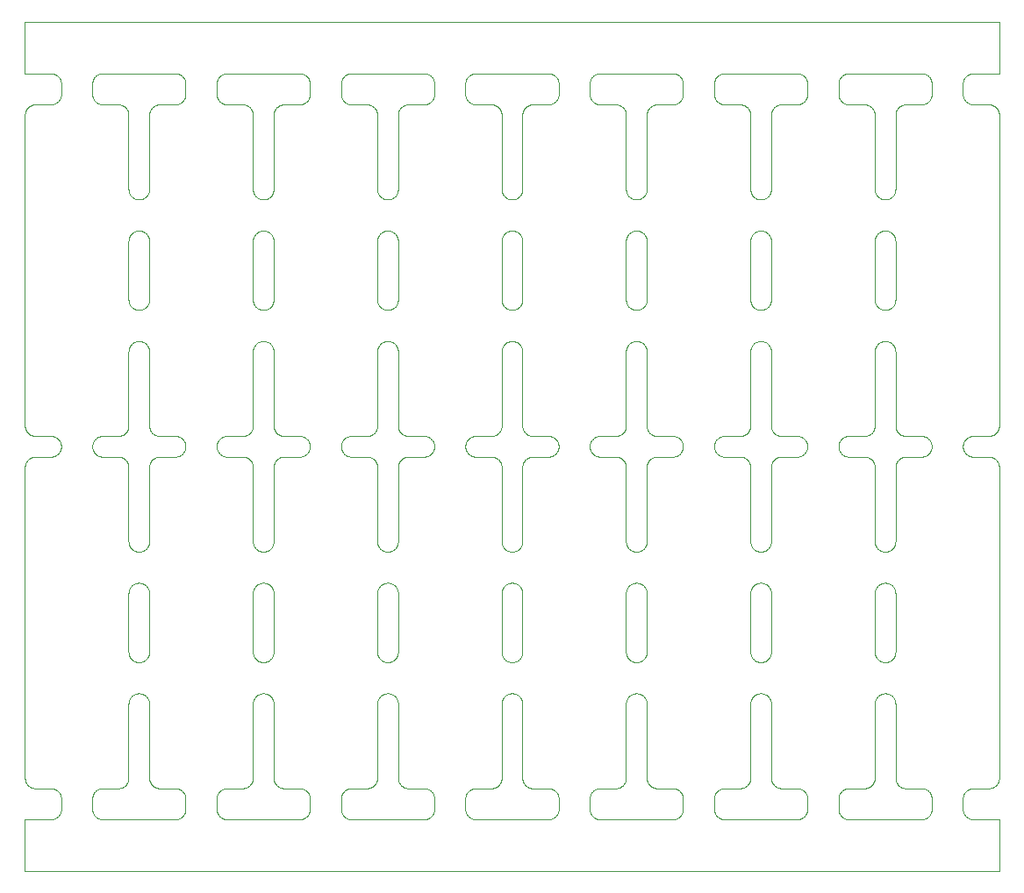
<source format=gbr>
%TF.GenerationSoftware,KiCad,Pcbnew,8.0.2*%
%TF.CreationDate,2024-06-26T14:53:40+07:00*%
%TF.ProjectId,Resistor_Panel,52657369-7374-46f7-925f-50616e656c2e,rev?*%
%TF.SameCoordinates,Original*%
%TF.FileFunction,Profile,NP*%
%FSLAX46Y46*%
G04 Gerber Fmt 4.6, Leading zero omitted, Abs format (unit mm)*
G04 Created by KiCad (PCBNEW 8.0.2) date 2024-06-26 14:53:40*
%MOMM*%
%LPD*%
G01*
G04 APERTURE LIST*
%TA.AperFunction,Profile*%
%ADD10C,0.100000*%
%TD*%
G04 APERTURE END LIST*
D10*
X45782770Y-39622424D02*
X45798273Y-39602394D01*
X75423879Y-40617815D02*
X75441544Y-40663609D01*
X35803207Y-50762866D02*
X35773010Y-50801560D01*
X10709714Y-64876892D02*
X10757019Y-64863802D01*
X21997754Y-73063780D02*
X21999037Y-73038484D01*
X23427555Y-64929843D02*
X23471397Y-64951911D01*
X70404300Y-65030625D02*
X70444429Y-65002363D01*
X45037984Y-39999537D02*
X45063280Y-39998254D01*
X12284165Y-39698424D02*
X12302075Y-39716334D01*
X23803207Y-27429533D02*
X23773010Y-27468226D01*
X70709714Y-20210226D02*
X70757019Y-20197135D01*
X22010823Y-65687102D02*
X22019214Y-65638742D01*
X36358445Y-42233736D02*
X36339227Y-42250234D01*
X82004815Y-31735815D02*
X82010823Y-31687102D01*
X9993268Y-42886764D02*
X9990068Y-42861639D01*
X24911463Y-73996331D02*
X24936719Y-73998254D01*
X46617315Y-27757712D02*
X46572444Y-27737822D01*
X33841672Y-42460958D02*
X33827734Y-42439809D01*
X69088536Y-73996331D02*
X69113735Y-73993768D01*
X34118078Y-54695769D02*
X34142271Y-54653063D01*
X70485896Y-17024895D02*
X70444429Y-16998636D01*
X78726989Y-40366106D02*
X78759048Y-40328940D01*
X54642271Y-7514603D02*
X54618078Y-7471897D01*
X58004815Y-50265184D02*
X58001204Y-50216235D01*
X21827734Y-73561190D02*
X21841672Y-73540041D01*
X35995184Y-65735815D02*
X35998795Y-65784764D01*
X38971397Y-5118078D02*
X39014103Y-5142271D01*
X82617315Y-17091046D02*
X82572444Y-17071156D01*
X9957624Y-73287683D02*
X9964592Y-73263332D01*
X63403989Y-7428055D02*
X63381921Y-7471897D01*
X57976666Y-39214138D02*
X57981764Y-39189328D01*
X79353268Y-74011323D02*
X79401981Y-74005315D01*
X19163109Y-41942044D02*
X19117315Y-41924379D01*
X30904300Y-40197292D02*
X30944429Y-40169030D01*
X48737167Y-42035907D02*
X48712816Y-42042875D01*
X42576120Y-74617815D02*
X42596010Y-74572944D01*
X81287183Y-39958124D02*
X81311350Y-39950541D01*
X11242980Y-51137197D02*
X11195091Y-51147951D01*
X34528602Y-30951911D02*
X34572444Y-30929843D01*
X9113735Y-8007231D02*
X9088536Y-8004668D01*
X21679566Y-39733785D02*
X21697924Y-39716334D01*
X71995184Y-55069148D02*
X71998795Y-55118098D01*
X12266714Y-73680066D02*
X12284165Y-73698424D01*
X84000000Y-72994166D02*
X84000160Y-73006831D01*
X78529968Y-74757519D02*
X78543059Y-74710214D01*
X33138860Y-73990568D02*
X33163897Y-73986733D01*
X62971397Y-74118578D02*
X63014103Y-74142771D01*
X51357728Y-74486396D02*
X51381921Y-74529102D01*
X34118078Y-27305230D02*
X34096010Y-27261388D01*
X81957624Y-39287683D02*
X81964592Y-39263332D01*
X31499999Y-77001500D02*
X31450931Y-77000295D01*
X10259048Y-31162274D02*
X10292892Y-31126726D01*
X21382591Y-39924157D02*
X21405867Y-39914168D01*
X74695091Y-40019714D02*
X74742980Y-40030468D01*
X2790285Y-40043559D02*
X2836890Y-40058955D01*
X83098018Y-20171981D02*
X83146731Y-20177990D01*
X35995184Y-50265184D02*
X35989176Y-50313897D01*
X42759048Y-5328440D02*
X42792892Y-5292892D01*
X62549068Y-74001704D02*
X62598018Y-74005315D01*
X46950931Y-17165962D02*
X46901981Y-17162351D01*
X54618078Y-74529102D02*
X54642271Y-74486396D01*
X69474073Y-42120287D02*
X69451622Y-42108560D01*
X18696792Y-76597199D02*
X18668530Y-76557070D01*
X70572444Y-17071156D02*
X70528602Y-17049088D01*
X48233236Y-39642054D02*
X48249734Y-39661272D01*
X6985896Y-74142771D02*
X7028602Y-74118578D01*
X60108060Y-73452122D02*
X60119787Y-73474573D01*
X63171559Y-5259048D02*
X63207107Y-5292892D01*
X71290285Y-54210226D02*
X71336890Y-54225622D01*
X22663109Y-20225622D02*
X22709714Y-20210226D01*
X54529968Y-40757519D02*
X54543059Y-40710214D01*
X21113735Y-42007231D02*
X21088536Y-42004668D01*
X27495184Y-41098518D02*
X27489176Y-41147231D01*
X11514103Y-17024895D02*
X11471397Y-17049088D01*
X70804908Y-54186381D02*
X70853268Y-54177990D01*
X24811171Y-8018735D02*
X24786361Y-8023833D01*
X51207107Y-41707607D02*
X51171559Y-41741451D01*
X59290285Y-54210226D02*
X59336890Y-54225622D01*
X35000000Y-64833833D02*
X35049068Y-64835037D01*
X70617315Y-51091046D02*
X70572444Y-51071156D01*
X12571117Y-8097406D02*
X12548377Y-8108560D01*
X60936719Y-73998254D02*
X60962015Y-73999537D01*
X46004815Y-21069148D02*
X46010823Y-21020435D01*
X35049068Y-51165962D02*
X35000000Y-51167166D01*
X27014103Y-7858228D02*
X26971397Y-7882421D01*
X70901981Y-17162351D02*
X70853268Y-17156343D01*
X59427555Y-30929843D02*
X59471397Y-30951911D01*
X75095699Y-5196792D02*
X75134393Y-5226989D01*
X71382684Y-54243287D02*
X71427555Y-54263177D01*
X22757019Y-54197135D02*
X22804908Y-54186381D01*
X71555570Y-20335696D02*
X71595699Y-20363958D01*
X33933052Y-8641430D02*
X33923657Y-8617908D01*
X3207107Y-76708607D02*
X3171559Y-76742451D01*
X13766Y-8836602D02*
X9931Y-8861639D01*
X14836890Y-40058955D02*
X14882684Y-40076620D01*
X12249734Y-39661272D02*
X12266714Y-39680066D01*
X10000000Y-21167165D02*
X10001204Y-21118098D01*
X70196792Y-31238133D02*
X70226989Y-31199439D01*
X63470031Y-74757519D02*
X63480785Y-74805408D01*
X302075Y-39716334D02*
X320433Y-39733785D01*
X19163109Y-5058455D02*
X19209714Y-5043059D01*
X69006331Y-42000660D02*
X68993666Y-42000500D01*
X861139Y-42010431D02*
X836102Y-42014266D01*
X63456940Y-76291785D02*
X63441544Y-76338390D01*
X45923657Y-8617908D02*
X45913668Y-8594632D01*
X3470031Y-76244480D02*
X3456940Y-76291785D01*
X39480785Y-74805408D02*
X39489176Y-74853768D01*
X10328440Y-61574784D02*
X10292892Y-61540940D01*
X9163897Y-73986733D02*
X9188828Y-73982264D01*
X54944429Y-41831969D02*
X54904300Y-41803707D01*
X93933052Y-42641430D02*
X93923657Y-42617908D01*
X22292892Y-61540940D02*
X22259048Y-61505392D01*
X45841672Y-42460958D02*
X45827734Y-42439809D01*
X59941544Y-16504057D02*
X59923879Y-16549850D01*
X60096906Y-42571617D02*
X60086331Y-42594632D01*
X69891939Y-8548877D02*
X69880212Y-8526426D01*
X7353268Y-40011323D02*
X7401981Y-40005315D01*
X36481953Y-8145429D02*
X36460458Y-8158827D01*
X42543059Y-76291785D02*
X42529968Y-76244480D01*
X71382684Y-30909953D02*
X71427555Y-30929843D01*
X21981764Y-42811671D02*
X21976666Y-42786861D01*
X33660772Y-42250234D02*
X33641554Y-42233736D01*
X33798273Y-73602394D02*
X33813265Y-73581979D01*
X11803207Y-50762866D02*
X11773010Y-50801560D01*
X34058455Y-27170723D02*
X34043059Y-27124118D01*
X21037984Y-39999537D02*
X21063280Y-39998254D01*
X57359069Y-73933552D02*
X57382591Y-73924157D01*
X92993666Y-42000500D02*
X91499999Y-42000500D01*
X81855070Y-42482453D02*
X81841672Y-42460958D01*
X51273010Y-41634893D02*
X51240951Y-41672059D01*
X48460458Y-8158827D02*
X48439309Y-8172765D01*
X70528602Y-30951911D02*
X70572444Y-30929843D01*
X60320433Y-39733785D02*
X60339227Y-39750765D01*
X81238312Y-8029559D02*
X81213639Y-8023833D01*
X18759048Y-41672059D02*
X18726989Y-41634893D01*
X23242980Y-64863802D02*
X23290285Y-64876892D01*
X11740951Y-27505392D02*
X11707107Y-27540940D01*
X35382684Y-54243287D02*
X35427555Y-54263177D01*
X60186734Y-73581979D02*
X60201726Y-73602394D01*
X55257019Y-5029968D02*
X55304908Y-5019214D01*
X58901981Y-30838648D02*
X58950931Y-30835037D01*
X30529968Y-74757519D02*
X30543059Y-74710214D01*
X12378075Y-39783270D02*
X12398105Y-39798773D01*
X45238312Y-39971440D02*
X45262832Y-39965092D01*
X69941849Y-73335817D02*
X69950041Y-73311850D01*
X23831469Y-20611595D02*
X23857728Y-20653063D01*
X45601894Y-42202226D02*
X45581479Y-42187234D01*
X54501204Y-41049568D02*
X54500000Y-41000500D01*
X38646731Y-74011323D02*
X38695091Y-74019714D01*
X63495184Y-76099518D02*
X63489176Y-76148231D01*
X87357728Y-76515603D02*
X87331469Y-76557070D01*
X58142271Y-65319730D02*
X58168530Y-65278262D01*
X35471397Y-64951911D02*
X35514103Y-64976104D01*
X24594132Y-73914168D02*
X24617408Y-73924157D01*
X34950931Y-61832628D02*
X34901981Y-61829018D01*
X19499999Y-40000500D02*
X20993666Y-40000500D01*
X57964592Y-73263332D02*
X57970940Y-73238812D01*
X70000000Y-16167167D02*
X70000000Y-9006833D01*
X93560690Y-8172765D02*
X93539541Y-8158827D01*
X34000000Y-72994166D02*
X34000000Y-65833832D01*
X58001204Y-55118098D02*
X58004815Y-55069148D01*
X35098018Y-27829018D02*
X35049068Y-27832628D01*
X30759048Y-76673059D02*
X30726989Y-76635893D01*
X24302075Y-39716334D02*
X24320433Y-39733785D01*
X12460458Y-73842172D02*
X12481953Y-73855570D01*
X59881921Y-65362436D02*
X59903989Y-65406277D01*
X962Y-8962515D02*
X160Y-8994168D01*
X42828440Y-76742451D02*
X42792892Y-76708607D01*
X3500000Y-76001500D02*
X3498795Y-76050568D01*
X0Y-43006833D02*
X0Y-72994166D01*
X58168530Y-20611595D02*
X58196792Y-20571466D01*
X48617408Y-73924157D02*
X48640930Y-73933552D01*
X12525926Y-73880712D02*
X12548377Y-73892439D01*
X90642271Y-7514603D02*
X90618078Y-7471897D01*
X50500000Y-77001500D02*
X43499999Y-77001500D01*
X47555570Y-16998636D02*
X47514103Y-17024895D01*
X2927555Y-74096510D02*
X2971397Y-74118578D01*
X48339227Y-42250234D02*
X48320433Y-42267214D01*
X90865606Y-5226989D02*
X90904300Y-5196792D01*
X46096010Y-54739611D02*
X46118078Y-54695769D01*
X27441544Y-41337390D02*
X27423879Y-41383184D01*
X9311350Y-8050458D02*
X9287183Y-8042875D01*
X59995184Y-21069148D02*
X59998795Y-21118098D01*
X6985896Y-41858228D02*
X6944429Y-41831969D01*
X24761687Y-42029559D02*
X24737167Y-42035907D01*
X7499999Y-77001500D02*
X7450931Y-77000295D01*
X33733285Y-39680066D02*
X33750265Y-39661272D01*
X24249734Y-39661272D02*
X24266714Y-39680066D01*
X21428882Y-73903593D02*
X21451622Y-73892439D01*
X78726989Y-76635893D02*
X78696792Y-76597199D01*
X67209714Y-41957440D02*
X67163109Y-41942044D01*
X36009931Y-73139360D02*
X36013766Y-73164397D01*
X57006331Y-40000339D02*
X57037984Y-39999537D01*
X46663109Y-27775377D02*
X46617315Y-27757712D01*
X33518046Y-8145429D02*
X33496219Y-8132580D01*
X12086331Y-73406367D02*
X12096906Y-73429382D01*
X33950041Y-8689149D02*
X33941849Y-8665182D01*
X75357728Y-5485896D02*
X75381921Y-5528602D01*
X35382684Y-30909953D02*
X35427555Y-30929843D01*
X158327Y-39540041D02*
X172265Y-39561190D01*
X6865606Y-76774510D02*
X6828440Y-76742451D01*
X43401981Y-74005315D02*
X43450931Y-74001704D01*
X82528602Y-20285245D02*
X82572444Y-20263177D01*
X23857728Y-61347936D02*
X23831469Y-61389404D01*
X83970031Y-20924185D02*
X83980785Y-20972075D01*
X91401981Y-41995684D02*
X91353268Y-41989676D01*
X84158327Y-39540041D02*
X84172265Y-39561190D01*
X11803207Y-65238133D02*
X11831469Y-65278262D01*
X48217229Y-42378575D02*
X48201726Y-42398605D01*
X15495184Y-76099518D02*
X15489176Y-76148231D01*
X75331469Y-76557070D02*
X75303207Y-76597199D01*
X19117315Y-41924379D02*
X19072444Y-41904489D01*
X71903989Y-65406277D02*
X71923879Y-65451149D01*
X3441544Y-40663609D02*
X3456940Y-40710214D01*
X19028602Y-40118578D02*
X19072444Y-40096510D01*
X38598018Y-40005315D02*
X38646731Y-40011323D01*
X74646731Y-41989676D02*
X74598018Y-41995684D01*
X47857728Y-31319730D02*
X47881921Y-31362436D01*
X71146731Y-17156343D02*
X71098018Y-17162351D01*
X6500000Y-7000500D02*
X6500000Y-5999999D01*
X36761687Y-39971440D02*
X36786360Y-39977166D01*
X48108060Y-8548877D02*
X48096906Y-8571617D01*
X34663109Y-64892289D02*
X34709714Y-64876892D01*
X22572444Y-27737822D02*
X22528602Y-27715754D01*
X7257019Y-40030468D02*
X7304908Y-40019714D01*
X58528602Y-51049088D02*
X58485896Y-51024895D01*
X320433Y-8267214D02*
X302075Y-8284665D01*
X66696792Y-74404800D02*
X66726989Y-74366106D01*
X9957624Y-42713316D02*
X9950041Y-42689149D01*
X42985896Y-5142271D02*
X43028602Y-5118078D01*
X12119787Y-39474573D02*
X12132079Y-39496719D01*
X93986233Y-73164397D02*
X93990068Y-73139360D01*
X21601894Y-39798773D02*
X21621924Y-39783270D01*
X33855070Y-8482453D02*
X33841672Y-8460958D01*
X36439309Y-39828234D02*
X36460458Y-39842172D01*
X14927555Y-5096010D02*
X14971397Y-5118078D01*
X10404300Y-27637041D02*
X10365606Y-27606844D01*
X11740951Y-20495607D02*
X11773010Y-20532773D01*
X66501204Y-76050568D02*
X66500000Y-76001500D01*
X11970031Y-50410147D02*
X11956940Y-50457452D01*
X47831469Y-65278262D02*
X47857728Y-65319730D01*
X12086331Y-8594632D02*
X12076342Y-8617908D01*
X58000000Y-38994166D02*
X58000000Y-31833832D01*
X11941544Y-50504057D02*
X11923879Y-50549850D01*
X93006331Y-40000339D02*
X93037984Y-39999537D01*
X84029059Y-39238812D02*
X84035407Y-39263332D01*
X70950931Y-51165962D02*
X70901981Y-51162351D01*
X49958Y-42689149D02*
X42375Y-42713316D01*
X36000160Y-8994168D02*
X36000000Y-9006833D01*
X3273010Y-74366106D02*
X3303207Y-74404800D01*
X47773010Y-54532773D02*
X47803207Y-54571466D01*
X201726Y-42398605D02*
X186734Y-42419020D01*
X96906Y-39429382D02*
X108060Y-39452122D01*
X35881921Y-65362436D02*
X35903989Y-65406277D01*
X2500000Y-40000500D02*
X2549068Y-40001704D01*
X60836102Y-39986733D02*
X60861139Y-39990568D01*
X45750265Y-42339727D02*
X45733285Y-42320933D01*
X66726989Y-74366106D02*
X66759048Y-74328940D01*
X81679566Y-39733785D02*
X81697924Y-39716334D01*
X10617315Y-54243287D02*
X10663109Y-54225622D01*
X47970031Y-16410147D02*
X47956940Y-16457452D01*
X83881921Y-16638563D02*
X83857728Y-16681269D01*
X78501204Y-7049568D02*
X78500000Y-7000500D01*
X81560690Y-8172765D02*
X81539541Y-8158827D01*
X9715834Y-8302575D02*
X9697924Y-8284665D01*
X21311350Y-8050458D02*
X21287183Y-8042875D01*
X47998795Y-65784764D02*
X48000000Y-65833832D01*
X27134393Y-76774510D02*
X27095699Y-76804707D01*
X72201726Y-8398605D02*
X72186734Y-8419020D01*
X23555570Y-61665303D02*
X23514103Y-61691562D01*
X93213638Y-42023833D02*
X93188828Y-42018735D01*
X48712816Y-39958124D02*
X48737167Y-39965092D01*
X2500000Y-77001500D02*
X12272Y-77001500D01*
X67401981Y-76996684D02*
X67353268Y-76990676D01*
X70292892Y-65126726D02*
X70328440Y-65092881D01*
X90668530Y-40444929D02*
X90696792Y-40404800D01*
X45986233Y-39164397D02*
X45990068Y-39139360D01*
X12664682Y-42058650D02*
X12640930Y-42067447D01*
X83049068Y-61832628D02*
X83000000Y-61833833D01*
X69335317Y-8058650D02*
X69311350Y-8050458D01*
X51381921Y-76472897D02*
X51357728Y-76515603D01*
X35336890Y-54225622D02*
X35382684Y-54243287D01*
X27134393Y-7773510D02*
X27095699Y-7803707D01*
X74742980Y-41970531D02*
X74695091Y-41981285D01*
X46404300Y-27637041D02*
X46365606Y-27606844D01*
X70000000Y-21167165D02*
X70001204Y-21118098D01*
X9970940Y-8762187D02*
X9964592Y-8737667D01*
X27207107Y-40293392D02*
X27240951Y-40328940D01*
X84398105Y-42202226D02*
X84378075Y-42217729D01*
X57891939Y-39452122D02*
X57903093Y-39429382D01*
X23980785Y-16362257D02*
X23970031Y-16410147D01*
X47290285Y-17124107D02*
X47242980Y-17137197D01*
X11740951Y-61505392D02*
X11707107Y-61540940D01*
X24018235Y-73189328D02*
X24023333Y-73214138D01*
X47098018Y-20171981D02*
X47146731Y-20177990D01*
X22485896Y-20309437D02*
X22528602Y-20285245D01*
X57311350Y-73950541D02*
X57335317Y-73942349D01*
X71049068Y-20168371D02*
X71098018Y-20171981D01*
X81950041Y-73311850D02*
X81957624Y-73287683D01*
X46485896Y-17024895D02*
X46444429Y-16998636D01*
X69037984Y-73999537D02*
X69063280Y-73998254D01*
X81813265Y-73581979D02*
X81827734Y-73561190D01*
X59831469Y-65278262D02*
X59857728Y-65319730D01*
X35146731Y-64844656D02*
X35195091Y-64853048D01*
X72320433Y-42267214D02*
X72302075Y-42284665D01*
X33957624Y-73287683D02*
X33964592Y-73263332D01*
X57993268Y-42886764D02*
X57990068Y-42861639D01*
X39171559Y-7741451D02*
X39134393Y-7773510D01*
X160Y-39006831D02*
X962Y-39038484D01*
X81518046Y-39855570D02*
X81539541Y-39842172D01*
X12358445Y-8233736D02*
X12339227Y-8250234D01*
X84217229Y-73622424D02*
X84233236Y-73642054D01*
X59995184Y-26931851D02*
X59989176Y-26980564D01*
X93641554Y-42233736D02*
X93621924Y-42217729D01*
X45880212Y-39474573D02*
X45891939Y-39452122D01*
X70196792Y-50762866D02*
X70168530Y-50722737D01*
X43450931Y-40001704D02*
X43499999Y-40000500D01*
X21715834Y-39698424D02*
X21733285Y-39680066D01*
X9238312Y-73971440D02*
X9262832Y-73965092D01*
X6519214Y-7195591D02*
X6510823Y-7147231D01*
X201726Y-8398605D02*
X186734Y-8419020D01*
X9782770Y-73622424D02*
X9798273Y-73602394D01*
X69999839Y-8994168D02*
X69999037Y-8962515D01*
X90576120Y-7383184D02*
X90558455Y-7337390D01*
X57841672Y-73540041D02*
X57855070Y-73518546D01*
X60266714Y-42320933D02*
X60249734Y-42339727D01*
X48962015Y-42001462D02*
X48936719Y-42002745D01*
X72233236Y-73642054D02*
X72249734Y-73661272D01*
X69941849Y-42665182D02*
X69933052Y-42641430D01*
X2836890Y-76943044D02*
X2790285Y-76958440D01*
X6865606Y-40227489D02*
X6904300Y-40197292D01*
X9923657Y-73383091D02*
X9933052Y-73359569D01*
X74790285Y-41957440D02*
X74742980Y-41970531D01*
X56993666Y-42000500D02*
X55499999Y-42000500D01*
X23336890Y-61775377D02*
X23290285Y-61790773D01*
X46757019Y-61803864D02*
X46709714Y-61790773D01*
X81063280Y-8002745D02*
X81037984Y-8001462D01*
X45933052Y-39359569D02*
X45941849Y-39335817D01*
X18501204Y-5950931D02*
X18504815Y-5901981D01*
X33999037Y-8962515D02*
X33997754Y-8937219D01*
X2646731Y-7989676D02*
X2598018Y-7995684D01*
X38882684Y-74076620D02*
X38927555Y-74096510D01*
X72811171Y-42018735D02*
X72786361Y-42023833D01*
X9581479Y-39813765D02*
X9601894Y-39798773D01*
X70950931Y-30835037D02*
X70999999Y-30833833D01*
X70528602Y-20285245D02*
X70572444Y-20263177D01*
X81311350Y-42050458D02*
X81287183Y-42042875D01*
X9496219Y-73868419D02*
X9518046Y-73855570D01*
X23595699Y-54363958D02*
X23634393Y-54394155D01*
X83336890Y-20225622D02*
X83382684Y-20243287D01*
X460458Y-39842172D02*
X481953Y-39855570D01*
X69813265Y-39581979D02*
X69827734Y-39561190D01*
X71995184Y-31735815D02*
X71998795Y-31784764D01*
X84861139Y-42010431D02*
X84836102Y-42014266D01*
X11857728Y-20653063D02*
X11881921Y-20695769D01*
X23995184Y-55069148D02*
X23998795Y-55118098D01*
X3014103Y-5142271D02*
X3055570Y-5168530D01*
X58029968Y-54924185D02*
X58043059Y-54876881D01*
X20993666Y-74000499D02*
X21006331Y-74000339D01*
X93766763Y-42358945D02*
X93750265Y-42339727D01*
X33981764Y-8811671D02*
X33976666Y-8786861D01*
X81798273Y-73602394D02*
X81813265Y-73581979D01*
X58853268Y-27823009D02*
X58804908Y-27814618D01*
X2836890Y-40058955D02*
X2882684Y-40076620D01*
X35336890Y-27775377D02*
X35290285Y-27790773D01*
X84962015Y-39999537D02*
X84993668Y-40000339D01*
X45827734Y-42439809D02*
X45813265Y-42419020D01*
X55072444Y-41904489D02*
X55028602Y-41882421D01*
X14500000Y-74000500D02*
X14549068Y-74001704D01*
X27207107Y-7707607D02*
X27171559Y-7741451D01*
X82804908Y-64853048D02*
X82853268Y-64844656D01*
X15403989Y-5572444D02*
X15423879Y-5617315D01*
X74695091Y-5019214D02*
X74742980Y-5029968D01*
X12786361Y-73977166D02*
X12811171Y-73982264D01*
X27480785Y-76196591D02*
X27470031Y-76244480D01*
X45715834Y-73698424D02*
X45733285Y-73680066D01*
X993668Y-74000339D02*
X1006333Y-74000499D01*
X59831469Y-54611595D02*
X59857728Y-54653063D01*
X79304908Y-76982285D02*
X79257019Y-76971531D01*
X81474073Y-39880712D02*
X81496219Y-39868420D01*
X49958Y-39311850D02*
X58150Y-39335817D01*
X46226989Y-65199439D02*
X46259048Y-65162274D01*
X92993666Y-40000499D02*
X93006331Y-40000339D01*
X70058455Y-16504057D02*
X70043059Y-16457452D01*
X27456940Y-5709714D02*
X27470031Y-5757019D01*
X59881921Y-16638563D02*
X59857728Y-16681269D01*
X24076342Y-39383091D02*
X24086331Y-39406367D01*
X46001204Y-50216235D02*
X46000000Y-50167167D01*
X27303207Y-5404300D02*
X27331469Y-5444429D01*
X48004168Y-8911963D02*
X48002245Y-8937219D01*
X81970940Y-73238812D02*
X81976666Y-73214139D01*
X21750265Y-73661272D02*
X21766763Y-73642054D01*
X60119787Y-73474573D02*
X60132079Y-73496719D01*
X82663109Y-30892289D02*
X82709714Y-30876892D01*
X21986233Y-39164397D02*
X21990068Y-39139360D01*
X48320433Y-73733785D02*
X48339227Y-73750765D01*
X58019214Y-54972075D02*
X58029968Y-54924185D01*
X26500000Y-5000000D02*
X26549068Y-5001204D01*
X24086331Y-39406367D02*
X24096906Y-39429382D01*
X87134393Y-7773510D02*
X87095699Y-7803707D01*
X12339227Y-73750765D02*
X12358445Y-73767263D01*
X84460458Y-73842172D02*
X84481953Y-73855570D01*
X93990068Y-8861639D02*
X93986233Y-8836602D01*
X460458Y-8158827D02*
X439309Y-8172765D01*
X70709714Y-54210226D02*
X70757019Y-54197135D01*
X48108060Y-42548877D02*
X48096906Y-42571617D01*
X22096010Y-65406277D02*
X22118078Y-65362436D01*
X82000000Y-38994166D02*
X82000000Y-31833832D01*
X83831469Y-20611595D02*
X83857728Y-20653063D01*
X59980785Y-50362257D02*
X59970031Y-50410147D01*
X90558455Y-74663609D02*
X90576120Y-74617815D01*
X57999999Y-9006833D02*
X57999839Y-8994168D01*
X11471397Y-61715754D02*
X11427555Y-61737822D01*
X19257019Y-41970531D02*
X19209714Y-41957440D01*
X6543059Y-7290785D02*
X6529968Y-7243480D01*
X70001204Y-60882901D02*
X70000000Y-60833834D01*
X84886264Y-39993768D02*
X84911463Y-39996331D01*
X82292892Y-65126726D02*
X82328440Y-65092881D01*
X79401981Y-76996684D02*
X79353268Y-76990676D01*
X55257019Y-40030468D02*
X55304908Y-40019714D01*
X35514103Y-54309437D02*
X35555570Y-54335696D01*
X66985896Y-40142771D02*
X67028602Y-40118578D01*
X39240951Y-76673059D02*
X39207107Y-76708607D01*
X70365606Y-16940177D02*
X70328440Y-16908118D01*
X45903093Y-8571617D02*
X45891939Y-8548877D01*
X58058455Y-61170723D02*
X58043059Y-61124118D01*
X33993268Y-42886764D02*
X33990068Y-42861639D01*
X46118078Y-65362436D02*
X46142271Y-65319730D01*
X11857728Y-50681269D02*
X11831469Y-50722737D01*
X72000962Y-39038484D02*
X72002245Y-39063780D01*
X27171559Y-41741451D02*
X27134393Y-41773510D01*
X24936719Y-8002745D02*
X24911463Y-8004668D01*
X79163109Y-40058955D02*
X79209714Y-40043559D01*
X24186734Y-42419020D02*
X24172265Y-42439809D01*
X57006331Y-42000660D02*
X56993666Y-42000500D01*
X51331469Y-40444929D02*
X51357728Y-40486396D01*
X14646731Y-40011323D02*
X14695091Y-40019714D01*
X81238312Y-73971440D02*
X81262832Y-73965092D01*
X11427555Y-61737822D02*
X11382684Y-61757712D01*
X84004168Y-42911963D02*
X84002245Y-42937219D01*
X47595699Y-16970374D02*
X47555570Y-16998636D01*
X39381921Y-7471897D02*
X39357728Y-7514603D01*
X81621924Y-42217729D02*
X81601894Y-42202226D01*
X71555570Y-54335696D02*
X71595699Y-54363958D01*
X57496219Y-39868419D02*
X57518046Y-39855570D01*
X42759048Y-7672059D02*
X42726989Y-7634893D01*
X58853268Y-30844656D02*
X58901981Y-30838648D01*
X54792892Y-74293392D02*
X54828440Y-74259548D01*
X58142271Y-27347936D02*
X58118078Y-27305230D01*
X83471397Y-20285245D02*
X83514103Y-20309437D01*
X11555570Y-50998636D02*
X11514103Y-51024895D01*
X71998795Y-65784764D02*
X72000000Y-65833832D01*
X24962015Y-73999537D02*
X24993668Y-74000339D01*
X57641554Y-39767263D02*
X57660772Y-39750765D01*
X34485896Y-54309437D02*
X34528602Y-54285245D01*
X688649Y-42050458D02*
X664682Y-42058650D01*
X93428882Y-73903593D02*
X93451622Y-73892439D01*
X886264Y-73993768D02*
X911463Y-73996331D01*
X54759048Y-40328940D02*
X54792892Y-40293392D01*
X22259048Y-65162274D02*
X22292892Y-65126726D01*
X84233236Y-42358945D02*
X84217229Y-42378575D01*
X48000000Y-43006833D02*
X48000000Y-50167167D01*
X21976666Y-73214138D02*
X21981764Y-73189328D01*
X78985896Y-5142271D02*
X79028602Y-5118078D01*
X46950931Y-20168371D02*
X46999999Y-20167166D01*
X27441544Y-7337390D02*
X27423879Y-7383184D01*
X48548377Y-8108560D02*
X48525926Y-8120287D01*
X70043059Y-65543547D02*
X70058455Y-65496942D01*
X39500000Y-75000499D02*
X39500000Y-76001500D01*
X3495184Y-41098518D02*
X3489176Y-41147231D01*
X24119787Y-42526426D02*
X24108060Y-42548877D01*
X23555570Y-16998636D02*
X23514103Y-17024895D01*
X22142271Y-31319730D02*
X22168530Y-31278262D01*
X72042375Y-39287683D02*
X72049958Y-39311850D01*
X39480785Y-40805408D02*
X39489176Y-40853768D01*
X78642271Y-41514603D02*
X78618078Y-41471897D01*
X10096010Y-54739611D02*
X10118078Y-54695769D01*
X83146731Y-27823009D02*
X83098018Y-27829018D01*
X74971397Y-7882421D02*
X74927555Y-7904489D01*
X9976666Y-73214138D02*
X9981764Y-73189328D01*
X12144929Y-42482453D02*
X12132080Y-42504280D01*
X84439309Y-42172765D02*
X84418520Y-42187234D01*
X6696792Y-7596199D02*
X6668530Y-7556070D01*
X42792892Y-74293392D02*
X42828440Y-74259548D01*
X84302075Y-39716334D02*
X84320433Y-39733785D01*
X911463Y-73996331D02*
X936719Y-73998254D01*
X43499999Y-77001500D02*
X43450931Y-77000295D01*
X58617315Y-64909953D02*
X58663109Y-64892289D01*
X66504815Y-40902481D02*
X66510823Y-40853768D01*
X48378075Y-8217729D02*
X48358445Y-8233736D01*
X26742980Y-74030468D02*
X26790285Y-74043559D01*
X69006331Y-40000339D02*
X69037984Y-39999537D01*
X51171559Y-5259048D02*
X51207107Y-5292892D01*
X82000000Y-72994166D02*
X82000000Y-65833832D01*
X45188828Y-39982264D02*
X45213638Y-39977166D01*
X70076120Y-65451149D02*
X70096010Y-65406277D01*
X72339227Y-73750765D02*
X72358445Y-73767263D01*
X58196792Y-65238133D02*
X58226989Y-65199439D01*
X84481953Y-39855570D02*
X84503780Y-39868419D01*
X84009931Y-39139360D02*
X84013766Y-39164397D01*
X51331469Y-41556070D02*
X51303207Y-41596199D01*
X11941544Y-31496942D02*
X11956940Y-31543547D01*
X93933052Y-73359569D02*
X93941849Y-73335817D01*
X22004815Y-21069148D02*
X22010823Y-21020435D01*
X24378075Y-8217729D02*
X24358445Y-8233736D01*
X48688649Y-8050458D02*
X48664682Y-8058650D01*
X83195091Y-17147951D02*
X83146731Y-17156343D01*
X47995184Y-16265184D02*
X47989176Y-16313897D01*
X22292892Y-27540940D02*
X22259048Y-27505392D01*
X66726989Y-76635893D02*
X66696792Y-76597199D01*
X47857728Y-65319730D02*
X47881921Y-65362436D01*
X67117315Y-76925379D02*
X67072444Y-76905489D01*
X72339227Y-8250234D02*
X72320433Y-8267214D01*
X14598018Y-40005315D02*
X14646731Y-40011323D01*
X6596010Y-41428055D02*
X6576120Y-41383184D01*
X46001204Y-31784764D02*
X46004815Y-31735815D01*
X66519214Y-40805408D02*
X66529968Y-40757519D01*
X69766763Y-8358945D02*
X69750265Y-8339727D01*
X78510823Y-74853768D02*
X78519214Y-74805408D01*
X11956940Y-54876881D02*
X11970031Y-54924185D01*
X11956940Y-65543547D02*
X11970031Y-65590852D01*
X47427555Y-51071156D02*
X47382684Y-51091046D01*
X46096010Y-65406277D02*
X46118078Y-65362436D01*
X42944429Y-74169030D02*
X42985896Y-74142771D01*
X24035407Y-39263332D02*
X24042375Y-39287683D01*
X9997754Y-8937219D02*
X9995831Y-8911963D01*
X63303207Y-5404300D02*
X63331469Y-5444429D01*
X3498795Y-5950931D02*
X3500000Y-5999999D01*
X9238312Y-39971440D02*
X9262832Y-39965092D01*
X58528602Y-61715754D02*
X58485896Y-61691562D01*
X57539541Y-42158827D02*
X57518046Y-42145429D01*
X70259048Y-61505392D02*
X70226989Y-61468226D01*
X58043059Y-16457452D02*
X58029968Y-16410147D01*
X22196792Y-20571466D02*
X22226989Y-20532773D01*
X70043059Y-61124118D02*
X70029968Y-61076814D01*
X93679566Y-39733785D02*
X93697924Y-39716334D01*
X21496219Y-42132579D02*
X21474073Y-42120287D01*
X93405867Y-73914168D02*
X93428882Y-73903593D01*
X12018235Y-42811671D02*
X12013766Y-42836602D01*
X35427555Y-61737822D02*
X35382684Y-61757712D01*
X21382591Y-42076842D02*
X21359069Y-42067447D01*
X84013766Y-8836602D02*
X84009931Y-8861639D01*
X59146731Y-51156343D02*
X59098018Y-51162351D01*
X72302075Y-73716334D02*
X72320433Y-73733785D01*
X10901981Y-27829018D02*
X10853268Y-27823009D01*
X69660772Y-8250234D02*
X69641554Y-8233736D01*
X48811171Y-42018735D02*
X48786361Y-42023833D01*
X35740951Y-20495607D02*
X35773010Y-20532773D01*
X21990068Y-8861639D02*
X21986233Y-8836602D01*
X79401981Y-5004815D02*
X79450931Y-5001204D01*
X71049068Y-54168371D02*
X71098018Y-54171981D01*
X39403989Y-41428055D02*
X39381921Y-41471897D01*
X71098018Y-61829018D02*
X71049068Y-61832628D01*
X93976666Y-73214138D02*
X93981764Y-73189328D01*
X48481953Y-8145429D02*
X48460458Y-8158827D01*
X24086331Y-42594632D02*
X24076342Y-42617908D01*
X67499999Y-42000500D02*
X67450931Y-41999295D01*
X58328440Y-54426215D02*
X58365606Y-54394155D01*
X27331469Y-7556070D02*
X27303207Y-7596199D01*
X3171559Y-76742451D02*
X3134393Y-76774510D01*
X58168530Y-50722737D02*
X58142271Y-50681269D01*
X12962015Y-39999537D02*
X12993668Y-40000339D01*
X60571117Y-73903593D02*
X60594132Y-73914168D01*
X87055570Y-7831969D02*
X87014103Y-7858228D01*
X87456940Y-7290785D02*
X87441544Y-7337390D01*
X11881921Y-31362436D02*
X11903989Y-31406277D01*
X9766763Y-73642054D02*
X9782770Y-73622424D01*
X51055570Y-41831969D02*
X51014103Y-41858228D01*
X42519214Y-7195591D02*
X42510823Y-7147231D01*
X18501204Y-7049568D02*
X18500000Y-7000500D01*
X81113735Y-73993768D02*
X81138860Y-73990568D01*
X74836890Y-74058955D02*
X74882684Y-74076620D01*
X12525926Y-39880712D02*
X12548377Y-39892439D01*
X71956940Y-54876881D02*
X71970031Y-54924185D01*
X18596010Y-7428055D02*
X18576120Y-7383184D01*
X19304908Y-40019714D02*
X19353268Y-40011323D01*
X84172265Y-39561190D02*
X84186734Y-39581979D01*
X24993668Y-8000660D02*
X24962015Y-8001462D01*
X62882684Y-41924379D02*
X62836890Y-41942044D01*
X31072444Y-5096010D02*
X31117315Y-5076120D01*
X48481953Y-39855570D02*
X48503780Y-39868419D01*
X71000000Y-54167166D02*
X71049068Y-54168371D01*
X45621924Y-39783270D02*
X45641554Y-39767263D01*
X35956940Y-16457452D02*
X35941544Y-16504057D01*
X3489176Y-7147231D02*
X3480785Y-7195591D01*
X24000160Y-73006831D02*
X24000962Y-73038484D01*
X58000000Y-50167167D02*
X58000000Y-43006833D01*
X6500000Y-76001500D02*
X6500000Y-75000499D01*
X24029059Y-73238812D02*
X24035407Y-73263332D01*
X81496219Y-8132579D02*
X81474073Y-8120287D01*
X48481953Y-73855570D02*
X48503780Y-73868419D01*
X24503780Y-73868420D02*
X24525926Y-73880712D01*
X83555570Y-31002363D02*
X83595699Y-31030625D01*
X34226989Y-16801560D02*
X34196792Y-16762866D01*
X84836102Y-73986733D02*
X84861139Y-73990568D01*
X9621924Y-73783270D02*
X9641554Y-73767263D01*
X34043059Y-61124118D02*
X34029968Y-61076814D01*
X84201726Y-39602394D02*
X84217229Y-39622424D01*
X58572444Y-61737822D02*
X58528602Y-61715754D01*
X72811171Y-39982264D02*
X72836102Y-39986733D01*
X72936719Y-8002745D02*
X72911463Y-8004668D01*
X78558455Y-74663609D02*
X78576120Y-74617815D01*
X2790285Y-5043059D02*
X2836890Y-5058455D01*
X70804908Y-51147951D02*
X70757019Y-51137197D01*
X58001204Y-26882901D02*
X58000000Y-26833834D01*
X60000962Y-73038484D02*
X60002245Y-73063780D01*
X82901981Y-20171981D02*
X82950931Y-20168371D01*
X63055570Y-40169030D02*
X63095699Y-40197292D01*
X75240951Y-5328440D02*
X75273010Y-5365606D01*
X63357728Y-5485896D02*
X63381921Y-5528602D01*
X81913668Y-42594632D02*
X81903093Y-42571617D01*
X30558455Y-7337390D02*
X30543059Y-7290785D01*
X2836890Y-74058955D02*
X2882684Y-74076620D01*
X58528602Y-20285245D02*
X58572444Y-20263177D01*
X24000000Y-50167167D02*
X23998795Y-50216235D01*
X70709714Y-30876892D02*
X70757019Y-30863802D01*
X35671559Y-27574784D02*
X35634393Y-27606844D01*
X93679566Y-42267214D02*
X93660772Y-42250234D01*
X63095699Y-74197292D02*
X63134393Y-74227489D01*
X39134393Y-41773510D02*
X39095699Y-41803707D01*
X69188828Y-42018735D02*
X69163897Y-42014266D01*
X83831469Y-31278262D02*
X83857728Y-31319730D01*
X83514103Y-64976104D02*
X83555570Y-65002363D01*
X45311350Y-8050458D02*
X45287183Y-8042875D01*
X71427555Y-17071156D02*
X71382684Y-17091046D01*
X18618078Y-40529102D02*
X18642271Y-40486396D01*
X34001204Y-26882901D02*
X34000000Y-26833834D01*
X91257019Y-76971531D02*
X91209714Y-76958440D01*
X18529968Y-5757019D02*
X18543059Y-5709714D01*
X66510823Y-76148231D02*
X66504815Y-76099518D01*
X33997754Y-42937219D02*
X33995831Y-42911963D01*
X48571117Y-42097406D02*
X48548377Y-42108560D01*
X12000000Y-16167167D02*
X11998795Y-16216235D01*
X90543059Y-74710214D02*
X90558455Y-74663609D01*
X46118078Y-50638563D02*
X46096010Y-50594722D01*
X62742980Y-76971531D02*
X62695091Y-76982285D01*
X34118078Y-65362436D02*
X34142271Y-65319730D01*
X46019214Y-31638742D02*
X46029968Y-31590852D01*
X63456940Y-40710214D02*
X63470031Y-40757519D01*
X70292892Y-31126726D02*
X70328440Y-31092881D01*
X78985896Y-76859228D02*
X78944429Y-76832969D01*
X45891939Y-73452122D02*
X45903093Y-73429382D01*
X69964592Y-73263332D02*
X69970940Y-73238812D01*
X60000160Y-8994168D02*
X60000000Y-9006833D01*
X45496219Y-42132579D02*
X45474073Y-42120287D01*
X21474073Y-39880712D02*
X21496219Y-39868420D01*
X12712816Y-39958124D02*
X12737167Y-39965092D01*
X75331469Y-74444929D02*
X75357728Y-74486396D01*
X58709714Y-27790773D02*
X58663109Y-27775377D01*
X48339227Y-73750765D02*
X48358445Y-73767263D01*
X47595699Y-20363958D02*
X47634393Y-20394155D01*
X59707107Y-27540940D02*
X59671559Y-27574784D01*
X35941544Y-54830276D02*
X35956940Y-54876881D01*
X42696792Y-76597199D02*
X42668530Y-76557070D01*
X34004815Y-16265184D02*
X34001204Y-16216235D01*
X50790285Y-76958440D02*
X50742980Y-76971531D01*
X30596010Y-40572944D02*
X30618078Y-40529102D01*
X93518046Y-42145429D02*
X93496219Y-42132580D01*
X93311350Y-42050458D02*
X93287183Y-42042875D01*
X26742980Y-41970531D02*
X26695091Y-41981285D01*
X46444429Y-27665303D02*
X46404300Y-27637041D01*
X42558455Y-76338390D02*
X42543059Y-76291785D01*
X78759048Y-7672059D02*
X78726989Y-7634893D01*
X74742980Y-76971531D02*
X74695091Y-76982285D01*
X83514103Y-20309437D02*
X83555570Y-20335696D01*
X9451622Y-8108560D02*
X9428882Y-8097406D01*
X87423879Y-41383184D02*
X87403989Y-41428055D01*
X47471397Y-51049088D02*
X47427555Y-51071156D01*
X33697924Y-73716334D02*
X33715834Y-73698424D01*
X47707107Y-54460059D02*
X47740951Y-54495607D01*
X82572444Y-54263177D02*
X82617315Y-54243287D01*
X84217229Y-8378575D02*
X84201726Y-8398605D01*
X6618078Y-40529102D02*
X6642271Y-40486396D01*
X79304908Y-40019714D02*
X79353268Y-40011323D01*
X18576120Y-76384184D02*
X18558455Y-76338390D01*
X34001204Y-65784764D02*
X34004815Y-65735815D01*
X21697924Y-8284665D02*
X21679566Y-8267214D01*
X84962015Y-42001462D02*
X84936719Y-42002745D01*
X35427555Y-27737822D02*
X35382684Y-27757712D01*
X525926Y-73880712D02*
X548377Y-73892439D01*
X57933052Y-39359569D02*
X57941849Y-39335817D01*
X83989176Y-55020435D02*
X83995184Y-55069148D01*
X3489176Y-76148231D02*
X3480785Y-76196591D01*
X21287183Y-73958124D02*
X21311350Y-73950541D01*
X45382591Y-42076842D02*
X45359069Y-42067447D01*
X93088536Y-42004668D02*
X93063280Y-42002745D01*
X84158327Y-73540041D02*
X84172265Y-73561190D01*
X63207107Y-76708607D02*
X63171559Y-76742451D01*
X11881921Y-65362436D02*
X11903989Y-65406277D01*
X60548377Y-8108560D02*
X60525926Y-8120287D01*
X87498795Y-40951431D02*
X87500000Y-41000499D01*
X90985896Y-5142271D02*
X91028602Y-5118078D01*
X90642271Y-74486396D02*
X90668530Y-74444929D01*
X33995831Y-39089036D02*
X33997754Y-39063780D01*
X82142271Y-61347936D02*
X82118078Y-61305230D01*
X90696792Y-76597199D02*
X90668530Y-76557070D01*
X46901981Y-30838648D02*
X46950931Y-30835037D01*
X14549068Y-7999295D02*
X14500000Y-8000500D01*
X71336890Y-27775377D02*
X71290285Y-27790773D01*
X42792892Y-41707607D02*
X42759048Y-41672059D01*
X66618078Y-74529102D02*
X66642271Y-74486396D01*
X12172265Y-39561190D02*
X12186734Y-39581979D01*
X62500000Y-77001500D02*
X55499999Y-77001500D01*
X71773010Y-20532773D02*
X71803207Y-20571466D01*
X7450931Y-74001704D02*
X7499999Y-74000500D01*
X19257019Y-74030468D02*
X19304908Y-74019714D01*
X66865606Y-5226989D02*
X66904300Y-5196792D01*
X70950931Y-27832628D02*
X70901981Y-27829018D01*
X93923657Y-39383091D02*
X93933052Y-39359569D01*
X79499999Y-5000000D02*
X86500000Y-5000000D01*
X24009931Y-8861639D02*
X24006731Y-8886764D01*
X14742980Y-41970531D02*
X14695091Y-41981285D01*
X93813265Y-42419020D02*
X93798273Y-42398605D01*
X11336890Y-61775377D02*
X11290285Y-61790773D01*
X33970940Y-39238812D02*
X33976666Y-39214139D01*
X58950931Y-30835037D02*
X58999999Y-30833833D01*
X9841672Y-42460958D02*
X9827734Y-42439809D01*
X36006731Y-8886764D02*
X36004168Y-8911963D01*
X66642271Y-7514603D02*
X66618078Y-7471897D01*
X69933052Y-73359569D02*
X69941849Y-73335817D01*
X12737167Y-42035907D02*
X12712816Y-42042875D01*
X42504815Y-7098518D02*
X42501204Y-7049568D01*
X67353268Y-41989676D02*
X67304908Y-41981285D01*
X42828440Y-5259048D02*
X42865606Y-5226989D01*
X84000000Y-60833834D02*
X83998795Y-60882901D01*
X70365606Y-61606844D02*
X70328440Y-61574784D01*
X82058455Y-54830276D02*
X82076120Y-54784482D01*
X71857728Y-50681269D02*
X71831469Y-50722737D01*
X33335317Y-39942349D02*
X33359069Y-39933552D01*
X9891939Y-8548877D02*
X9880212Y-8526426D01*
X47773010Y-65199439D02*
X47803207Y-65238133D01*
X43353268Y-5010823D02*
X43401981Y-5004815D01*
X70617315Y-64909953D02*
X70663109Y-64892289D01*
X70029968Y-65590852D02*
X70043059Y-65543547D01*
X10142271Y-20653063D02*
X10168530Y-20611595D01*
X70528602Y-27715754D02*
X70485896Y-27691562D01*
X36217229Y-8378575D02*
X36201726Y-8398605D01*
X57891939Y-73452122D02*
X57903093Y-73429382D01*
X57990068Y-42861639D02*
X57986233Y-42836602D01*
X10617315Y-64909953D02*
X10663109Y-64892289D01*
X2245Y-73063780D02*
X4168Y-73089036D01*
X60035407Y-39263332D02*
X60042375Y-39287683D01*
X47923879Y-27216517D02*
X47903989Y-27261388D01*
X90529968Y-40757519D02*
X90543059Y-40710214D01*
X82404300Y-31030625D02*
X82444429Y-31002363D01*
X30500000Y-75000499D02*
X30501204Y-74951431D01*
X6759048Y-41672059D02*
X6726989Y-41634893D01*
X18944429Y-5168530D02*
X18985896Y-5142271D01*
X46196792Y-61429533D02*
X46168530Y-61389404D01*
X66529968Y-41243480D02*
X66519214Y-41195591D01*
X36936719Y-39998254D02*
X36962015Y-39999537D01*
X7072444Y-74096510D02*
X7117315Y-74076620D01*
X57287183Y-73958124D02*
X57311350Y-73950541D01*
X51240951Y-40328940D02*
X51273010Y-40366106D01*
X83290285Y-17124107D02*
X83242980Y-17137197D01*
X83382684Y-61757712D02*
X83336890Y-61775377D01*
X69262832Y-8035907D02*
X69238312Y-8029559D01*
X34096010Y-31406277D02*
X34118078Y-31362436D01*
X66944429Y-5168530D02*
X66985896Y-5142271D01*
X69113735Y-73993768D02*
X69138860Y-73990568D01*
X36737167Y-42035907D02*
X36712816Y-42042875D01*
X81697924Y-8284665D02*
X81679566Y-8267214D01*
X12000962Y-73038484D02*
X12002245Y-73063780D01*
X57782770Y-42378575D02*
X57766763Y-42358945D01*
X27498795Y-7049568D02*
X27495184Y-7098518D01*
X21581479Y-39813765D02*
X21601894Y-39798773D01*
X36481953Y-42145429D02*
X36460458Y-42158827D01*
X12108060Y-42548877D02*
X12096906Y-42571617D01*
X86598018Y-7995684D02*
X86549068Y-7999295D01*
X35336890Y-17108710D02*
X35290285Y-17124107D01*
X82000000Y-31833832D02*
X82001204Y-31784764D01*
X69970940Y-39238812D02*
X69976666Y-39214139D01*
X21913668Y-8594632D02*
X21903093Y-8571617D01*
X31257019Y-76971531D02*
X31209714Y-76958440D01*
X10142271Y-16681269D02*
X10118078Y-16638563D01*
X84249734Y-42339727D02*
X84233236Y-42358945D01*
X83049068Y-30835037D02*
X83098018Y-30838648D01*
X87014103Y-74142771D02*
X87055570Y-74169030D01*
X91304908Y-74019714D02*
X91353268Y-74011323D01*
X48000962Y-73038484D02*
X48002245Y-73063780D01*
X36811171Y-73982264D02*
X36836102Y-73986733D01*
X45451622Y-39892439D02*
X45474073Y-39880712D01*
X71970031Y-31590852D02*
X71980785Y-31638742D01*
X58196792Y-27429533D02*
X58168530Y-27389404D01*
X31450931Y-74001704D02*
X31499999Y-74000500D01*
X76342Y-42617908D02*
X66947Y-42641430D01*
X78668530Y-7556070D02*
X78642271Y-7514603D01*
X21750265Y-39661272D02*
X21766763Y-39642054D01*
X58019214Y-16362257D02*
X58010823Y-16313897D01*
X72418520Y-39813765D02*
X72439309Y-39828234D01*
X82142271Y-27347936D02*
X82118078Y-27305230D01*
X72013766Y-42836602D02*
X72009931Y-42861639D01*
X69581479Y-8187234D02*
X69560690Y-8172765D01*
X84339227Y-8250234D02*
X84320433Y-8267214D01*
X74882684Y-74076620D02*
X74927555Y-74096510D01*
X58365606Y-20394155D02*
X58404300Y-20363958D01*
X34043059Y-65543547D02*
X34058455Y-65496942D01*
X34096010Y-27261388D02*
X34076120Y-27216517D01*
X60000000Y-50167167D02*
X59998795Y-50216235D01*
X24378075Y-39783270D02*
X24398105Y-39798773D01*
X58118078Y-27305230D02*
X58096010Y-27261388D01*
X59740951Y-54495607D02*
X59773010Y-54532773D01*
X21188828Y-42018735D02*
X21163897Y-42014266D01*
X79117315Y-7924379D02*
X79072444Y-7904489D01*
X45006331Y-8000660D02*
X44993666Y-8000500D01*
X3331469Y-74444929D02*
X3357728Y-74486396D01*
X27441544Y-74663609D02*
X27456940Y-74710214D01*
X10029968Y-50410147D02*
X10019214Y-50362257D01*
X35941544Y-20830276D02*
X35956940Y-20876881D01*
X47857728Y-50681269D02*
X47831469Y-50722737D01*
X27014103Y-40142771D02*
X27055570Y-40169030D01*
X34226989Y-61468226D02*
X34196792Y-61429533D01*
X81601894Y-8202226D02*
X81581479Y-8187234D01*
X3456940Y-40710214D02*
X3470031Y-40757519D01*
X59336890Y-54225622D02*
X59382684Y-54243287D01*
X10010823Y-50313897D02*
X10004815Y-50265184D01*
X48378075Y-42217729D02*
X48358445Y-42233736D01*
X35242980Y-20197135D02*
X35290285Y-20210226D01*
X27357728Y-5485896D02*
X27381921Y-5528602D01*
X31028602Y-7882421D02*
X30985896Y-7858228D01*
X81903093Y-8571617D02*
X81891939Y-8548877D01*
X93496219Y-39868419D02*
X93518046Y-39855570D01*
X57976666Y-73214138D02*
X57981764Y-73189328D01*
X936719Y-8002745D02*
X911463Y-8004668D01*
X21311350Y-39950541D02*
X21335317Y-39942349D01*
X51489176Y-41147231D02*
X51480785Y-41195591D01*
X70226989Y-61468226D02*
X70196792Y-61429533D01*
X63273010Y-41634893D02*
X63240951Y-41672059D01*
X39498795Y-40951431D02*
X39500000Y-41000499D01*
X24418520Y-39813765D02*
X24439309Y-39828234D01*
X27403989Y-40572944D02*
X27423879Y-40617815D01*
X69995831Y-73089036D02*
X69997754Y-73063780D01*
X6510823Y-74853768D02*
X6519214Y-74805408D01*
X84035407Y-42737667D02*
X84029059Y-42762187D01*
X66792892Y-74293392D02*
X66828440Y-74259548D01*
X70058455Y-65496942D02*
X70076120Y-65451149D01*
X30510823Y-74853768D02*
X30519214Y-74805408D01*
X72571117Y-42097406D02*
X72548377Y-42108560D01*
X21006331Y-42000660D02*
X20993666Y-42000500D01*
X83555570Y-61665303D02*
X83514103Y-61691562D01*
X27357728Y-74486396D02*
X27381921Y-74529102D01*
X57088536Y-8004668D02*
X57063280Y-8002745D01*
X36096906Y-73429382D02*
X36108060Y-73452122D01*
X398105Y-8202226D02*
X378075Y-8217729D01*
X39470031Y-74757519D02*
X39480785Y-74805408D01*
X54904300Y-41803707D02*
X54865606Y-41773510D01*
X2790285Y-74043559D02*
X2836890Y-74058955D01*
X35098018Y-30838648D02*
X35146731Y-30844656D01*
X34019214Y-54972075D02*
X34029968Y-54924185D01*
X51495184Y-40902481D02*
X51498795Y-40951431D01*
X59146731Y-20177990D02*
X59195091Y-20186381D01*
X786360Y-8023833D02*
X761687Y-8029559D01*
X33518046Y-39855570D02*
X33539541Y-39842172D01*
X19028602Y-41882421D02*
X18985896Y-41858228D01*
X57621924Y-39783270D02*
X57641554Y-39767263D01*
X46004815Y-16265184D02*
X46001204Y-16216235D01*
X11857728Y-16681269D02*
X11831469Y-16722737D01*
X71049068Y-27832628D02*
X71000000Y-27833833D01*
X43072444Y-41904489D02*
X43028602Y-41882421D01*
X82804908Y-54186381D02*
X82853268Y-54177990D01*
X93981764Y-42811671D02*
X93976666Y-42786861D01*
X22019214Y-61028924D02*
X22010823Y-60980564D01*
X57006331Y-8000660D02*
X56993666Y-8000500D01*
X69405867Y-42086831D02*
X69382591Y-42076842D01*
X9428882Y-42097406D02*
X9405867Y-42086831D01*
X87495184Y-5901981D02*
X87498795Y-5950931D01*
X51273010Y-5365606D02*
X51303207Y-5404300D01*
X36811171Y-8018735D02*
X36786361Y-8023833D01*
X70444429Y-54335696D02*
X70485896Y-54309437D01*
X18668530Y-74444929D02*
X18696792Y-74404800D01*
X47773010Y-16801560D02*
X47740951Y-16838725D01*
X57496219Y-73868419D02*
X57518046Y-73855570D01*
X46004815Y-60931851D02*
X46001204Y-60882901D01*
X78865606Y-7773510D02*
X78828440Y-7741451D01*
X35290285Y-27790773D02*
X35242980Y-27803864D01*
X43401981Y-7995684D02*
X43353268Y-7989676D01*
X75423879Y-5617315D02*
X75441544Y-5663109D01*
X24172265Y-8439809D02*
X24158327Y-8460958D01*
X14971397Y-41882421D02*
X14927555Y-41904489D01*
X36000160Y-39006831D02*
X36000962Y-39038484D01*
X72439309Y-39828234D02*
X72460458Y-39842172D01*
X31401981Y-40005315D02*
X31450931Y-40001704D01*
X46663109Y-64892289D02*
X46709714Y-64876892D01*
X42985896Y-41858228D02*
X42944429Y-41831969D01*
X87273010Y-5365606D02*
X87303207Y-5404300D01*
X18504815Y-40902481D02*
X18510823Y-40853768D01*
X36066947Y-42641430D02*
X36058150Y-42665182D01*
X51273010Y-74366106D02*
X51303207Y-74404800D01*
X33999037Y-39038484D02*
X33999839Y-39006831D01*
X59831469Y-61389404D02*
X59803207Y-61429533D01*
X33999839Y-8994168D02*
X33999037Y-8962515D01*
X18668530Y-41556070D02*
X18642271Y-41514603D01*
X18944429Y-74169030D02*
X18985896Y-74142771D01*
X72439309Y-42172765D02*
X72418520Y-42187234D01*
X24000000Y-60833834D02*
X23998795Y-60882901D01*
X38742980Y-40030468D02*
X38790285Y-40043559D01*
X46010823Y-31687102D02*
X46019214Y-31638742D01*
X38500000Y-5000000D02*
X38549068Y-5001204D01*
X69311350Y-8050458D02*
X69287183Y-8042875D01*
X36076342Y-8617908D02*
X36066947Y-8641430D01*
X10000000Y-72994166D02*
X10000000Y-65833832D01*
X24233236Y-73642054D02*
X24249734Y-73661272D01*
X58572444Y-51071156D02*
X58528602Y-51049088D01*
X46528602Y-20285245D02*
X46572444Y-20263177D01*
X87423879Y-76384184D02*
X87403989Y-76429055D01*
X10757019Y-20197135D02*
X10804908Y-20186381D01*
X74500000Y-77001500D02*
X67499999Y-77001500D01*
X33188828Y-73982264D02*
X33213638Y-73977166D01*
X22572444Y-54263177D02*
X22617315Y-54243287D01*
X45993268Y-73114235D02*
X45995831Y-73089036D01*
X51423879Y-74617815D02*
X51441544Y-74663609D01*
X59903989Y-65406277D02*
X59923879Y-65451149D01*
X33715834Y-73698424D02*
X33733285Y-73680066D01*
X24886264Y-73993768D02*
X24911463Y-73996331D01*
X14646731Y-76990676D02*
X14598018Y-76996684D01*
X11998795Y-21118098D02*
X12000000Y-21167165D01*
X60993668Y-42000660D02*
X60962015Y-42001462D01*
X21891939Y-42548877D02*
X21880212Y-42526426D01*
X78501204Y-5950931D02*
X78504815Y-5901981D01*
X9827734Y-42439809D02*
X9813265Y-42419020D01*
X108060Y-39452122D02*
X119787Y-39474573D01*
X83989176Y-60980564D02*
X83980785Y-61028924D01*
X60594132Y-39914168D02*
X60617408Y-39924157D01*
X75441544Y-7337390D02*
X75423879Y-7383184D01*
X47195091Y-27814618D02*
X47146731Y-27823009D01*
X93997754Y-73063780D02*
X93999037Y-73038484D01*
X70076120Y-31451149D02*
X70096010Y-31406277D01*
X71146731Y-27823009D02*
X71098018Y-27829018D01*
X11980785Y-50362257D02*
X11970031Y-50410147D01*
X78529968Y-5757019D02*
X78543059Y-5709714D01*
X39014103Y-74142771D02*
X39055570Y-74169030D01*
X50742980Y-41970531D02*
X50695091Y-41981285D01*
X21163897Y-73986733D02*
X21188828Y-73982264D01*
X45496219Y-8132579D02*
X45474073Y-8120287D01*
X33428882Y-39903593D02*
X33451622Y-39892439D01*
X78576120Y-76384184D02*
X78558455Y-76338390D01*
X45715834Y-8302575D02*
X45697924Y-8284665D01*
X18529968Y-41243480D02*
X18519214Y-41195591D01*
X22663109Y-27775377D02*
X22617315Y-27757712D01*
X21335317Y-42058650D02*
X21311350Y-42050458D01*
X3480785Y-7195591D02*
X3470031Y-7243480D01*
X62549068Y-7999295D02*
X62500000Y-8000500D01*
X87273010Y-74366106D02*
X87303207Y-74404800D01*
X10000000Y-26833834D02*
X10000000Y-21167165D01*
X82076120Y-50549850D02*
X82058455Y-50504057D01*
X33999999Y-43006833D02*
X33999839Y-42994168D01*
X10000000Y-50167167D02*
X10000000Y-43006833D01*
X12358445Y-42233736D02*
X12339227Y-42250234D01*
X6668530Y-7556070D02*
X6642271Y-7514603D01*
X83195091Y-51147951D02*
X83146731Y-51156343D01*
X72035407Y-42737667D02*
X72029059Y-42762187D01*
X14500000Y-42000500D02*
X13006333Y-42000500D01*
X59671559Y-65092881D02*
X59707107Y-65126726D01*
X55353268Y-74011323D02*
X55401981Y-74005315D01*
X45923657Y-39383091D02*
X45933052Y-39359569D01*
X62836890Y-41942044D02*
X62790285Y-41957440D01*
X84119787Y-42526426D02*
X84108060Y-42548877D01*
X22010823Y-55020435D02*
X22019214Y-54972075D01*
X14549068Y-5001204D02*
X14598018Y-5004815D01*
X2500000Y-74000500D02*
X2549068Y-74001704D01*
X58096010Y-65406277D02*
X58118078Y-65362436D01*
X69841672Y-8460958D02*
X69827734Y-8439809D01*
X6792892Y-76708607D02*
X6759048Y-76673059D01*
X66726989Y-40366106D02*
X66759048Y-40328940D01*
X15303207Y-74404800D02*
X15331469Y-74444929D01*
X11195091Y-51147951D02*
X11146731Y-51156343D01*
X47427555Y-30929843D02*
X47471397Y-30951911D01*
X45188828Y-42018735D02*
X45163897Y-42014266D01*
X87134393Y-74227489D02*
X87171559Y-74259548D01*
X27441544Y-5663109D02*
X27456940Y-5709714D01*
X63403989Y-40572944D02*
X63423879Y-40617815D01*
X72911463Y-73996331D02*
X72936719Y-73998254D01*
X84023333Y-73214139D02*
X84029059Y-73238812D01*
X31353268Y-76990676D02*
X31304908Y-76982285D01*
X23555570Y-31002363D02*
X23595699Y-31030625D01*
X60571117Y-42097406D02*
X60548377Y-42108560D01*
X10485896Y-54309437D02*
X10528602Y-54285245D01*
X81981764Y-8811671D02*
X81976666Y-8786861D01*
X84358445Y-8233736D02*
X84339227Y-8250234D01*
X3303207Y-5404300D02*
X3331469Y-5444429D01*
X82000000Y-21167165D02*
X82001204Y-21118098D01*
X59923879Y-61216517D02*
X59903989Y-61261388D01*
X70058455Y-50504057D02*
X70043059Y-50457452D01*
X60132080Y-39496719D02*
X60144929Y-39518546D01*
X69287183Y-8042875D02*
X69262832Y-8035907D01*
X10019214Y-27028924D02*
X10010823Y-26980564D01*
X43209714Y-76958440D02*
X43163109Y-76943044D01*
X525926Y-42120287D02*
X503780Y-42132579D01*
X38598018Y-74005315D02*
X38646731Y-74011323D01*
X48108060Y-39452122D02*
X48119787Y-39474573D01*
X59857728Y-31319730D02*
X59881921Y-31362436D01*
X46001204Y-55118098D02*
X46004815Y-55069148D01*
X11671559Y-20426215D02*
X11707107Y-20460059D01*
X47146731Y-20177990D02*
X47195091Y-20186381D01*
X81213638Y-8023833D02*
X81188828Y-8018735D01*
X12042375Y-39287683D02*
X12049958Y-39311850D01*
X22365606Y-50940177D02*
X22328440Y-50908118D01*
X27498795Y-5950931D02*
X27500000Y-5999999D01*
X82076120Y-65451149D02*
X82096010Y-65406277D01*
X66792892Y-76708607D02*
X66759048Y-76673059D01*
X90865606Y-76774510D02*
X90828440Y-76742451D01*
X81581479Y-73813765D02*
X81601894Y-73798773D01*
X93113735Y-39993768D02*
X93138860Y-39990568D01*
X14742980Y-7970531D02*
X14695091Y-7981285D01*
X93913668Y-42594632D02*
X93903093Y-42571617D01*
X70142271Y-27347936D02*
X70118078Y-27305230D01*
X70196792Y-27429533D02*
X70168530Y-27389404D01*
X72594132Y-73914168D02*
X72617408Y-73924157D01*
X59382684Y-30909953D02*
X59427555Y-30929843D01*
X63495184Y-41098518D02*
X63489176Y-41147231D01*
X6618078Y-74529102D02*
X6642271Y-74486396D01*
X35471397Y-20285245D02*
X35514103Y-20309437D01*
X87303207Y-40404800D02*
X87331469Y-40444929D01*
X57335317Y-39942349D02*
X57359069Y-39933552D01*
X23707107Y-16874273D02*
X23671559Y-16908118D01*
X81867919Y-8504280D02*
X81855070Y-8482453D01*
X69213638Y-8023833D02*
X69188828Y-8018735D01*
X30558455Y-5663109D02*
X30576120Y-5617315D01*
X86331Y-39406367D02*
X96906Y-39429382D01*
X10118078Y-20695769D02*
X10142271Y-20653063D01*
X18500000Y-5999999D02*
X18501204Y-5950931D01*
X47427555Y-61737822D02*
X47382684Y-61757712D01*
X31028602Y-5118078D02*
X31072444Y-5096010D01*
X27014103Y-74142771D02*
X27055570Y-74169030D01*
X90500000Y-41000499D02*
X90501204Y-40951431D01*
X90618078Y-5528602D02*
X90642271Y-5485896D01*
X24525926Y-42120287D02*
X24503780Y-42132579D01*
X57660772Y-42250234D02*
X57641554Y-42233736D01*
X23923879Y-61216517D02*
X23903989Y-61261388D01*
X26790285Y-41957440D02*
X26742980Y-41970531D01*
X22444429Y-16998636D02*
X22404300Y-16970374D01*
X30596010Y-76429055D02*
X30576120Y-76384184D01*
X45451622Y-73892439D02*
X45474073Y-73880712D01*
X19072444Y-41904489D02*
X19028602Y-41882421D01*
X62971397Y-76883421D02*
X62927555Y-76905489D01*
X58010823Y-26980564D02*
X58004815Y-26931851D01*
X57867920Y-73496719D02*
X57880212Y-73474573D01*
X38836890Y-7942044D02*
X38790285Y-7957440D01*
X26500000Y-40000500D02*
X26549068Y-40001704D01*
X23514103Y-20309437D02*
X23555570Y-20335696D01*
X11857728Y-31319730D02*
X11881921Y-31362436D01*
X71595699Y-16970374D02*
X71555570Y-16998636D01*
X70043059Y-16457452D02*
X70029968Y-16410147D01*
X81976666Y-39214138D02*
X81981764Y-39189328D01*
X74742980Y-40030468D02*
X74790285Y-40043559D01*
X594132Y-42086831D02*
X571117Y-42097406D01*
X72861139Y-73990568D02*
X72886264Y-73993768D01*
X22709714Y-64876892D02*
X22757019Y-64863802D01*
X82196792Y-27429533D02*
X82168530Y-27389404D01*
X3095699Y-74197292D02*
X3134393Y-74227489D01*
X22757019Y-61803864D02*
X22709714Y-61790773D01*
X60525926Y-42120287D02*
X60503780Y-42132579D01*
X27357728Y-40486396D02*
X27381921Y-40529102D01*
X57827734Y-39561190D02*
X57841672Y-39540041D01*
X63441544Y-74663609D02*
X63456940Y-74710214D01*
X12002245Y-39063780D02*
X12004168Y-39089036D01*
X24320433Y-8267214D02*
X24302075Y-8284665D01*
X1006333Y-42000500D02*
X993668Y-42000660D01*
X67072444Y-76905489D02*
X67028602Y-76883421D01*
X60712816Y-39958124D02*
X60737167Y-39965092D01*
X35336890Y-51108710D02*
X35290285Y-51124107D01*
X35336890Y-64892289D02*
X35382684Y-64909953D01*
X34096010Y-50594722D02*
X34076120Y-50549850D01*
X58757019Y-64863802D02*
X58804908Y-64853048D01*
X8993666Y-8000500D02*
X7499999Y-8000500D01*
X33933052Y-73359569D02*
X33941849Y-73335817D01*
X83995184Y-16265184D02*
X83989176Y-16313897D01*
X14500000Y-40000500D02*
X14549068Y-40001704D01*
X78519214Y-76196591D02*
X78510823Y-76148231D01*
X54618078Y-41471897D02*
X54596010Y-41428055D01*
X27357728Y-76515603D02*
X27331469Y-76557070D01*
X39480785Y-7195591D02*
X39470031Y-7243480D01*
X4168Y-8911963D02*
X2245Y-8937219D01*
X84302075Y-42284665D02*
X84284165Y-42302575D01*
X48000000Y-26833834D02*
X47998795Y-26882901D01*
X26549068Y-74001704D02*
X26598018Y-74005315D01*
X46029968Y-54924185D02*
X46043059Y-54876881D01*
X6828440Y-76742451D02*
X6792892Y-76708607D01*
X70004815Y-16265184D02*
X70001204Y-16216235D01*
X51441544Y-76338390D02*
X51423879Y-76384184D01*
X79450931Y-41999295D02*
X79401981Y-41995684D01*
X6558455Y-74663609D02*
X6576120Y-74617815D01*
X9474073Y-8120287D02*
X9451622Y-8108560D01*
X30504815Y-74902481D02*
X30510823Y-74853768D01*
X18519214Y-76196591D02*
X18510823Y-76148231D01*
X10142271Y-65319730D02*
X10168530Y-65278262D01*
X18543059Y-7290785D02*
X18529968Y-7243480D01*
X45750265Y-73661272D02*
X45766763Y-73642054D01*
X33496219Y-42132579D02*
X33474073Y-42120287D01*
X12712816Y-42042875D02*
X12688649Y-42050458D01*
X22058455Y-65496942D02*
X22076120Y-65451149D01*
X26882684Y-41924379D02*
X26836890Y-41942044D01*
X90904300Y-41803707D02*
X90865606Y-41773510D01*
X67401981Y-74005315D02*
X67450931Y-74001704D01*
X33621924Y-73783270D02*
X33641554Y-73767263D01*
X23333Y-39214139D02*
X29059Y-39238812D01*
X69950041Y-8689149D02*
X69941849Y-8665182D01*
X266714Y-39680066D02*
X284165Y-39698424D01*
X58950931Y-20168371D02*
X58999999Y-20167166D01*
X83471397Y-61715754D02*
X83427555Y-61737822D01*
X47290285Y-64876892D02*
X47336890Y-64892289D01*
X87423879Y-7383184D02*
X87403989Y-7428055D01*
X35998795Y-60882901D02*
X35995184Y-60931851D01*
X30510823Y-5853268D02*
X30519214Y-5804908D01*
X59980785Y-27028924D02*
X59970031Y-27076814D01*
X266714Y-8320933D02*
X249734Y-8339727D01*
X3303207Y-74404800D02*
X3331469Y-74444929D01*
X70853268Y-51156343D02*
X70804908Y-51147951D01*
X46365606Y-20394155D02*
X46404300Y-20363958D01*
X3480785Y-41195591D02*
X3470031Y-41243480D01*
X45997754Y-42937219D02*
X45995831Y-42911963D01*
X48144929Y-8482453D02*
X48132080Y-8504280D01*
X46004815Y-26931851D02*
X46001204Y-26882901D01*
X23707107Y-61540940D02*
X23671559Y-61574784D01*
X9986233Y-39164397D02*
X9990068Y-39139360D01*
X82617315Y-20243287D02*
X82663109Y-20225622D01*
X27489176Y-7147231D02*
X27480785Y-7195591D01*
X36058150Y-42665182D02*
X36049958Y-42689149D01*
X35857728Y-20653063D02*
X35881921Y-20695769D01*
X45867919Y-8504280D02*
X45855070Y-8482453D01*
X35049068Y-54168371D02*
X35098018Y-54171981D01*
X75357728Y-7514603D02*
X75331469Y-7556070D01*
X14882684Y-40076620D02*
X14927555Y-40096510D01*
X6828440Y-40259548D02*
X6865606Y-40227489D01*
X46404300Y-16970374D02*
X46365606Y-16940177D01*
X57995831Y-73089036D02*
X57997754Y-73063780D01*
X15171559Y-5259048D02*
X15207107Y-5292892D01*
X69827734Y-73561190D02*
X69841672Y-73540041D01*
X63441544Y-40663609D02*
X63456940Y-40710214D01*
X57941849Y-39335817D02*
X57950041Y-39311850D01*
X33827734Y-42439809D02*
X33813265Y-42419020D01*
X33428882Y-42097406D02*
X33405867Y-42086831D01*
X15381921Y-76472897D02*
X15357728Y-76515603D01*
X24249734Y-42339727D02*
X24233236Y-42358945D01*
X22663109Y-64892289D02*
X22709714Y-64876892D01*
X81715834Y-39698424D02*
X81733285Y-39680066D01*
X6726989Y-5365606D02*
X6759048Y-5328440D01*
X23634393Y-20394155D02*
X23671559Y-20426215D01*
X36058150Y-39335817D02*
X36066947Y-39359569D01*
X11098018Y-20171981D02*
X11146731Y-20177990D01*
X72664682Y-42058650D02*
X72640930Y-42067447D01*
X59049068Y-51165962D02*
X59000000Y-51167166D01*
X48786361Y-73977166D02*
X48811171Y-73982264D01*
X23956940Y-31543547D02*
X23970031Y-31590852D01*
X79450931Y-7999295D02*
X79401981Y-7995684D01*
X90618078Y-76472897D02*
X90596010Y-76429055D01*
X35989176Y-21020435D02*
X35995184Y-21069148D01*
X15055570Y-40169030D02*
X15095699Y-40197292D01*
X50971397Y-7882421D02*
X50927555Y-7904489D01*
X47989176Y-21020435D02*
X47995184Y-21069148D01*
X22950931Y-17165962D02*
X22901981Y-17162351D01*
X12108060Y-73452122D02*
X12119787Y-73474573D01*
X81518046Y-73855570D02*
X81539541Y-73842172D01*
X91257019Y-7970531D02*
X91209714Y-7957440D01*
X86971397Y-5118078D02*
X87014103Y-5142271D01*
X50742980Y-40030468D02*
X50790285Y-40043559D01*
X10010823Y-21020435D02*
X10019214Y-20972075D01*
X9405867Y-73914168D02*
X9428882Y-73903593D01*
X74927555Y-7904489D02*
X74882684Y-7924379D01*
X42500000Y-76001500D02*
X42500000Y-75000499D01*
X83998795Y-26882901D02*
X83995184Y-26931851D01*
X45999999Y-43006833D02*
X45999839Y-42994168D01*
X82444429Y-65002363D02*
X82485896Y-64976104D01*
X45941849Y-39335817D02*
X45950041Y-39311850D01*
X60172265Y-8439809D02*
X60158327Y-8460958D01*
X83098018Y-64838648D02*
X83146731Y-64844656D01*
X23634393Y-16940177D02*
X23595699Y-16970374D01*
X33990068Y-42861639D02*
X33986233Y-42836602D01*
X78759048Y-74328940D02*
X78792892Y-74293392D01*
X81518046Y-42145429D02*
X81496219Y-42132580D01*
X87500000Y-7000500D02*
X87498795Y-7049568D01*
X7028602Y-41882421D02*
X6985896Y-41858228D01*
X70076120Y-61216517D02*
X70058455Y-61170723D01*
X7028602Y-74118578D02*
X7072444Y-74096510D01*
X6501204Y-74951431D02*
X6504815Y-74902481D01*
X81903093Y-73429382D02*
X81913668Y-73406367D01*
X6985896Y-7858228D02*
X6944429Y-7831969D01*
X60096906Y-39429382D02*
X60108060Y-39452122D01*
X2971397Y-40118578D02*
X3014103Y-40142771D01*
X9428882Y-8097406D02*
X9405867Y-8086831D01*
X84086331Y-39406367D02*
X84096906Y-39429382D01*
X72000962Y-8962515D02*
X72000160Y-8994168D01*
X84481953Y-73855570D02*
X84503780Y-73868419D01*
X42642271Y-40486396D02*
X42668530Y-40444929D01*
X30792892Y-40293392D02*
X30828440Y-40259548D01*
X10950931Y-27832628D02*
X10901981Y-27829018D01*
X48119787Y-42526426D02*
X48108060Y-42548877D01*
X51470031Y-74757519D02*
X51480785Y-74805408D01*
X71980785Y-31638742D02*
X71989176Y-31687102D01*
X70444429Y-27665303D02*
X70404300Y-27637041D01*
X31028602Y-40118578D02*
X31072444Y-40096510D01*
X3357728Y-40486396D02*
X3381921Y-40529102D01*
X6504815Y-41098518D02*
X6501204Y-41049568D01*
X9964592Y-8737667D02*
X9957624Y-8713316D01*
X82000000Y-50167167D02*
X82000000Y-43006833D01*
X66759048Y-41672059D02*
X66726989Y-41634893D01*
X70572444Y-30929843D02*
X70617315Y-30909953D01*
X10804908Y-20186381D02*
X10853268Y-20177990D01*
X55209714Y-5043059D02*
X55257019Y-5029968D01*
X27171559Y-7741451D02*
X27134393Y-7773510D01*
X737167Y-8035907D02*
X712816Y-8042875D01*
X11956940Y-16457452D02*
X11941544Y-16504057D01*
X48035407Y-73263332D02*
X48042375Y-73287683D01*
X33641554Y-42233736D02*
X33621924Y-42217729D01*
X83336890Y-27775377D02*
X83290285Y-27790773D01*
X90828440Y-41741451D02*
X90792892Y-41707607D01*
X48000962Y-42962515D02*
X48000160Y-42994168D01*
X69903093Y-42571617D02*
X69891939Y-42548877D01*
X9382591Y-39924157D02*
X9405867Y-39914168D01*
X10043059Y-65543547D02*
X10058455Y-65496942D01*
X46118078Y-54695769D02*
X46142271Y-54653063D01*
X71634393Y-31060822D02*
X71671559Y-31092881D01*
X81138860Y-39990568D02*
X81163897Y-39986733D01*
X72006731Y-42886764D02*
X72004168Y-42911963D01*
X24049958Y-73311850D02*
X24058150Y-73335817D01*
X86598018Y-74005315D02*
X86646731Y-74011323D01*
X45641554Y-73767263D02*
X45660772Y-73750765D01*
X18504815Y-41098518D02*
X18501204Y-41049568D01*
X22001204Y-21118098D02*
X22004815Y-21069148D01*
X69990068Y-42861639D02*
X69986233Y-42836602D01*
X82196792Y-20571466D02*
X82226989Y-20532773D01*
X67401981Y-40005315D02*
X67450931Y-40001704D01*
X24284165Y-39698424D02*
X24302075Y-39716334D01*
X82709714Y-61790773D02*
X82663109Y-61775377D01*
X82118078Y-16638563D02*
X82096010Y-16594722D01*
X83707107Y-27540940D02*
X83671559Y-27574784D01*
X72664682Y-8058650D02*
X72640930Y-8067447D01*
X6501204Y-76050568D02*
X6500000Y-76001500D01*
X33382591Y-39924157D02*
X33405867Y-39914168D01*
X36339227Y-73750765D02*
X36358445Y-73767263D01*
X42504815Y-5901981D02*
X42510823Y-5853268D01*
X21999839Y-73006831D02*
X21999999Y-72994166D01*
X72076342Y-73383091D02*
X72086331Y-73406367D01*
X48811171Y-73982264D02*
X48836102Y-73986733D01*
X18865606Y-7773510D02*
X18828440Y-7741451D01*
X87441544Y-74663609D02*
X87456940Y-74710214D01*
X47941544Y-20830276D02*
X47956940Y-20876881D01*
X9999839Y-42994168D02*
X9999037Y-42962515D01*
X78576120Y-7383184D02*
X78558455Y-7337390D01*
X87207107Y-76708607D02*
X87171559Y-76742451D01*
X23514103Y-30976104D02*
X23555570Y-31002363D01*
X87489176Y-40853768D02*
X87495184Y-40902481D01*
X10365606Y-31060822D02*
X10404300Y-31030625D01*
X30501204Y-76050568D02*
X30500000Y-76001500D01*
X69995831Y-39089036D02*
X69997754Y-39063780D01*
X50646731Y-7989676D02*
X50598018Y-7995684D01*
X66576120Y-76384184D02*
X66558455Y-76338390D01*
X47290285Y-20210226D02*
X47336890Y-20225622D01*
X2646731Y-5010823D02*
X2695091Y-5019214D01*
X2598018Y-74005315D02*
X2646731Y-74011323D01*
X24418520Y-73813765D02*
X24439309Y-73828234D01*
X70404300Y-61637041D02*
X70365606Y-61606844D01*
X36617408Y-42076842D02*
X36594132Y-42086831D01*
X51134393Y-40227489D02*
X51171559Y-40259548D01*
X12023333Y-42786861D02*
X12018235Y-42811671D01*
X14646731Y-41989676D02*
X14598018Y-41995684D01*
X72911463Y-39996331D02*
X72936719Y-39998254D01*
X22019214Y-20972075D02*
X22029968Y-20924185D01*
X81113735Y-39993768D02*
X81138860Y-39990568D01*
X87498795Y-41049568D02*
X87495184Y-41098518D01*
X75403989Y-5572444D02*
X75423879Y-5617315D01*
X75495184Y-76099518D02*
X75489176Y-76148231D01*
X60962015Y-42001462D02*
X60936719Y-42002745D01*
X9660772Y-8250234D02*
X9641554Y-8233736D01*
X58076120Y-16549850D02*
X58058455Y-16504057D01*
X93474073Y-42120287D02*
X93451622Y-42108560D01*
X45750265Y-8339727D02*
X45733285Y-8320933D01*
X78501204Y-76050568D02*
X78500000Y-76001500D01*
X48013766Y-42836602D02*
X48009931Y-42861639D01*
X82168530Y-65278262D02*
X82196792Y-65238133D01*
X83707107Y-20460059D02*
X83740951Y-20495607D01*
X33518046Y-73855570D02*
X33539541Y-73842172D01*
X36418520Y-42187234D02*
X36398105Y-42202226D01*
X71970031Y-61076814D02*
X71956940Y-61124118D01*
X57601894Y-39798773D02*
X57621924Y-39783270D01*
X21995831Y-42911963D02*
X21993268Y-42886764D01*
X45913668Y-8594632D02*
X45903093Y-8571617D01*
X71998795Y-55118098D02*
X72000000Y-55167165D01*
X50836890Y-7942044D02*
X50790285Y-7957440D01*
X10663109Y-17108710D02*
X10617315Y-17091046D01*
X57990068Y-8861639D02*
X57986233Y-8836602D01*
X12640930Y-39933552D02*
X12664682Y-39942349D01*
X15500000Y-76001500D02*
X15498795Y-76050568D01*
X69957624Y-73287683D02*
X69964592Y-73263332D01*
X836102Y-42014266D02*
X811171Y-42018735D01*
X70196792Y-16762866D02*
X70168530Y-16722737D01*
X87055570Y-74169030D02*
X87095699Y-74197292D01*
X23471397Y-17049088D02*
X23427555Y-17071156D01*
X15480785Y-74805408D02*
X15489176Y-74853768D01*
X45999037Y-42962515D02*
X45997754Y-42937219D01*
X78519214Y-74805408D02*
X78529968Y-74757519D01*
X70029968Y-20924185D02*
X70043059Y-20876881D01*
X23956940Y-50457452D02*
X23941544Y-50504057D01*
X67209714Y-7957440D02*
X67163109Y-7942044D01*
X9880212Y-42526426D02*
X9867920Y-42504280D01*
X36000160Y-42994168D02*
X36000000Y-43006833D01*
X9138860Y-39990568D02*
X9163897Y-39986733D01*
X24266714Y-39680066D02*
X24284165Y-39698424D01*
X47707107Y-50874273D02*
X47671559Y-50908118D01*
X57933052Y-73359569D02*
X57941849Y-73335817D01*
X93539541Y-8158827D02*
X93518046Y-8145429D01*
X47773010Y-20532773D02*
X47803207Y-20571466D01*
X24058150Y-39335817D02*
X24066947Y-39359569D01*
X81950041Y-39311850D02*
X81957624Y-39287683D01*
X12481953Y-8145429D02*
X12460458Y-8158827D01*
X418520Y-8187234D02*
X398105Y-8202226D01*
X46485896Y-20309437D02*
X46528602Y-20285245D01*
X217229Y-73622424D02*
X233236Y-73642054D01*
X21063280Y-42002745D02*
X21037984Y-42001462D01*
X82485896Y-27691562D02*
X82444429Y-27665303D01*
X58804908Y-54186381D02*
X58853268Y-54177990D01*
X45641554Y-8233736D02*
X45621924Y-8217729D01*
X60086331Y-8594632D02*
X60076342Y-8617908D01*
X11098018Y-27829018D02*
X11049068Y-27832628D01*
X18696792Y-7596199D02*
X18668530Y-7556070D01*
X31401981Y-74005315D02*
X31450931Y-74001704D01*
X67028602Y-7882421D02*
X66985896Y-7858228D01*
X38500000Y-74000500D02*
X38549068Y-74001704D01*
X27403989Y-74572944D02*
X27423879Y-74617815D01*
X33428882Y-73903593D02*
X33451622Y-73892439D01*
X60158327Y-8460958D02*
X60144929Y-8482453D01*
X6596010Y-76429055D02*
X6576120Y-76384184D01*
X83998795Y-60882901D02*
X83995184Y-60931851D01*
X45213638Y-8023833D02*
X45188828Y-8018735D01*
X23471397Y-30951911D02*
X23514103Y-30976104D01*
X42696792Y-74404800D02*
X42726989Y-74366106D01*
X35471397Y-54285245D02*
X35514103Y-54309437D01*
X33981764Y-39189328D02*
X33986233Y-39164397D01*
X10096010Y-31406277D02*
X10118078Y-31362436D01*
X33405867Y-8086831D02*
X33382591Y-8076842D01*
X19499999Y-8000500D02*
X19450931Y-7999295D01*
X31304908Y-7981285D02*
X31257019Y-7970531D01*
X54504815Y-5901981D02*
X54510823Y-5853268D01*
X48217229Y-73622424D02*
X48233236Y-73642054D01*
X14882684Y-74076620D02*
X14927555Y-74096510D01*
X18529968Y-76244480D02*
X18519214Y-76196591D01*
X59514103Y-64976104D02*
X59555570Y-65002363D01*
X48029059Y-39238812D02*
X48035407Y-39263332D01*
X48664682Y-8058650D02*
X48640930Y-8067447D01*
X36688649Y-39950541D02*
X36712816Y-39958124D01*
X60358445Y-42233736D02*
X60339227Y-42250234D01*
X69867920Y-39496719D02*
X69880212Y-39474573D01*
X31072444Y-7904489D02*
X31028602Y-7882421D01*
X50790285Y-5043059D02*
X50836890Y-5058455D01*
X43353268Y-40011323D02*
X43401981Y-40005315D01*
X9621924Y-8217729D02*
X9601894Y-8202226D01*
X67117315Y-5076120D02*
X67163109Y-5058455D01*
X36836102Y-39986733D02*
X36861139Y-39990568D01*
X12503780Y-42132580D02*
X12481953Y-42145429D01*
X18510823Y-41147231D02*
X18504815Y-41098518D01*
X69088536Y-8004668D02*
X69063280Y-8002745D01*
X39095699Y-7803707D02*
X39055570Y-7831969D01*
X72000000Y-26833834D02*
X71998795Y-26882901D01*
X11857728Y-65319730D02*
X11881921Y-65362436D01*
X81163897Y-39986733D02*
X81188828Y-39982264D01*
X90904300Y-74197292D02*
X90944429Y-74169030D01*
X96906Y-8571617D02*
X86331Y-8594632D01*
X36266714Y-73680066D02*
X36284165Y-73698424D01*
X67163109Y-76943044D02*
X67117315Y-76925379D01*
X81660772Y-73750765D02*
X81679566Y-73733785D01*
X21063280Y-73998254D02*
X21088536Y-73996331D01*
X35956940Y-31543547D02*
X35970031Y-31590852D01*
X22196792Y-31238133D02*
X22226989Y-31199439D01*
X47146731Y-61823009D02*
X47098018Y-61829018D01*
X22010823Y-21020435D02*
X22019214Y-20972075D01*
X34853268Y-64844656D02*
X34901981Y-64838648D01*
X39381921Y-40529102D02*
X39403989Y-40572944D01*
X23671559Y-16908118D02*
X23634393Y-16940177D01*
X45138860Y-8010431D02*
X45113735Y-8007231D01*
X21867919Y-42504280D02*
X21855070Y-42482453D01*
X6501204Y-41049568D02*
X6500000Y-41000500D01*
X58076120Y-61216517D02*
X58058455Y-61170723D01*
X24201726Y-8398605D02*
X24186734Y-8419020D01*
X46058455Y-65496942D02*
X46076120Y-65451149D01*
X66558455Y-41337390D02*
X66543059Y-41290785D01*
X43304908Y-76982285D02*
X43257019Y-76971531D01*
X87381921Y-76472897D02*
X87357728Y-76515603D01*
X22328440Y-54426215D02*
X22365606Y-54394155D01*
X39273010Y-41634893D02*
X39240951Y-41672059D01*
X86695091Y-74019714D02*
X86742980Y-74030468D01*
X78696792Y-5404300D02*
X78726989Y-5365606D01*
X6529968Y-41243480D02*
X6519214Y-41195591D01*
X84058150Y-8665182D02*
X84049958Y-8689149D01*
X10259048Y-65162274D02*
X10292892Y-65126726D01*
X57867920Y-39496719D02*
X57880212Y-39474573D01*
X9213639Y-39977166D02*
X9238312Y-39971440D01*
X45088536Y-8004668D02*
X45063280Y-8002745D01*
X83707107Y-65126726D02*
X83740951Y-65162274D01*
X83382684Y-30909953D02*
X83427555Y-30929843D01*
X42668530Y-74444929D02*
X42696792Y-74404800D01*
X30510823Y-7147231D02*
X30504815Y-7098518D01*
X69750265Y-42339727D02*
X69733285Y-42320933D01*
X57474073Y-8120287D02*
X57451622Y-8108560D01*
X42596010Y-7428055D02*
X42576120Y-7383184D01*
X59707107Y-20460059D02*
X59740951Y-20495607D01*
X21782770Y-8378575D02*
X21766763Y-8358945D01*
X19209714Y-41957440D02*
X19163109Y-41942044D01*
X23803207Y-50762866D02*
X23773010Y-50801560D01*
X48066947Y-42641430D02*
X48058150Y-42665182D01*
X83290285Y-61790773D02*
X83242980Y-61803864D01*
X35881921Y-31362436D02*
X35903989Y-31406277D01*
X9335317Y-73942349D02*
X9359069Y-73933552D01*
X22328440Y-20426215D02*
X22365606Y-20394155D01*
X46058455Y-54830276D02*
X46076120Y-54784482D01*
X82019214Y-65638742D02*
X82029968Y-65590852D01*
X47923879Y-61216517D02*
X47903989Y-61261388D01*
X69006331Y-8000660D02*
X68993666Y-8000500D01*
X86927555Y-5096010D02*
X86971397Y-5118078D01*
X22485896Y-17024895D02*
X22444429Y-16998636D01*
X12688649Y-42050458D02*
X12664682Y-42058650D01*
X36000160Y-73006831D02*
X36000962Y-73038484D01*
X67163109Y-40058955D02*
X67209714Y-40043559D01*
X60002245Y-73063780D02*
X60004168Y-73089036D01*
X57581479Y-42187234D02*
X57560690Y-42172765D01*
X78904300Y-5196792D02*
X78944429Y-5168530D01*
X87489176Y-74853768D02*
X87495184Y-74902481D01*
X46076120Y-16549850D02*
X46058455Y-16504057D01*
X75495184Y-5901981D02*
X75498795Y-5950931D01*
X45981764Y-39189328D02*
X45986233Y-39164397D01*
X86742980Y-40030468D02*
X86790285Y-40043559D01*
X26742980Y-40030468D02*
X26790285Y-40043559D01*
X23970031Y-54924185D02*
X23980785Y-54972075D01*
X67209714Y-5043059D02*
X67257019Y-5029968D01*
X78501204Y-40951431D02*
X78504815Y-40902481D01*
X93733285Y-42320933D02*
X93715834Y-42302575D01*
X27273010Y-7634893D02*
X27240951Y-7672059D01*
X45999839Y-8994168D02*
X45999037Y-8962515D01*
X39357728Y-40486396D02*
X39381921Y-40529102D01*
X34010823Y-31687102D02*
X34019214Y-31638742D01*
X60640930Y-39933552D02*
X60664682Y-39942349D01*
X9782770Y-42378575D02*
X9766763Y-42358945D01*
X14836890Y-5058455D02*
X14882684Y-5076120D01*
X6792892Y-5292892D02*
X6828440Y-5259048D01*
X22804908Y-51147951D02*
X22757019Y-51137197D01*
X50882684Y-76925379D02*
X50836890Y-76943044D01*
X58118078Y-65362436D02*
X58142271Y-65319730D01*
X13006333Y-40000500D02*
X14500000Y-40000500D01*
X525926Y-8120287D02*
X503780Y-8132579D01*
X33997754Y-39063780D02*
X33999037Y-39038484D01*
X7499999Y-74000500D02*
X8993666Y-74000500D01*
X59903989Y-54739611D02*
X59923879Y-54784482D01*
X82096010Y-27261388D02*
X82076120Y-27216517D01*
X26790285Y-76958440D02*
X26742980Y-76971531D01*
X962015Y-42001462D02*
X936719Y-42002745D01*
X3207107Y-40293392D02*
X3240951Y-40328940D01*
X72737167Y-42035907D02*
X72712816Y-42042875D01*
X30618078Y-76472897D02*
X30596010Y-76429055D01*
X45006331Y-42000660D02*
X44993666Y-42000500D01*
X10259048Y-16838725D02*
X10226989Y-16801560D01*
X47634393Y-31060822D02*
X47671559Y-31092881D01*
X54792892Y-5292892D02*
X54828440Y-5259048D01*
X30558455Y-40663609D02*
X30576120Y-40617815D01*
X48000160Y-42994168D02*
X48000000Y-43006833D01*
X46572444Y-17071156D02*
X46528602Y-17049088D01*
X83998795Y-16216235D02*
X83995184Y-16265184D01*
X33750265Y-39661272D02*
X33766763Y-39642054D01*
X60158327Y-73540041D02*
X60172265Y-73561190D01*
X57827734Y-8439809D02*
X57813265Y-8419020D01*
X11773010Y-61468226D02*
X11740951Y-61505392D01*
X57891939Y-42548877D02*
X57880212Y-42526426D01*
X47740951Y-65162274D02*
X47773010Y-65199439D01*
X34096010Y-20739611D02*
X34118078Y-20695769D01*
X3498795Y-41049568D02*
X3495184Y-41098518D01*
X2927555Y-5096010D02*
X2971397Y-5118078D01*
X72688649Y-73950541D02*
X72712816Y-73958124D01*
X93970940Y-39238812D02*
X93976666Y-39214139D01*
X86646731Y-5010823D02*
X86695091Y-5019214D01*
X10528602Y-61715754D02*
X10485896Y-61691562D01*
X35740951Y-65162274D02*
X35773010Y-65199439D01*
X36000000Y-21167165D02*
X36000000Y-26833834D01*
X54944429Y-74169030D02*
X54985896Y-74142771D01*
X7163109Y-41942044D02*
X7117315Y-41924379D01*
X84786361Y-73977166D02*
X84811171Y-73982264D01*
X35514103Y-61691562D02*
X35471397Y-61715754D01*
X15403989Y-76429055D02*
X15381921Y-76472897D01*
X59998795Y-50216235D02*
X59995184Y-50265184D01*
X90558455Y-40663609D02*
X90576120Y-40617815D01*
X23671559Y-31092881D02*
X23707107Y-31126726D01*
X10365606Y-16940177D02*
X10328440Y-16908118D01*
X60096906Y-8571617D02*
X60086331Y-8594632D01*
X24571117Y-8097406D02*
X24548377Y-8108560D01*
X84418520Y-73813765D02*
X84439309Y-73828234D01*
X14742980Y-74030468D02*
X14790285Y-74043559D01*
X71290285Y-51124107D02*
X71242980Y-51137197D01*
X72712816Y-73958124D02*
X72737167Y-73965092D01*
X42828440Y-40259548D02*
X42865606Y-40227489D01*
X83956940Y-65543547D02*
X83970031Y-65590852D01*
X75423879Y-76384184D02*
X75403989Y-76429055D01*
X83773010Y-54532773D02*
X83803207Y-54571466D01*
X72066947Y-73359569D02*
X72076342Y-73383091D01*
X7353268Y-76990676D02*
X7304908Y-76982285D01*
X18759048Y-40328940D02*
X18792892Y-40293392D01*
X74927555Y-41904489D02*
X74882684Y-41924379D01*
X14598018Y-7995684D02*
X14549068Y-7999295D01*
X51055570Y-76832969D02*
X51014103Y-76859228D01*
X44993666Y-42000500D02*
X43499999Y-42000500D01*
X58010823Y-55020435D02*
X58019214Y-54972075D01*
X42504815Y-40902481D02*
X42510823Y-40853768D01*
X2695091Y-7981285D02*
X2646731Y-7989676D01*
X75480785Y-7195591D02*
X75470031Y-7243480D01*
X63403989Y-41428055D02*
X63381921Y-41471897D01*
X63498795Y-5950931D02*
X63500000Y-5999999D01*
X83903989Y-65406277D02*
X83923879Y-65451149D01*
X67450931Y-74001704D02*
X67499999Y-74000500D01*
X36339227Y-42250234D02*
X36320433Y-42267214D01*
X59555570Y-16998636D02*
X59514103Y-17024895D01*
X36000962Y-39038484D02*
X36002245Y-39063780D01*
X22663109Y-51108710D02*
X22617315Y-51091046D01*
X9813265Y-8419020D02*
X9798273Y-8398605D01*
X22096010Y-31406277D02*
X22118078Y-31362436D01*
X83427555Y-27737822D02*
X83382684Y-27757712D01*
X59514103Y-61691562D02*
X59471397Y-61715754D01*
X58076120Y-27216517D02*
X58058455Y-27170723D01*
X84233236Y-39642054D02*
X84249734Y-39661272D01*
X51456940Y-7290785D02*
X51441544Y-7337390D01*
X12786360Y-42023833D02*
X12761687Y-42029559D01*
X7028602Y-76883421D02*
X6985896Y-76859228D01*
X42865606Y-76774510D02*
X42828440Y-76742451D01*
X48418520Y-39813765D02*
X48439309Y-39828234D01*
X3095699Y-40197292D02*
X3134393Y-40227489D01*
X50790285Y-40043559D02*
X50836890Y-40058955D01*
X57880212Y-8526426D02*
X57867920Y-8504280D01*
X46804908Y-20186381D02*
X46853268Y-20177990D01*
X71956940Y-16457452D02*
X71941544Y-16504057D01*
X60000000Y-72994166D02*
X60000160Y-73006831D01*
X48936719Y-39998254D02*
X48962015Y-39999537D01*
X78543059Y-41290785D02*
X78529968Y-41243480D01*
X48000000Y-72994166D02*
X48000160Y-73006831D01*
X15303207Y-41596199D02*
X15273010Y-41634893D01*
X57903093Y-8571617D02*
X57891939Y-8548877D01*
X45891939Y-42548877D02*
X45880212Y-42526426D01*
X761687Y-42029559D02*
X737167Y-42035907D01*
X27498795Y-41049568D02*
X27495184Y-41098518D01*
X35195091Y-17147951D02*
X35146731Y-17156343D01*
X9993268Y-8886764D02*
X9990068Y-8861639D01*
X42510823Y-41147231D02*
X42504815Y-41098518D01*
X21981764Y-73189328D02*
X21986233Y-73164397D01*
X45428882Y-39903593D02*
X45451622Y-39892439D01*
X70142271Y-54653063D02*
X70168530Y-54611595D01*
X46196792Y-50762866D02*
X46168530Y-50722737D01*
X83740951Y-61505392D02*
X83707107Y-61540940D01*
X58444429Y-20335696D02*
X58485896Y-20309437D01*
X93903093Y-42571617D02*
X93891939Y-42548877D01*
X83242980Y-27803864D02*
X83195091Y-27814618D01*
X15055570Y-74169030D02*
X15095699Y-74197292D01*
X78904300Y-76804707D02*
X78865606Y-76774510D01*
X54668530Y-74444929D02*
X54696792Y-74404800D01*
X42501204Y-5950931D02*
X42504815Y-5901981D01*
X90759048Y-74328940D02*
X90792892Y-74293392D01*
X39423879Y-5617315D02*
X39441544Y-5663109D01*
X75014103Y-40142771D02*
X75055570Y-40169030D01*
X42529968Y-76244480D02*
X42519214Y-76196591D01*
X90985896Y-41858228D02*
X90944429Y-41831969D01*
X71336890Y-64892289D02*
X71382684Y-64909953D01*
X71336890Y-61775377D02*
X71290285Y-61790773D01*
X70096010Y-31406277D02*
X70118078Y-31362436D01*
X47098018Y-61829018D02*
X47049068Y-61832628D01*
X75273010Y-74366106D02*
X75303207Y-74404800D01*
X9733285Y-73680066D02*
X9750265Y-73661272D01*
X24029059Y-39238812D02*
X24035407Y-39263332D01*
X57957624Y-42713316D02*
X57950041Y-42689149D01*
X81287183Y-73958124D02*
X81311350Y-73950541D01*
X60503780Y-39868420D02*
X60525926Y-39880712D01*
X39134393Y-7773510D02*
X39095699Y-7803707D01*
X11514103Y-64976104D02*
X11555570Y-65002363D01*
X439309Y-8172765D02*
X418520Y-8187234D01*
X3441544Y-74663609D02*
X3456940Y-74710214D01*
X70029968Y-16410147D02*
X70019214Y-16362257D01*
X60000962Y-8962515D02*
X60000160Y-8994168D01*
X9560690Y-39828234D02*
X9581479Y-39813765D01*
X36266714Y-42320933D02*
X36249734Y-42339727D01*
X83671559Y-20426215D02*
X83707107Y-20460059D01*
X81641554Y-8233736D02*
X81621924Y-8217729D01*
X70901981Y-61829018D02*
X70853268Y-61823009D01*
X57733285Y-42320933D02*
X57715834Y-42302575D01*
X22142271Y-61347936D02*
X22118078Y-61305230D01*
X10142271Y-54653063D02*
X10168530Y-54611595D01*
X35970031Y-27076814D02*
X35956940Y-27124118D01*
X30596010Y-5572444D02*
X30618078Y-5528602D01*
X12000000Y-43006833D02*
X12000000Y-50167167D01*
X70010823Y-55020435D02*
X70019214Y-54972075D01*
X81999999Y-9006833D02*
X81999839Y-8994168D01*
X66529968Y-74757519D02*
X66543059Y-74710214D01*
X60035407Y-8737667D02*
X60029059Y-8762187D01*
X72108060Y-42548877D02*
X72096906Y-42571617D01*
X39456940Y-40710214D02*
X39470031Y-40757519D01*
X71098018Y-17162351D02*
X71049068Y-17165962D01*
X66500000Y-75000499D02*
X66501204Y-74951431D01*
X90504815Y-40902481D02*
X90510823Y-40853768D01*
X35336890Y-61775377D02*
X35290285Y-61790773D01*
X47290285Y-27790773D02*
X47242980Y-27803864D01*
X30904300Y-41803707D02*
X30865606Y-41773510D01*
X15498795Y-74951431D02*
X15500000Y-75000499D01*
X48201726Y-73602394D02*
X48217229Y-73622424D01*
X72936719Y-42002745D02*
X72911463Y-42004668D01*
X63095699Y-40197292D02*
X63134393Y-40227489D01*
X59980785Y-54972075D02*
X59989176Y-55020435D01*
X7257019Y-41970531D02*
X7209714Y-41957440D01*
X51403989Y-76429055D02*
X51381921Y-76472897D01*
X45138860Y-73990568D02*
X45163897Y-73986733D01*
X9163897Y-39986733D02*
X9188828Y-39982264D01*
X22076120Y-61216517D02*
X22058455Y-61170723D01*
X72096906Y-39429382D02*
X72108060Y-39452122D01*
X10757019Y-54197135D02*
X10804908Y-54186381D01*
X48000000Y-55167165D02*
X48000000Y-60833834D01*
X46444429Y-50998636D02*
X46404300Y-50970374D01*
X90510823Y-40853768D02*
X90519214Y-40805408D01*
X62882684Y-76925379D02*
X62836890Y-76943044D01*
X82096010Y-31406277D02*
X82118078Y-31362436D01*
X54865606Y-5226989D02*
X54904300Y-5196792D01*
X34076120Y-31451149D02*
X34096010Y-31406277D01*
X45335317Y-73942349D02*
X45359069Y-73933552D01*
X62882684Y-40076620D02*
X62927555Y-40096510D01*
X48358445Y-39767263D02*
X48378075Y-39783270D01*
X22444429Y-20335696D02*
X22485896Y-20309437D01*
X21451622Y-39892439D02*
X21474073Y-39880712D01*
X59995184Y-50265184D02*
X59989176Y-50313897D01*
X47956940Y-16457452D02*
X47941544Y-16504057D01*
X51423879Y-40617815D02*
X51441544Y-40663609D01*
X75055570Y-5168530D02*
X75095699Y-5196792D01*
X90726989Y-41634893D02*
X90696792Y-41596199D01*
X46901981Y-20171981D02*
X46950931Y-20168371D01*
X15207107Y-76708607D02*
X15171559Y-76742451D01*
X7163109Y-74058955D02*
X7209714Y-74043559D01*
X30642271Y-74486396D02*
X30668530Y-74444929D01*
X71707107Y-20460059D02*
X71740951Y-20495607D01*
X24000962Y-8962515D02*
X24000160Y-8994168D01*
X62927555Y-5096010D02*
X62971397Y-5118078D01*
X59903989Y-16594722D02*
X59881921Y-16638563D01*
X48000000Y-9006833D02*
X48000000Y-16167167D01*
X10757019Y-51137197D02*
X10709714Y-51124107D01*
X9957624Y-8713316D02*
X9950041Y-8689149D01*
X69827734Y-39561190D02*
X69841672Y-39540041D01*
X35471397Y-61715754D02*
X35427555Y-61737822D01*
X79209714Y-5043059D02*
X79257019Y-5029968D01*
X81188828Y-8018735D02*
X81163897Y-8014266D01*
X82001204Y-26882901D02*
X82000000Y-26833834D01*
X58572444Y-17071156D02*
X58528602Y-17049088D01*
X19117315Y-74076620D02*
X19163109Y-74058955D01*
X57913668Y-39406367D02*
X57923657Y-39383091D01*
X48503780Y-8132580D02*
X48481953Y-8145429D01*
X35989176Y-50313897D02*
X35980785Y-50362257D01*
X55450931Y-41999295D02*
X55401981Y-41995684D01*
X861139Y-39990568D02*
X886264Y-39993768D01*
X23903989Y-65406277D02*
X23923879Y-65451149D01*
X33088536Y-73996331D02*
X33113735Y-73993768D01*
X6828440Y-74259548D02*
X6865606Y-74227489D01*
X24186734Y-39581979D02*
X24201726Y-39602394D01*
X81997754Y-42937219D02*
X81995831Y-42911963D01*
X27381921Y-76472897D02*
X27357728Y-76515603D01*
X44993666Y-8000500D02*
X43499999Y-8000500D01*
X45359069Y-73933552D02*
X45382591Y-73924157D01*
X51303207Y-5404300D02*
X51331469Y-5444429D01*
X58168530Y-54611595D02*
X58196792Y-54571466D01*
X58853268Y-17156343D02*
X58804908Y-17147951D01*
X30500000Y-7000500D02*
X30500000Y-5999999D01*
X10444429Y-31002363D02*
X10485896Y-30976104D01*
X58365606Y-54394155D02*
X58404300Y-54363958D01*
X82004815Y-21069148D02*
X82010823Y-21020435D01*
X12548377Y-42108560D02*
X12525926Y-42120287D01*
X19028602Y-76883421D02*
X18985896Y-76859228D01*
X18828440Y-5259048D02*
X18865606Y-5226989D01*
X58096010Y-27261388D02*
X58076120Y-27216517D01*
X10853268Y-61823009D02*
X10804908Y-61814618D01*
X42726989Y-76635893D02*
X42696792Y-76597199D01*
X91401981Y-74005315D02*
X91450931Y-74001704D01*
X90501204Y-41049568D02*
X90500000Y-41000500D01*
X87303207Y-74404800D02*
X87331469Y-74444929D01*
X11555570Y-65002363D02*
X11595699Y-65030625D01*
X84688649Y-8050458D02*
X84664682Y-8058650D01*
X60042375Y-42713316D02*
X60035407Y-42737667D01*
X46757019Y-17137197D02*
X46709714Y-17124107D01*
X886264Y-39993768D02*
X911463Y-39996331D01*
X36302075Y-39716334D02*
X36320433Y-39733785D01*
X34999999Y-61833833D02*
X34950931Y-61832628D01*
X90596010Y-41428055D02*
X90576120Y-41383184D01*
X3357728Y-76515603D02*
X3331469Y-76557070D01*
X58804908Y-30853048D02*
X58853268Y-30844656D01*
X48066947Y-8641430D02*
X48058150Y-8665182D01*
X63240951Y-5328440D02*
X63273010Y-5365606D01*
X6731Y-42886764D02*
X4168Y-42911963D01*
X886264Y-8007231D02*
X861139Y-8010431D01*
X10485896Y-17024895D02*
X10444429Y-16998636D01*
X6501204Y-40951431D02*
X6504815Y-40902481D01*
X63470031Y-5757019D02*
X63480785Y-5804908D01*
X39273010Y-5365606D02*
X39303207Y-5404300D01*
X10259048Y-54495607D02*
X10292892Y-54460059D01*
X46365606Y-27606844D02*
X46328440Y-27574784D01*
X47634393Y-20394155D02*
X47671559Y-20426215D01*
X22000000Y-21167165D02*
X22001204Y-21118098D01*
X2646731Y-76990676D02*
X2598018Y-76996684D01*
X43028602Y-74118578D02*
X43072444Y-74096510D01*
X35803207Y-16762866D02*
X35773010Y-16801560D01*
X70757019Y-54197135D02*
X70804908Y-54186381D01*
X42792892Y-40293392D02*
X42828440Y-40259548D01*
X86971397Y-7882421D02*
X86927555Y-7904489D01*
X90828440Y-76742451D02*
X90792892Y-76708607D01*
X19450931Y-7999295D02*
X19401981Y-7995684D01*
X81382591Y-39924157D02*
X81405867Y-39914168D01*
X12186734Y-8419020D02*
X12172265Y-8439809D01*
X46999999Y-27833833D02*
X46950931Y-27832628D01*
X24460458Y-39842172D02*
X24481953Y-39855570D01*
X54696792Y-5404300D02*
X54726989Y-5365606D01*
X22950931Y-30835037D02*
X22999999Y-30833833D01*
X35773010Y-31199439D02*
X35803207Y-31238133D01*
X57518046Y-39855570D02*
X57539541Y-39842172D01*
X21913668Y-42594632D02*
X21903093Y-42571617D01*
X36886264Y-73993768D02*
X36911463Y-73996331D01*
X10118078Y-16638563D02*
X10096010Y-16594722D01*
X60000160Y-73006831D02*
X60000962Y-73038484D01*
X46019214Y-16362257D02*
X46010823Y-16313897D01*
X66726989Y-5365606D02*
X66759048Y-5328440D01*
X7304908Y-76982285D02*
X7257019Y-76971531D01*
X47146731Y-64844656D02*
X47195091Y-64853048D01*
X57428882Y-73903593D02*
X57451622Y-73892439D01*
X58404300Y-50970374D02*
X58365606Y-50940177D01*
X22058455Y-20830276D02*
X22076120Y-20784482D01*
X460458Y-73842172D02*
X481953Y-73855570D01*
X24571117Y-39903593D02*
X24594132Y-39914168D01*
X12076342Y-39383091D02*
X12086331Y-39406367D01*
X81660772Y-42250234D02*
X81641554Y-42233736D01*
X34000000Y-21167165D02*
X34001204Y-21118098D01*
X30558455Y-41337390D02*
X30543059Y-41290785D01*
X84836102Y-39986733D02*
X84861139Y-39990568D01*
X27403989Y-7428055D02*
X27381921Y-7471897D01*
X79304908Y-74019714D02*
X79353268Y-74011323D01*
X83634393Y-16940177D02*
X83595699Y-16970374D01*
X47146731Y-30844656D02*
X47195091Y-30853048D01*
X47049068Y-20168371D02*
X47098018Y-20171981D01*
X55163109Y-74058955D02*
X55209714Y-74043559D01*
X24737167Y-42035907D02*
X24712816Y-42042875D01*
X90726989Y-40366106D02*
X90759048Y-40328940D01*
X21539541Y-73842172D02*
X21560690Y-73828234D01*
X33213639Y-39977166D02*
X33238312Y-39971440D01*
X62646731Y-41989676D02*
X62598018Y-41995684D01*
X78510823Y-5853268D02*
X78519214Y-5804908D01*
X50695091Y-74019714D02*
X50742980Y-74030468D01*
X43499999Y-5000000D02*
X50500000Y-5000000D01*
X45798273Y-39602394D02*
X45813265Y-39581979D01*
X83881921Y-65362436D02*
X83903989Y-65406277D01*
X295Y-4999705D02*
X12272Y-4999999D01*
X14836890Y-76943044D02*
X14790285Y-76958440D01*
X46019214Y-20972075D02*
X46029968Y-20924185D01*
X87423879Y-5617315D02*
X87441544Y-5663109D01*
X11336890Y-17108710D02*
X11290285Y-17124107D01*
X58259048Y-50838725D02*
X58226989Y-50801560D01*
X46709714Y-64876892D02*
X46757019Y-64863802D01*
X51495184Y-5901981D02*
X51498795Y-5950931D01*
X46365606Y-16940177D02*
X46328440Y-16908118D01*
X27480785Y-41195591D02*
X27470031Y-41243480D01*
X23941544Y-50504057D02*
X23923879Y-50549850D01*
X10004815Y-65735815D02*
X10010823Y-65687102D01*
X47903989Y-31406277D02*
X47923879Y-31451149D01*
X60217229Y-42378575D02*
X60201726Y-42398605D01*
X23290285Y-17124107D02*
X23242980Y-17137197D01*
X12284165Y-73698424D02*
X12302075Y-73716334D01*
X81798273Y-39602394D02*
X81813265Y-39581979D01*
X42759048Y-76673059D02*
X42726989Y-76635893D01*
X18985896Y-40142771D02*
X19028602Y-40118578D01*
X2882684Y-76925379D02*
X2836890Y-76943044D01*
X83773010Y-31199439D02*
X83803207Y-31238133D01*
X18235Y-39189328D02*
X23333Y-39214138D01*
X93451622Y-39892439D02*
X93474073Y-39880712D01*
X18792892Y-5292892D02*
X18828440Y-5259048D01*
X58076120Y-31451149D02*
X58096010Y-31406277D01*
X78596010Y-7428055D02*
X78576120Y-7383184D01*
X21993268Y-39114235D02*
X21995831Y-39089036D01*
X90642271Y-76515603D02*
X90618078Y-76472897D01*
X46076120Y-27216517D02*
X46058455Y-27170723D01*
X35098018Y-61829018D02*
X35049068Y-61832628D01*
X67353268Y-76990676D02*
X67304908Y-76982285D01*
X59707107Y-61540940D02*
X59671559Y-61574784D01*
X86695091Y-40019714D02*
X86742980Y-40030468D01*
X22096010Y-27261388D02*
X22076120Y-27216517D01*
X70950931Y-61832628D02*
X70901981Y-61829018D01*
X10058455Y-65496942D02*
X10076120Y-65451149D01*
X45941849Y-8665182D02*
X45933052Y-8641430D01*
X9063280Y-73998254D02*
X9088536Y-73996331D01*
X23998795Y-26882901D02*
X23995184Y-26931851D01*
X34709714Y-54210226D02*
X34757019Y-54197135D01*
X23049068Y-20168371D02*
X23098018Y-20171981D01*
X69950041Y-73311850D02*
X69957624Y-73287683D01*
X87095699Y-76804707D02*
X87055570Y-76832969D01*
X50836890Y-41942044D02*
X50790285Y-41957440D01*
X67499999Y-77001500D02*
X67450931Y-77000295D01*
X67304908Y-5019214D02*
X67353268Y-5010823D01*
X70168530Y-27389404D02*
X70142271Y-27347936D01*
X83857728Y-50681269D02*
X83831469Y-50722737D01*
X54576120Y-74617815D02*
X54596010Y-74572944D01*
X39207107Y-40293392D02*
X39240951Y-40328940D01*
X91401981Y-76996684D02*
X91353268Y-76990676D01*
X60594132Y-42086831D02*
X60571117Y-42097406D01*
X43304908Y-7981285D02*
X43257019Y-7970531D01*
X69923657Y-8617908D02*
X69913668Y-8594632D01*
X66944429Y-40169030D02*
X66985896Y-40142771D01*
X3055570Y-41831969D02*
X3014103Y-41858228D01*
X45976666Y-73214138D02*
X45981764Y-73189328D01*
X24358445Y-39767263D02*
X24378075Y-39783270D01*
X249734Y-39661272D02*
X266714Y-39680066D01*
X45213639Y-39977166D02*
X45238312Y-39971440D01*
X47671559Y-27574784D02*
X47634393Y-27606844D01*
X43401981Y-40005315D02*
X43450931Y-40001704D01*
X83049068Y-20168371D02*
X83098018Y-20171981D01*
X11881921Y-16638563D02*
X11857728Y-16681269D01*
X46663109Y-54225622D02*
X46709714Y-54210226D01*
X43257019Y-74030468D02*
X43304908Y-74019714D01*
X60439309Y-42172765D02*
X60418520Y-42187234D01*
X48013766Y-8836602D02*
X48009931Y-8861639D01*
X78944429Y-40169030D02*
X78985896Y-40142771D01*
X23049068Y-51165962D02*
X23000000Y-51167166D01*
X57138860Y-73990568D02*
X57163897Y-73986733D01*
X22043059Y-27124118D02*
X22029968Y-27076814D01*
X90944429Y-40169030D02*
X90985896Y-40142771D01*
X6904300Y-41803707D02*
X6865606Y-41773510D01*
X47903989Y-20739611D02*
X47923879Y-20784482D01*
X30792892Y-41707607D02*
X30759048Y-41672059D01*
X50646731Y-74011323D02*
X50695091Y-74019714D01*
X23427555Y-61737822D02*
X23382684Y-61757712D01*
X57999037Y-73038484D02*
X57999839Y-73006831D01*
X58004815Y-31735815D02*
X58010823Y-31687102D01*
X58058455Y-20830276D02*
X58076120Y-20784482D01*
X35707107Y-20460059D02*
X35740951Y-20495607D01*
X75171559Y-74259548D02*
X75207107Y-74293392D01*
X81213638Y-42023833D02*
X81188828Y-42018735D01*
X7163109Y-76943044D02*
X7117315Y-76925379D01*
X51134393Y-76774510D02*
X51095699Y-76804707D01*
X93382591Y-73924157D02*
X93405867Y-73914168D01*
X10663109Y-64892289D02*
X10709714Y-64876892D01*
X45287183Y-39958124D02*
X45311350Y-39950541D01*
X23857728Y-65319730D02*
X23881921Y-65362436D01*
X46328440Y-31092881D02*
X46365606Y-31060822D01*
X82226989Y-16801560D02*
X82196792Y-16762866D01*
X69933052Y-39359569D02*
X69941849Y-39335817D01*
X59634393Y-20394155D02*
X59671559Y-20426215D01*
X36911463Y-42004668D02*
X36886264Y-42007231D01*
X34444429Y-27665303D02*
X34404300Y-27637041D01*
X42519214Y-74805408D02*
X42529968Y-74757519D01*
X86695091Y-5019214D02*
X86742980Y-5029968D01*
X45697924Y-73716334D02*
X45715834Y-73698424D01*
X36066947Y-39359569D02*
X36076342Y-39383091D01*
X2971397Y-74118578D02*
X3014103Y-74142771D01*
X70404300Y-31030625D02*
X70444429Y-31002363D01*
X45933052Y-42641430D02*
X45923657Y-42617908D01*
X59634393Y-54394155D02*
X59671559Y-54426215D01*
X62790285Y-76958440D02*
X62742980Y-76971531D01*
X51303207Y-76597199D02*
X51273010Y-76635893D01*
X86836890Y-40058955D02*
X86882684Y-40076620D01*
X45287183Y-8042875D02*
X45262832Y-8035907D01*
X24993668Y-42000660D02*
X24962015Y-42001462D01*
X79163109Y-5058455D02*
X79209714Y-5043059D01*
X47970031Y-27076814D02*
X47956940Y-27124118D01*
X72249734Y-8339727D02*
X72233236Y-8358945D01*
X21999037Y-8962515D02*
X21997754Y-8937219D01*
X57287183Y-39958124D02*
X57311350Y-39950541D01*
X58096010Y-61261388D02*
X58076120Y-61216517D01*
X9782770Y-39622424D02*
X9798273Y-39602394D01*
X9496219Y-42132579D02*
X9474073Y-42120287D01*
X47471397Y-20285245D02*
X47514103Y-20309437D01*
X66828440Y-7741451D02*
X66792892Y-7707607D01*
X83290285Y-54210226D02*
X83336890Y-54225622D01*
X57163897Y-8014266D02*
X57138860Y-8010431D01*
X10058455Y-16504057D02*
X10043059Y-16457452D01*
X69641554Y-39767263D02*
X69660772Y-39750765D01*
X82142271Y-50681269D02*
X82118078Y-50638563D01*
X81941849Y-8665182D02*
X81933052Y-8641430D01*
X58058455Y-65496942D02*
X58076120Y-65451149D01*
X144929Y-39518546D02*
X158327Y-39540041D01*
X24911463Y-8004668D02*
X24886264Y-8007231D01*
X87273010Y-7634893D02*
X87240951Y-7672059D01*
X14695091Y-40019714D02*
X14742980Y-40030468D01*
X58142271Y-61347936D02*
X58118078Y-61305230D01*
X70000000Y-60833834D02*
X70000000Y-55167165D01*
X30696792Y-41596199D02*
X30668530Y-41556070D01*
X15441544Y-41337390D02*
X15423879Y-41383184D01*
X38500000Y-42000500D02*
X37006333Y-42000500D01*
X59831469Y-20611595D02*
X59857728Y-20653063D01*
X27171559Y-76742451D02*
X27134393Y-76774510D01*
X70118078Y-31362436D02*
X70142271Y-31319730D01*
X38790285Y-5043059D02*
X38836890Y-5058455D01*
X15489176Y-74853768D02*
X15495184Y-74902481D01*
X83923879Y-50549850D02*
X83903989Y-50594722D01*
X60571117Y-8097406D02*
X60548377Y-8108560D01*
X23857728Y-27347936D02*
X23831469Y-27389404D01*
X35881921Y-27305230D02*
X35857728Y-27347936D01*
X90792892Y-41707607D02*
X90759048Y-41672059D01*
X82043059Y-61124118D02*
X82029968Y-61076814D01*
X33999037Y-73038484D02*
X33999839Y-73006831D01*
X67163109Y-7942044D02*
X67117315Y-7924379D01*
X69621924Y-73783270D02*
X69641554Y-73767263D01*
X87134393Y-5226989D02*
X87171559Y-5259048D01*
X11923879Y-54784482D02*
X11941544Y-54830276D01*
X22804908Y-27814618D02*
X22757019Y-27803864D01*
X36201726Y-73602394D02*
X36217229Y-73622424D01*
X84836102Y-8014266D02*
X84811171Y-8018735D01*
X83471397Y-17049088D02*
X83427555Y-17071156D01*
X59980785Y-16362257D02*
X59970031Y-16410147D01*
X69976666Y-42786860D02*
X69970940Y-42762187D01*
X47956940Y-27124118D02*
X47941544Y-27170723D01*
X57496219Y-42132579D02*
X57474073Y-42120287D01*
X23857728Y-16681269D02*
X23831469Y-16722737D01*
X27381921Y-5528602D02*
X27403989Y-5572444D01*
X36013766Y-42836602D02*
X36009931Y-42861639D01*
X6731Y-73114235D02*
X9931Y-73139360D01*
X71831469Y-61389404D02*
X71803207Y-61429533D01*
X93950041Y-39311850D02*
X93957624Y-39287683D01*
X42944429Y-40169030D02*
X42985896Y-40142771D01*
X87331469Y-40444929D02*
X87357728Y-40486396D01*
X51456940Y-5709714D02*
X51470031Y-5757019D01*
X22709714Y-61790773D02*
X22663109Y-61775377D01*
X18792892Y-7707607D02*
X18759048Y-7672059D01*
X81999839Y-8994168D02*
X81999037Y-8962515D01*
X58709714Y-51124107D02*
X58663109Y-51108710D01*
X10196792Y-65238133D02*
X10226989Y-65199439D01*
X36688649Y-42050458D02*
X36664682Y-42058650D01*
X59671559Y-54426215D02*
X59707107Y-54460059D01*
X84911463Y-73996331D02*
X84936719Y-73998254D01*
X60320433Y-8267214D02*
X60302075Y-8284665D01*
X11098018Y-30838648D02*
X11146731Y-30844656D01*
X24058150Y-42665182D02*
X24049958Y-42689149D01*
X84640930Y-42067447D02*
X84617408Y-42076842D01*
X84761687Y-42029559D02*
X84737167Y-42035907D01*
X78504815Y-40902481D02*
X78510823Y-40853768D01*
X24936719Y-42002745D02*
X24911463Y-42004668D01*
X82663109Y-54225622D02*
X82709714Y-54210226D01*
X47980785Y-50362257D02*
X47970031Y-50410147D01*
X34404300Y-50970374D02*
X34365606Y-50940177D01*
X50882684Y-40076620D02*
X50927555Y-40096510D01*
X46804908Y-54186381D02*
X46853268Y-54177990D01*
X45697924Y-42284665D02*
X45679566Y-42267214D01*
X31450931Y-5001204D02*
X31499999Y-5000000D01*
X31072444Y-76905489D02*
X31028602Y-76883421D01*
X6726989Y-41634893D02*
X6696792Y-41596199D01*
X31304908Y-74019714D02*
X31353268Y-74011323D01*
X22142271Y-20653063D02*
X22168530Y-20611595D01*
X39498795Y-7049568D02*
X39495184Y-7098518D01*
X24836102Y-8014266D02*
X24811171Y-8018735D01*
X11923879Y-65451149D02*
X11941544Y-65496942D01*
X737167Y-39965092D02*
X761687Y-39971440D01*
X46328440Y-65092881D02*
X46365606Y-65060822D01*
X63489176Y-5853268D02*
X63495184Y-5901981D01*
X62927555Y-41904489D02*
X62882684Y-41924379D01*
X19257019Y-5029968D02*
X19304908Y-5019214D01*
X63240951Y-76673059D02*
X63207107Y-76708607D01*
X18504815Y-76099518D02*
X18501204Y-76050568D01*
X67028602Y-76883421D02*
X66985896Y-76859228D01*
X23195091Y-17147951D02*
X23146731Y-17156343D01*
X58058455Y-16504057D02*
X58043059Y-16457452D01*
X71555570Y-31002363D02*
X71595699Y-31030625D01*
X46853268Y-20177990D02*
X46901981Y-20171981D01*
X82004815Y-65735815D02*
X82010823Y-65687102D01*
X61006333Y-40000500D02*
X62500000Y-40000500D01*
X59049068Y-64835037D02*
X59098018Y-64838648D01*
X87303207Y-41596199D02*
X87273010Y-41634893D01*
X34043059Y-16457452D02*
X34029968Y-16410147D01*
X86549068Y-77000295D02*
X86500000Y-77001500D01*
X57428882Y-42097406D02*
X57405867Y-42086831D01*
X23881921Y-20695769D02*
X23903989Y-20739611D01*
X27500000Y-5999999D02*
X27500000Y-7000500D01*
X54510823Y-41147231D02*
X54504815Y-41098518D01*
X82709714Y-20210226D02*
X82757019Y-20197135D01*
X59989176Y-21020435D02*
X59995184Y-21069148D01*
X59671559Y-61574784D02*
X59634393Y-61606844D01*
X19028602Y-74118578D02*
X19072444Y-74096510D01*
X30828440Y-7741451D02*
X30792892Y-7707607D01*
X22058455Y-54830276D02*
X22076120Y-54784482D01*
X82004815Y-60931851D02*
X82001204Y-60882901D01*
X71242980Y-51137197D02*
X71195091Y-51147951D01*
X86927555Y-7904489D02*
X86882684Y-7924379D01*
X83471397Y-30951911D02*
X83514103Y-30976104D01*
X46901981Y-64838648D02*
X46950931Y-64835037D01*
X27303207Y-74404800D02*
X27331469Y-74444929D01*
X22485896Y-61691562D02*
X22444429Y-61665303D01*
X60018235Y-73189328D02*
X60023333Y-73214138D01*
X21995831Y-39089036D02*
X21997754Y-39063780D01*
X54759048Y-76673059D02*
X54726989Y-76635893D01*
X84548377Y-39892439D02*
X84571117Y-39903593D01*
X15403989Y-7428055D02*
X15381921Y-7471897D01*
X72962015Y-73999537D02*
X72993668Y-74000339D01*
X57113735Y-42007231D02*
X57088536Y-42004668D01*
X9999839Y-8994168D02*
X9999037Y-8962515D01*
X70029968Y-31590852D02*
X70043059Y-31543547D01*
X60186734Y-39581979D02*
X60201726Y-39602394D01*
X62836890Y-74058955D02*
X62882684Y-74076620D01*
X59195091Y-20186381D02*
X59242980Y-20197135D01*
X69990068Y-73139360D02*
X69993268Y-73114235D01*
X38927555Y-5096010D02*
X38971397Y-5118078D01*
X47831469Y-50722737D02*
X47803207Y-50762866D01*
X12172265Y-73561190D02*
X12186734Y-73581979D01*
X82528602Y-51049088D02*
X82485896Y-51024895D01*
X54618078Y-40529102D02*
X54642271Y-40486396D01*
X48886264Y-8007231D02*
X48861139Y-8010431D01*
X34019214Y-27028924D02*
X34010823Y-26980564D01*
X91209714Y-7957440D02*
X91163109Y-7942044D01*
X82142271Y-65319730D02*
X82168530Y-65278262D01*
X36029059Y-8762187D02*
X36023333Y-8786860D01*
X11049068Y-64835037D02*
X11098018Y-64838648D01*
X36664682Y-8058650D02*
X36640930Y-8067447D01*
X47773010Y-61468226D02*
X47740951Y-61505392D01*
X83146731Y-64844656D02*
X83195091Y-64853048D01*
X93518046Y-8145429D02*
X93496219Y-8132580D01*
X51423879Y-7383184D02*
X51403989Y-7428055D01*
X22757019Y-30863802D02*
X22804908Y-30853048D01*
X62549068Y-41999295D02*
X62500000Y-42000500D01*
X23803207Y-31238133D02*
X23831469Y-31278262D01*
X54543059Y-5709714D02*
X54558455Y-5663109D01*
X30519214Y-41195591D02*
X30510823Y-41147231D01*
X47941544Y-61170723D02*
X47923879Y-61216517D01*
X81581479Y-8187234D02*
X81560690Y-8172765D01*
X47995184Y-26931851D02*
X47989176Y-26980564D01*
X33923657Y-42617908D02*
X33913668Y-42594632D01*
X62790285Y-5043059D02*
X62836890Y-5058455D01*
X11634393Y-54394155D02*
X11671559Y-54426215D01*
X55117315Y-7924379D02*
X55072444Y-7904489D01*
X22950931Y-61832628D02*
X22901981Y-61829018D01*
X59980785Y-65638742D02*
X59989176Y-65687102D01*
X21262832Y-73965092D02*
X21287183Y-73958124D01*
X6904300Y-74197292D02*
X6944429Y-74169030D01*
X36640930Y-39933552D02*
X36664682Y-39942349D01*
X23514103Y-54309437D02*
X23555570Y-54335696D01*
X84378075Y-73783270D02*
X84398105Y-73798773D01*
X81335317Y-39942349D02*
X81359069Y-39933552D01*
X10444429Y-20335696D02*
X10485896Y-20309437D01*
X78944429Y-76832969D02*
X78904300Y-76804707D01*
X22196792Y-54571466D02*
X22226989Y-54532773D01*
X23773010Y-61468226D02*
X23740951Y-61505392D01*
X48339227Y-39750765D02*
X48358445Y-39767263D01*
X70096010Y-20739611D02*
X70118078Y-20695769D01*
X72000000Y-38994166D02*
X72000160Y-39006831D01*
X83803207Y-65238133D02*
X83831469Y-65278262D01*
X37006333Y-74000500D02*
X38500000Y-74000500D01*
X47881921Y-50638563D02*
X47857728Y-50681269D01*
X10019214Y-31638742D02*
X10029968Y-31590852D01*
X91028602Y-74118578D02*
X91072444Y-74096510D01*
X60836102Y-73986733D02*
X60861139Y-73990568D01*
X46950931Y-61832628D02*
X46901981Y-61829018D01*
X503780Y-39868420D02*
X525926Y-39880712D01*
X58029968Y-16410147D02*
X58019214Y-16362257D01*
X11970031Y-61076814D02*
X11956940Y-61124118D01*
X74500000Y-8000500D02*
X73006333Y-8000500D01*
X58001204Y-16216235D02*
X58000000Y-16167167D01*
X59514103Y-27691562D02*
X59471397Y-27715754D01*
X84993668Y-8000660D02*
X84962015Y-8001462D01*
X36013766Y-8836602D02*
X36009931Y-8861639D01*
X21359069Y-73933552D02*
X21382591Y-73924157D01*
X45581479Y-39813765D02*
X45601894Y-39798773D01*
X58029968Y-31590852D02*
X58043059Y-31543547D01*
X12249734Y-8339727D02*
X12233236Y-8358945D01*
X70804908Y-20186381D02*
X70853268Y-20177990D01*
X10485896Y-51024895D02*
X10444429Y-50998636D01*
X23923879Y-20784482D02*
X23941544Y-20830276D01*
X10043059Y-31543547D02*
X10058455Y-31496942D01*
X75331469Y-40444929D02*
X75357728Y-40486396D01*
X57827734Y-73561190D02*
X57841672Y-73540041D01*
X27240951Y-76673059D02*
X27207107Y-76708607D01*
X82901981Y-27829018D02*
X82853268Y-27823009D01*
X36936719Y-8002745D02*
X36911463Y-8004668D01*
X45999037Y-8962515D02*
X45997754Y-8937219D01*
X67401981Y-5004815D02*
X67450931Y-5001204D01*
X87171559Y-76742451D02*
X87134393Y-76774510D01*
X87171559Y-74259548D02*
X87207107Y-74293392D01*
X45287183Y-73958124D02*
X45311350Y-73950541D01*
X30576120Y-5617315D02*
X30596010Y-5572444D01*
X38549068Y-5001204D02*
X38598018Y-5004815D01*
X59773010Y-50801560D02*
X59740951Y-50838725D01*
X57841672Y-39540041D02*
X57855070Y-39518546D01*
X70076120Y-27216517D02*
X70058455Y-27170723D01*
X46000000Y-50167167D02*
X46000000Y-43006833D01*
X79257019Y-41970531D02*
X79209714Y-41957440D01*
X46663109Y-51108710D02*
X46617315Y-51091046D01*
X9766763Y-8358945D02*
X9750265Y-8339727D01*
X15489176Y-40853768D02*
X15495184Y-40902481D01*
X83242980Y-54197135D02*
X83290285Y-54210226D01*
X24688649Y-42050458D02*
X24664682Y-42058650D01*
X11146731Y-20177990D02*
X11195091Y-20186381D01*
X33933052Y-39359569D02*
X33941849Y-39335817D01*
X45088536Y-39996331D02*
X45113735Y-39993768D01*
X36418520Y-39813765D02*
X36439309Y-39828234D01*
X59970031Y-65590852D02*
X59980785Y-65638742D01*
X78985896Y-74142771D02*
X79028602Y-74118578D01*
X43209714Y-74043559D02*
X43257019Y-74030468D01*
X36144929Y-8482453D02*
X36132080Y-8504280D01*
X30904300Y-76804707D02*
X30865606Y-76774510D01*
X59998795Y-65784764D02*
X60000000Y-65833832D01*
X24284165Y-73698424D02*
X24302075Y-73716334D01*
X34709714Y-20210226D02*
X34757019Y-20197135D01*
X12018235Y-73189328D02*
X12023333Y-73214138D01*
X33679566Y-73733785D02*
X33697924Y-73716334D01*
X72172265Y-42439809D02*
X72158327Y-42460958D01*
X87381921Y-74529102D02*
X87403989Y-74572944D01*
X70709714Y-27790773D02*
X70663109Y-27775377D01*
X57990068Y-39139360D02*
X57993268Y-39114235D01*
X58617315Y-61757712D02*
X58572444Y-61737822D01*
X11555570Y-54335696D02*
X11595699Y-54363958D01*
X10709714Y-30876892D02*
X10757019Y-30863802D01*
X82572444Y-51071156D02*
X82528602Y-51049088D01*
X47803207Y-20571466D02*
X47831469Y-20611595D01*
X81262832Y-8035907D02*
X81238312Y-8029559D01*
X7304908Y-40019714D02*
X7353268Y-40011323D01*
X93138860Y-39990568D02*
X93163897Y-39986733D01*
X21867920Y-39496719D02*
X21880212Y-39474573D01*
X70259048Y-31162274D02*
X70292892Y-31126726D01*
X44993666Y-74000499D02*
X45006331Y-74000339D01*
X45428882Y-8097406D02*
X45405867Y-8086831D01*
X69335317Y-42058650D02*
X69311350Y-42050458D01*
X60172265Y-42439809D02*
X60158327Y-42460958D01*
X69311350Y-73950541D02*
X69335317Y-73942349D01*
X34365606Y-65060822D02*
X34404300Y-65030625D01*
X62695091Y-7981285D02*
X62646731Y-7989676D01*
X84172265Y-8439809D02*
X84158327Y-8460958D01*
X35098018Y-20171981D02*
X35146731Y-20177990D01*
X43450931Y-74001704D02*
X43499999Y-74000500D01*
X23881921Y-50638563D02*
X23857728Y-50681269D01*
X14742980Y-76971531D02*
X14695091Y-76982285D01*
X34757019Y-51137197D02*
X34709714Y-51124107D01*
X24836102Y-73986733D02*
X24861139Y-73990568D01*
X83514103Y-51024895D02*
X83471397Y-51049088D01*
X60617408Y-42076842D02*
X60594132Y-42086831D01*
X72503780Y-73868420D02*
X72525926Y-73880712D01*
X9950041Y-73311850D02*
X9957624Y-73287683D01*
X63441544Y-5663109D02*
X63456940Y-5709714D01*
X36029059Y-39238812D02*
X36035407Y-39263332D01*
X24217229Y-42378575D02*
X24201726Y-42398605D01*
X79028602Y-76883421D02*
X78985896Y-76859228D01*
X12761687Y-8029559D02*
X12737167Y-8035907D01*
X664682Y-39942349D02*
X688649Y-39950541D01*
X70259048Y-20495607D02*
X70292892Y-20460059D01*
X33891939Y-73452122D02*
X33903093Y-73429382D01*
X18576120Y-5617315D02*
X18596010Y-5572444D01*
X82404300Y-16970374D02*
X82365606Y-16940177D01*
X12186734Y-73581979D02*
X12201726Y-73602394D01*
X24861139Y-42010431D02*
X24836102Y-42014266D01*
X93813265Y-8419020D02*
X93798273Y-8398605D01*
X39456940Y-74710214D02*
X39470031Y-74757519D01*
X38836890Y-74058955D02*
X38882684Y-74076620D01*
X23427555Y-30929843D02*
X23471397Y-30951911D01*
X72049958Y-8689149D02*
X72042375Y-8713316D01*
X42904300Y-7803707D02*
X42865606Y-7773510D01*
X18726989Y-7634893D02*
X18696792Y-7596199D01*
X503780Y-8132580D02*
X481953Y-8145429D01*
X48439309Y-39828234D02*
X48460458Y-39842172D01*
X14598018Y-5004815D02*
X14646731Y-5010823D01*
X21581479Y-8187234D02*
X21560690Y-8172765D01*
X45957624Y-73287683D02*
X45964592Y-73263332D01*
X7257019Y-76971531D02*
X7209714Y-76958440D01*
X936719Y-73998254D02*
X962015Y-73999537D01*
X6576120Y-7383184D02*
X6558455Y-7337390D01*
X60144929Y-42482453D02*
X60132080Y-42504280D01*
X70328440Y-31092881D02*
X70365606Y-31060822D01*
X23000000Y-64833833D02*
X23049068Y-64835037D01*
X83242980Y-51137197D02*
X83195091Y-51147951D01*
X12058150Y-39335817D02*
X12066947Y-39359569D01*
X22328440Y-16908118D02*
X22292892Y-16874273D01*
X72761687Y-42029559D02*
X72737167Y-42035907D01*
X11471397Y-30951911D02*
X11514103Y-30976104D01*
X36049958Y-42689149D02*
X36042375Y-42713316D01*
X66759048Y-5328440D02*
X66792892Y-5292892D01*
X83956940Y-20876881D02*
X83970031Y-20924185D01*
X45063280Y-42002745D02*
X45037984Y-42001462D01*
X63134393Y-74227489D02*
X63171559Y-74259548D01*
X45750265Y-39661272D02*
X45766763Y-39642054D01*
X57715834Y-8302575D02*
X57697924Y-8284665D01*
X45957624Y-42713316D02*
X45950041Y-42689149D01*
X9827734Y-73561190D02*
X9841672Y-73540041D01*
X39480785Y-41195591D02*
X39470031Y-41243480D01*
X34058455Y-50504057D02*
X34043059Y-50457452D01*
X22901981Y-64838648D02*
X22950931Y-64835037D01*
X83514103Y-61691562D02*
X83471397Y-61715754D01*
X34043059Y-20876881D02*
X34058455Y-20830276D01*
X83382684Y-54243287D02*
X83427555Y-54263177D01*
X63357728Y-40486396D02*
X63381921Y-40529102D01*
X69715834Y-39698424D02*
X69733285Y-39680066D01*
X60000962Y-42962515D02*
X60000160Y-42994168D01*
X69981764Y-73189328D02*
X69986233Y-73164397D01*
X35803207Y-54571466D02*
X35831469Y-54611595D01*
X34444429Y-61665303D02*
X34404300Y-61637041D01*
X71671559Y-16908118D02*
X71634393Y-16940177D01*
X12096906Y-8571617D02*
X12086331Y-8594632D01*
X10019214Y-65638742D02*
X10029968Y-65590852D01*
X84018235Y-42811671D02*
X84013766Y-42836602D01*
X71000000Y-64833833D02*
X71049068Y-64835037D01*
X34663109Y-54225622D02*
X34709714Y-54210226D01*
X83903989Y-20739611D02*
X83923879Y-20784482D01*
X72000000Y-21167165D02*
X72000000Y-26833834D01*
X84035407Y-39263332D02*
X84042375Y-39287683D01*
X79028602Y-40118578D02*
X79072444Y-40096510D01*
X48042375Y-42713316D02*
X48035407Y-42737667D01*
X42543059Y-40710214D02*
X42558455Y-40663609D01*
X39240951Y-7672059D02*
X39207107Y-7707607D01*
X35595699Y-20363958D02*
X35634393Y-20394155D01*
X48302075Y-8284665D02*
X48284165Y-8302575D01*
X21428882Y-42097406D02*
X21405867Y-42086831D01*
X9964592Y-39263332D02*
X9970940Y-39238812D01*
X84042375Y-8713316D02*
X84035407Y-8737667D01*
X72000160Y-73006831D02*
X72000962Y-73038484D01*
X11956940Y-31543547D02*
X11970031Y-31590852D01*
X26882684Y-5076120D02*
X26927555Y-5096010D01*
X9188828Y-73982264D02*
X9213638Y-73977166D01*
X72571117Y-39903593D02*
X72594132Y-39914168D01*
X12861139Y-42010431D02*
X12836102Y-42014266D01*
X57997754Y-39063780D02*
X57999037Y-39038484D01*
X81539541Y-8158827D02*
X81518046Y-8145429D01*
X36503780Y-39868420D02*
X36525926Y-39880712D01*
X47049068Y-54168371D02*
X47098018Y-54171981D01*
X60217229Y-39622424D02*
X60233236Y-39642054D01*
X60302075Y-8284665D02*
X60284165Y-8302575D01*
X27495184Y-76099518D02*
X27489176Y-76148231D01*
X67304908Y-7981285D02*
X67257019Y-7970531D01*
X75456940Y-74710214D02*
X75470031Y-74757519D01*
X23998795Y-60882901D02*
X23995184Y-60931851D01*
X82029968Y-65590852D02*
X82043059Y-65543547D01*
X46528602Y-17049088D02*
X46485896Y-17024895D01*
X21088536Y-73996331D02*
X21113735Y-73993768D01*
X27357728Y-7514603D02*
X27331469Y-7556070D01*
X47803207Y-61429533D02*
X47773010Y-61468226D01*
X24233236Y-39642054D02*
X24249734Y-39661272D01*
X55401981Y-74005315D02*
X55450931Y-74001704D01*
X27055570Y-74169030D02*
X27095699Y-74197292D01*
X33827734Y-73561190D02*
X33841672Y-73540041D01*
X70999999Y-61833833D02*
X70950931Y-61832628D01*
X15303207Y-7596199D02*
X15273010Y-7634893D01*
X6596010Y-40572944D02*
X6618078Y-40529102D01*
X9999839Y-73006831D02*
X9999999Y-72994166D01*
X59242980Y-17137197D02*
X59195091Y-17147951D01*
X10572444Y-54263177D02*
X10617315Y-54243287D01*
X11903989Y-65406277D02*
X11923879Y-65451149D01*
X51207107Y-5292892D02*
X51240951Y-5328440D01*
X59803207Y-65238133D02*
X59831469Y-65278262D01*
X35595699Y-54363958D02*
X35634393Y-54394155D01*
X48096906Y-42571617D02*
X48086331Y-42594632D01*
X93287183Y-42042875D02*
X93262832Y-42035907D01*
X70709714Y-61790773D02*
X70663109Y-61775377D01*
X34617315Y-30909953D02*
X34663109Y-30892289D01*
X86742980Y-76971531D02*
X86695091Y-76982285D01*
X93138860Y-42010431D02*
X93113735Y-42007231D01*
X72058150Y-42665182D02*
X72049958Y-42689149D01*
X2549068Y-40001704D02*
X2598018Y-40005315D01*
X82118078Y-27305230D02*
X82096010Y-27261388D01*
X12712816Y-8042875D02*
X12688649Y-8050458D01*
X22528602Y-51049088D02*
X22485896Y-51024895D01*
X12132079Y-42504280D02*
X12119787Y-42526426D01*
X71427555Y-54263177D02*
X71471397Y-54285245D01*
X66504815Y-5901981D02*
X66510823Y-5853268D01*
X63489176Y-76148231D02*
X63480785Y-76196591D01*
X82000000Y-55167165D02*
X82001204Y-55118098D01*
X46058455Y-27170723D02*
X46043059Y-27124118D01*
X21382591Y-8076842D02*
X21359069Y-8067447D01*
X23740951Y-50838725D02*
X23707107Y-50874273D01*
X82804908Y-17147951D02*
X82757019Y-17137197D01*
X14549068Y-77000295D02*
X14500000Y-77001500D01*
X60664682Y-73942349D02*
X60688649Y-73950541D01*
X23382684Y-20243287D02*
X23427555Y-20263177D01*
X62971397Y-40118578D02*
X63014103Y-40142771D01*
X69995831Y-8911963D02*
X69993268Y-8886764D01*
X50882684Y-5076120D02*
X50927555Y-5096010D01*
X54504815Y-76099518D02*
X54501204Y-76050568D01*
X86500000Y-5000000D02*
X86549068Y-5001204D01*
X82076120Y-27216517D02*
X82058455Y-27170723D01*
X19353268Y-41989676D02*
X19304908Y-41981285D01*
X35555570Y-31002363D02*
X35595699Y-31030625D01*
X71740951Y-16838725D02*
X71707107Y-16874273D01*
X10404300Y-54363958D02*
X10444429Y-54335696D01*
X70076120Y-16549850D02*
X70058455Y-16504057D01*
X14598018Y-76996684D02*
X14549068Y-77000295D01*
X48460458Y-42158827D02*
X48439309Y-42172765D01*
X75403989Y-40572944D02*
X75423879Y-40617815D01*
X29059Y-42762187D02*
X23333Y-42786860D01*
X82058455Y-20830276D02*
X82076120Y-20784482D01*
X34168530Y-65278262D02*
X34196792Y-65238133D01*
X47514103Y-30976104D02*
X47555570Y-31002363D01*
X55304908Y-7981285D02*
X55257019Y-7970531D01*
X24233236Y-8358945D02*
X24217229Y-8378575D01*
X9428882Y-39903593D02*
X9451622Y-39892439D01*
X62695091Y-74019714D02*
X62742980Y-74030468D01*
X58000000Y-26833834D02*
X58000000Y-21167165D01*
X87171559Y-41741451D02*
X87134393Y-41773510D01*
X18618078Y-76472897D02*
X18596010Y-76429055D01*
X58058455Y-31496942D02*
X58076120Y-31451149D01*
X34142271Y-50681269D02*
X34118078Y-50638563D01*
X33037984Y-39999537D02*
X33063280Y-39998254D01*
X0Y-77013772D02*
X0Y-81989227D01*
X35427555Y-54263177D02*
X35471397Y-54285245D01*
X58757019Y-17137197D02*
X58709714Y-17124107D01*
X9997754Y-42937219D02*
X9995831Y-42911963D01*
X12378075Y-8217729D02*
X12358445Y-8233736D01*
X34076120Y-65451149D02*
X34096010Y-65406277D01*
X47903989Y-61261388D02*
X47881921Y-61305230D01*
X34757019Y-27803864D02*
X34709714Y-27790773D01*
X48378075Y-73783270D02*
X48398105Y-73798773D01*
X38971397Y-74118578D02*
X39014103Y-74142771D01*
X86882684Y-7924379D02*
X86836890Y-7942044D01*
X58709714Y-30876892D02*
X58757019Y-30863802D01*
X57999839Y-42994168D02*
X57999037Y-42962515D01*
X50927555Y-5096010D02*
X50971397Y-5118078D01*
X72712816Y-8042875D02*
X72688649Y-8050458D01*
X63480785Y-41195591D02*
X63470031Y-41243480D01*
X7401981Y-74005315D02*
X7450931Y-74001704D01*
X58004815Y-16265184D02*
X58001204Y-16216235D01*
X83098018Y-51162351D02*
X83049068Y-51165962D01*
X70076120Y-50549850D02*
X70058455Y-50504057D01*
X23049068Y-27832628D02*
X23000000Y-27833833D01*
X8993666Y-74000499D02*
X9006331Y-74000339D01*
X36172265Y-8439809D02*
X36158327Y-8460958D01*
X66904300Y-74197292D02*
X66944429Y-74169030D01*
X45993268Y-42886764D02*
X45990068Y-42861639D01*
X22853268Y-54177990D02*
X22901981Y-54171981D01*
X14882684Y-7924379D02*
X14836890Y-7942044D01*
X51055570Y-74169030D02*
X51095699Y-74197292D01*
X70572444Y-61737822D02*
X70528602Y-61715754D01*
X664682Y-73942349D02*
X688649Y-73950541D01*
X26598018Y-41995684D02*
X26549068Y-41999295D01*
X83427555Y-30929843D02*
X83471397Y-30951911D01*
X87273010Y-40366106D02*
X87303207Y-40404800D01*
X9474073Y-73880712D02*
X9496219Y-73868420D01*
X57964592Y-42737667D02*
X57957624Y-42713316D01*
X87489176Y-41147231D02*
X87480785Y-41195591D01*
X36640930Y-42067447D02*
X36617408Y-42076842D01*
X3500000Y-5999999D02*
X3500000Y-7000500D01*
X33601894Y-42202226D02*
X33581479Y-42187234D01*
X10058455Y-27170723D02*
X10043059Y-27124118D01*
X42529968Y-7243480D02*
X42519214Y-7195591D01*
X33088536Y-8004668D02*
X33063280Y-8002745D01*
X67209714Y-74043559D02*
X67257019Y-74030468D01*
X81451622Y-42108560D02*
X81428882Y-42097406D01*
X58096010Y-20739611D02*
X58118078Y-20695769D01*
X93987727Y-82001499D02*
X93999704Y-82001205D01*
X378075Y-42217729D02*
X358445Y-42233736D01*
X48439309Y-73828234D02*
X48460458Y-73842172D01*
X42865606Y-41773510D02*
X42828440Y-41741451D01*
X12233236Y-73642054D02*
X12249734Y-73661272D01*
X33976666Y-42786860D02*
X33970940Y-42762187D01*
X35195091Y-27814618D02*
X35146731Y-27823009D01*
X186734Y-8419020D02*
X172265Y-8439809D01*
X21405867Y-39914168D02*
X21428882Y-39903593D01*
X70043059Y-54876881D02*
X70058455Y-54830276D01*
X51055570Y-7831969D02*
X51014103Y-7858228D01*
X33581479Y-8187234D02*
X33560690Y-8172765D01*
X58365606Y-50940177D02*
X58328440Y-50908118D01*
X12006731Y-73114235D02*
X12009931Y-73139360D01*
X34528602Y-51049088D02*
X34485896Y-51024895D01*
X36617408Y-39924157D02*
X36640930Y-39933552D01*
X35980785Y-50362257D02*
X35970031Y-50410147D01*
X38646731Y-7989676D02*
X38598018Y-7995684D01*
X78696792Y-41596199D02*
X78668530Y-41556070D01*
X69006331Y-74000339D02*
X69037984Y-73999537D01*
X87095699Y-41803707D02*
X87055570Y-41831969D01*
X58950931Y-51165962D02*
X58901981Y-51162351D01*
X48594132Y-73914168D02*
X48617408Y-73924157D01*
X24249734Y-8339727D02*
X24233236Y-8358945D01*
X60548377Y-73892439D02*
X60571117Y-73903593D01*
X39403989Y-74572944D02*
X39423879Y-74617815D01*
X57715834Y-42302575D02*
X57697924Y-42284665D01*
X91401981Y-5004815D02*
X91450931Y-5001204D01*
X45990068Y-73139360D02*
X45993268Y-73114235D01*
X93970940Y-73238812D02*
X93976666Y-73214139D01*
X71195091Y-17147951D02*
X71146731Y-17156343D01*
X33262832Y-8035907D02*
X33238312Y-8029559D01*
X35195091Y-61814618D02*
X35146731Y-61823009D01*
X45188828Y-8018735D02*
X45163897Y-8014266D01*
X22485896Y-64976104D02*
X22528602Y-64951911D01*
X36132080Y-39496719D02*
X36144929Y-39518546D01*
X11595699Y-27637041D02*
X11555570Y-27665303D01*
X43353268Y-76990676D02*
X43304908Y-76982285D01*
X10757019Y-30863802D02*
X10804908Y-30853048D01*
X21733285Y-8320933D02*
X21715834Y-8302575D01*
X70058455Y-20830276D02*
X70076120Y-20784482D01*
X24002245Y-73063780D02*
X24004168Y-73089036D01*
X83555570Y-65002363D02*
X83595699Y-65030625D01*
X33451622Y-8108560D02*
X33428882Y-8097406D01*
X9931Y-73139360D02*
X13766Y-73164397D01*
X27495184Y-7098518D02*
X27489176Y-7147231D01*
X23980785Y-50362257D02*
X23970031Y-50410147D01*
X93405867Y-42086831D02*
X93382591Y-42076842D01*
X43072444Y-40096510D02*
X43117315Y-40076620D01*
X23831469Y-54611595D02*
X23857728Y-54653063D01*
X83980785Y-31638742D02*
X83989176Y-31687102D01*
X71831469Y-50722737D02*
X71803207Y-50762866D01*
X11707107Y-50874273D02*
X11671559Y-50908118D01*
X34118078Y-31362436D02*
X34142271Y-31319730D01*
X83049068Y-64835037D02*
X83098018Y-64838648D01*
X58950931Y-64835037D02*
X58999999Y-64833833D01*
X39207107Y-41707607D02*
X39171559Y-41741451D01*
X6504815Y-40902481D02*
X6510823Y-40853768D01*
X34058455Y-54830276D02*
X34076120Y-54784482D01*
X43163109Y-5058455D02*
X43209714Y-5043059D01*
X78865606Y-5226989D02*
X78904300Y-5196792D01*
X87441544Y-5663109D02*
X87456940Y-5709714D01*
X35634393Y-65060822D02*
X35671559Y-65092881D01*
X72571117Y-73903593D02*
X72594132Y-73914168D01*
X46118078Y-20695769D02*
X46142271Y-20653063D01*
X93006331Y-8000660D02*
X92993666Y-8000500D01*
X68993666Y-42000500D02*
X67499999Y-42000500D01*
X90828440Y-5259048D02*
X90865606Y-5226989D01*
X22950931Y-54168371D02*
X22999999Y-54167166D01*
X70404300Y-27637041D02*
X70365606Y-27606844D01*
X78865606Y-40227489D02*
X78904300Y-40197292D01*
X78759048Y-76673059D02*
X78726989Y-76635893D01*
X31353268Y-41989676D02*
X31304908Y-41981285D01*
X83195091Y-61814618D02*
X83146731Y-61823009D01*
X33262832Y-42035907D02*
X33238312Y-42029559D01*
X12320433Y-8267214D02*
X12302075Y-8284665D01*
X2836890Y-7942044D02*
X2790285Y-7957440D01*
X21993268Y-8886764D02*
X21990068Y-8861639D01*
X60525926Y-73880712D02*
X60548377Y-73892439D01*
X84398105Y-8202226D02*
X84378075Y-8217729D01*
X84525926Y-42120287D02*
X84503780Y-42132579D01*
X87240951Y-76673059D02*
X87207107Y-76708607D01*
X9798273Y-42398605D02*
X9782770Y-42378575D01*
X75171559Y-40259548D02*
X75207107Y-40293392D01*
X33995831Y-42911963D02*
X33993268Y-42886764D01*
X90642271Y-5485896D02*
X90668530Y-5444429D01*
X71290285Y-20210226D02*
X71336890Y-20225622D01*
X34010823Y-60980564D02*
X34004815Y-60931851D01*
X91450931Y-74001704D02*
X91499999Y-74000500D01*
X46663109Y-61775377D02*
X46617315Y-61757712D01*
X22950931Y-51165962D02*
X22901981Y-51162351D01*
X71595699Y-20363958D02*
X71634393Y-20394155D01*
X93986233Y-42836602D02*
X93981764Y-42811671D01*
X46292892Y-50874273D02*
X46259048Y-50838725D01*
X21880212Y-39474573D02*
X21891939Y-39452122D01*
X71195091Y-30853048D02*
X71242980Y-30863802D01*
X69518046Y-8145429D02*
X69496219Y-8132580D01*
X60664682Y-42058650D02*
X60640930Y-42067447D01*
X12861139Y-73990568D02*
X12886264Y-73993768D01*
X83881921Y-61305230D02*
X83857728Y-61347936D01*
X83595699Y-54363958D02*
X83634393Y-54394155D01*
X962015Y-8001462D02*
X936719Y-8002745D01*
X93188828Y-8018735D02*
X93163897Y-8014266D01*
X69999999Y-43006833D02*
X69999839Y-42994168D01*
X71514103Y-61691562D02*
X71471397Y-61715754D01*
X23998795Y-55118098D02*
X24000000Y-55167165D01*
X10043059Y-27124118D02*
X10029968Y-27076814D01*
X54596010Y-5572444D02*
X54618078Y-5528602D01*
X60664682Y-8058650D02*
X60640930Y-8067447D01*
X18235Y-8811671D02*
X13766Y-8836602D01*
X33560690Y-42172765D02*
X33539541Y-42158827D01*
X79401981Y-41995684D02*
X79353268Y-41989676D01*
X75381921Y-7471897D02*
X75357728Y-7514603D01*
X83857728Y-61347936D02*
X83831469Y-61389404D01*
X9621924Y-39783270D02*
X9641554Y-39767263D01*
X9697924Y-73716334D02*
X9715834Y-73698424D01*
X55209714Y-7957440D02*
X55163109Y-7942044D01*
X84000962Y-8962515D02*
X84000160Y-8994168D01*
X46058455Y-31496942D02*
X46076120Y-31451149D01*
X172265Y-8439809D02*
X158327Y-8460958D01*
X82019214Y-54972075D02*
X82029968Y-54924185D01*
X30865606Y-40227489D02*
X30904300Y-40197292D01*
X2646731Y-40011323D02*
X2695091Y-40019714D01*
X46999999Y-17167166D02*
X46950931Y-17165962D01*
X19401981Y-76996684D02*
X19353268Y-76990676D01*
X39171559Y-74259548D02*
X39207107Y-74293392D01*
X34043059Y-50457452D02*
X34029968Y-50410147D01*
X84000160Y-73006831D02*
X84000962Y-73038484D01*
X51403989Y-5572444D02*
X51423879Y-5617315D01*
X30504815Y-41098518D02*
X30501204Y-41049568D01*
X71956940Y-65543547D02*
X71970031Y-65590852D01*
X58404300Y-54363958D02*
X58444429Y-54335696D01*
X59903989Y-31406277D02*
X59923879Y-31451149D01*
X75381921Y-40529102D02*
X75403989Y-40572944D01*
X84439309Y-8172765D02*
X84418520Y-8187234D01*
X70010823Y-31687102D02*
X70019214Y-31638742D01*
X21287183Y-39958124D02*
X21311350Y-39950541D01*
X22168530Y-61389404D02*
X22142271Y-61347936D01*
X10001204Y-26882901D02*
X10000000Y-26833834D01*
X18576120Y-7383184D02*
X18558455Y-7337390D01*
X72378075Y-8217729D02*
X72358445Y-8233736D01*
X35831469Y-61389404D02*
X35803207Y-61429533D01*
X46168530Y-50722737D02*
X46142271Y-50681269D01*
X90543059Y-76291785D02*
X90529968Y-76244480D01*
X72108060Y-73452122D02*
X72119787Y-73474573D01*
X7209714Y-41957440D02*
X7163109Y-41942044D01*
X66792892Y-7707607D02*
X66759048Y-7672059D01*
X90944429Y-41831969D02*
X90904300Y-41803707D01*
X27498795Y-74951431D02*
X27500000Y-75000499D01*
X60439309Y-39828234D02*
X60460458Y-39842172D01*
X66504815Y-41098518D02*
X66501204Y-41049568D01*
X21941849Y-42665182D02*
X21933052Y-42641430D01*
X23555570Y-65002363D02*
X23595699Y-65030625D01*
X72358445Y-73767263D02*
X72378075Y-73783270D01*
X36119787Y-73474573D02*
X36132079Y-73496719D01*
X3240951Y-5328440D02*
X3273010Y-5365606D01*
X69941849Y-8665182D02*
X69933052Y-8641430D01*
X72000160Y-42994168D02*
X72000000Y-43006833D01*
X54596010Y-74572944D02*
X54618078Y-74529102D01*
X66668530Y-7556070D02*
X66642271Y-7514603D01*
X58118078Y-50638563D02*
X58096010Y-50594722D01*
X34043059Y-27124118D02*
X34029968Y-27076814D01*
X51381921Y-7471897D02*
X51357728Y-7514603D01*
X11956940Y-27124118D02*
X11941544Y-27170723D01*
X69163897Y-39986733D02*
X69188828Y-39982264D01*
X93782770Y-42378575D02*
X93766763Y-42358945D01*
X34444429Y-65002363D02*
X34485896Y-64976104D01*
X9997754Y-73063780D02*
X9999037Y-73038484D01*
X90668530Y-76557070D02*
X90642271Y-76515603D01*
X83195091Y-54186381D02*
X83242980Y-54197135D01*
X26500000Y-8000500D02*
X25006333Y-8000500D01*
X54865606Y-7773510D02*
X54828440Y-7741451D01*
X71995184Y-16265184D02*
X71989176Y-16313897D01*
X23881921Y-16638563D02*
X23857728Y-16681269D01*
X19072444Y-76905489D02*
X19028602Y-76883421D01*
X46853268Y-54177990D02*
X46901981Y-54171981D01*
X81405867Y-73914168D02*
X81428882Y-73903593D01*
X87303207Y-7596199D02*
X87273010Y-7634893D01*
X59555570Y-27665303D02*
X59514103Y-27691562D01*
X31117315Y-74076620D02*
X31163109Y-74058955D01*
X82804908Y-61814618D02*
X82757019Y-61803864D01*
X90696792Y-40404800D02*
X90726989Y-40366106D01*
X87495184Y-40902481D02*
X87498795Y-40951431D01*
X30944429Y-7831969D02*
X30904300Y-7803707D01*
X10528602Y-54285245D02*
X10572444Y-54263177D01*
X57903093Y-73429382D02*
X57913668Y-73406367D01*
X81037984Y-39999537D02*
X81063280Y-39998254D01*
X93581479Y-8187234D02*
X93560690Y-8172765D01*
X69733285Y-42320933D02*
X69715834Y-42302575D01*
X67499999Y-74000500D02*
X68993666Y-74000500D01*
X91353268Y-40011323D02*
X91401981Y-40005315D01*
X71941544Y-20830276D02*
X71956940Y-20876881D01*
X2742980Y-41970531D02*
X2695091Y-41981285D01*
X33163897Y-73986733D02*
X33188828Y-73982264D01*
X39498795Y-76050568D02*
X39495184Y-76099518D01*
X22000000Y-55167165D02*
X22001204Y-55118098D01*
X63207107Y-41707607D02*
X63171559Y-41741451D01*
X9697924Y-39716334D02*
X9715834Y-39698424D01*
X69560690Y-73828234D02*
X69581479Y-73813765D01*
X15331469Y-74444929D02*
X15357728Y-74486396D01*
X22328440Y-61574784D02*
X22292892Y-61540940D01*
X23471397Y-20285245D02*
X23514103Y-20309437D01*
X78510823Y-41147231D02*
X78504815Y-41098518D01*
X58226989Y-61468226D02*
X58196792Y-61429533D01*
X70000000Y-50167167D02*
X70000000Y-43006833D01*
X9063280Y-8002745D02*
X9037984Y-8001462D01*
X38790285Y-76958440D02*
X38742980Y-76971531D01*
X34118078Y-20695769D02*
X34142271Y-20653063D01*
X46168530Y-65278262D02*
X46196792Y-65238133D01*
X72172265Y-8439809D02*
X72158327Y-8460958D01*
X10528602Y-64951911D02*
X10572444Y-64929843D01*
X48029059Y-42762187D02*
X48023333Y-42786860D01*
X35000000Y-20167166D02*
X35049068Y-20168371D01*
X35336890Y-30892289D02*
X35382684Y-30909953D01*
X45238312Y-8029559D02*
X45213639Y-8023833D01*
X57138860Y-42010431D02*
X57113735Y-42007231D01*
X21880212Y-73474573D02*
X21891939Y-73452122D01*
X21891939Y-73452122D02*
X21903093Y-73429382D01*
X11903989Y-20739611D02*
X11923879Y-20784482D01*
X82709714Y-27790773D02*
X82663109Y-27775377D01*
X93088536Y-73996331D02*
X93113735Y-73993768D01*
X47336890Y-20225622D02*
X47382684Y-20243287D01*
X93999705Y-82001204D02*
X93999999Y-81989227D01*
X24594132Y-8086831D02*
X24571117Y-8097406D01*
X60936719Y-42002745D02*
X60911463Y-42004668D01*
X21262832Y-8035907D02*
X21238312Y-8029559D01*
X7353268Y-7989676D02*
X7304908Y-7981285D01*
X71803207Y-16762866D02*
X71773010Y-16801560D01*
X81891939Y-42548877D02*
X81880212Y-42526426D01*
X36284165Y-42302575D02*
X36266714Y-42320933D01*
X45428882Y-42097406D02*
X45405867Y-42086831D01*
X3489176Y-40853768D02*
X3495184Y-40902481D01*
X82259048Y-50838725D02*
X82226989Y-50801560D01*
X24006731Y-8886764D02*
X24004168Y-8911963D01*
X22226989Y-65199439D02*
X22259048Y-65162274D01*
X22043059Y-50457452D02*
X22029968Y-50410147D01*
X34019214Y-31638742D02*
X34029968Y-31590852D01*
X18235Y-42811671D02*
X13766Y-42836602D01*
X71098018Y-30838648D02*
X71146731Y-30844656D01*
X48993668Y-40000339D02*
X49006333Y-40000499D01*
X35803207Y-27429533D02*
X35773010Y-27468226D01*
X9993268Y-39114235D02*
X9995831Y-39089036D01*
X24158327Y-39540041D02*
X24172265Y-39561190D01*
X82004815Y-50265184D02*
X82001204Y-50216235D01*
X72009931Y-39139360D02*
X72013766Y-39164397D01*
X45335317Y-8058650D02*
X45311350Y-8050458D01*
X69335317Y-39942349D02*
X69359069Y-39933552D01*
X87456940Y-40710214D02*
X87470031Y-40757519D01*
X22901981Y-27829018D02*
X22853268Y-27823009D01*
X358445Y-8233736D02*
X339227Y-8250234D01*
X84000160Y-39006831D02*
X84000962Y-39038484D01*
X11514103Y-30976104D02*
X11555570Y-31002363D01*
X51273010Y-40366106D02*
X51303207Y-40404800D01*
X43499999Y-40000500D02*
X44993666Y-40000500D01*
X45287183Y-42042875D02*
X45262832Y-42035907D01*
X43304908Y-5019214D02*
X43353268Y-5010823D01*
X57560690Y-8172765D02*
X57539541Y-8158827D01*
X48398105Y-39798773D02*
X48418520Y-39813765D01*
X66510823Y-41147231D02*
X66504815Y-41098518D01*
X82328440Y-20426215D02*
X82365606Y-20394155D01*
X30759048Y-7672059D02*
X30726989Y-7634893D01*
X30985896Y-7858228D02*
X30944429Y-7831969D01*
X35634393Y-27606844D02*
X35595699Y-27637041D01*
X79257019Y-76971531D02*
X79209714Y-76958440D01*
X60836102Y-8014266D02*
X60811171Y-8018735D01*
X57621924Y-73783270D02*
X57641554Y-73767263D01*
X398105Y-39798773D02*
X418520Y-39813765D01*
X24108060Y-73452122D02*
X24119787Y-73474573D01*
X10328440Y-54426215D02*
X10365606Y-54394155D01*
X13766Y-39164397D02*
X18235Y-39189328D01*
X81560690Y-39828234D02*
X81581479Y-39813765D01*
X69827734Y-8439809D02*
X69813265Y-8419020D01*
X34485896Y-30976104D02*
X34528602Y-30951911D01*
X79450931Y-5001204D02*
X79499999Y-5000000D01*
X75498795Y-41049568D02*
X75495184Y-41098518D01*
X69997754Y-39063780D02*
X69999037Y-39038484D01*
X12049958Y-8689149D02*
X12042375Y-8713316D01*
X12132080Y-73496719D02*
X12144929Y-73518546D01*
X46029968Y-65590852D02*
X46043059Y-65543547D01*
X46043059Y-20876881D02*
X46058455Y-20830276D01*
X83941544Y-16504057D02*
X83923879Y-16549850D01*
X45088536Y-42004668D02*
X45063280Y-42002745D01*
X548377Y-42108560D02*
X525926Y-42120287D01*
X66618078Y-5528602D02*
X66642271Y-5485896D01*
X66510823Y-5853268D02*
X66519214Y-5804908D01*
X75055570Y-41831969D02*
X75014103Y-41858228D01*
X36594132Y-42086831D02*
X36571117Y-42097406D01*
X10404300Y-16970374D02*
X10365606Y-16940177D01*
X47970031Y-54924185D02*
X47980785Y-54972075D01*
X22096010Y-20739611D02*
X22118078Y-20695769D01*
X82617315Y-30909953D02*
X82663109Y-30892289D01*
X71998795Y-50216235D02*
X71995184Y-50265184D01*
X10029968Y-20924185D02*
X10043059Y-20876881D01*
X35049068Y-17165962D02*
X35000000Y-17167166D01*
X47923879Y-20784482D02*
X47941544Y-20830276D01*
X2598018Y-40005315D02*
X2646731Y-40011323D01*
X54501204Y-7049568D02*
X54500000Y-7000500D01*
X59290285Y-64876892D02*
X59336890Y-64892289D01*
X35941544Y-65496942D02*
X35956940Y-65543547D01*
X47941544Y-54830276D02*
X47956940Y-54876881D01*
X45518046Y-39855570D02*
X45539541Y-39842172D01*
X39014103Y-41858228D02*
X38971397Y-41882421D01*
X83980785Y-20972075D02*
X83989176Y-21020435D01*
X9660772Y-73750765D02*
X9679566Y-73733785D01*
X83146731Y-54177990D02*
X83195091Y-54186381D01*
X10485896Y-61691562D02*
X10444429Y-61665303D01*
X54696792Y-40404800D02*
X54726989Y-40366106D01*
X82000000Y-60833834D02*
X82000000Y-55167165D01*
X6543059Y-5709714D02*
X6558455Y-5663109D01*
X81405867Y-42086831D02*
X81382591Y-42076842D01*
X22029968Y-16410147D02*
X22019214Y-16362257D01*
X23514103Y-61691562D02*
X23471397Y-61715754D01*
X22757019Y-17137197D02*
X22709714Y-17124107D01*
X33941849Y-39335817D02*
X33950041Y-39311850D01*
X84076342Y-42617908D02*
X84066947Y-42641430D01*
X24108060Y-42548877D02*
X24096906Y-42571617D01*
X86882684Y-76925379D02*
X86836890Y-76943044D01*
X15357728Y-74486396D02*
X15381921Y-74529102D01*
X94000000Y-81989227D02*
X94000000Y-77013772D01*
X84035407Y-8737667D02*
X84029059Y-8762187D01*
X86742980Y-74030468D02*
X86790285Y-74043559D01*
X14790285Y-41957440D02*
X14742980Y-41970531D01*
X70000000Y-65833832D02*
X70001204Y-65784764D01*
X57088536Y-42004668D02*
X57063280Y-42002745D01*
X84503780Y-39868420D02*
X84525926Y-39880712D01*
X45405867Y-73914168D02*
X45428882Y-73903593D01*
X45999839Y-39006831D02*
X45999999Y-38994166D01*
X84132079Y-8504280D02*
X84119787Y-8526426D01*
X6558455Y-5663109D02*
X6576120Y-5617315D01*
X15207107Y-5292892D02*
X15240951Y-5328440D01*
X23803207Y-16762866D02*
X23773010Y-16801560D01*
X15303207Y-76597199D02*
X15273010Y-76635893D01*
X48009931Y-39139360D02*
X48013766Y-39164397D01*
X46259048Y-31162274D02*
X46292892Y-31126726D01*
X82292892Y-31126726D02*
X82328440Y-31092881D01*
X22444429Y-61665303D02*
X22404300Y-61637041D01*
X33903093Y-8571617D02*
X33891939Y-8548877D01*
X82010823Y-16313897D02*
X82004815Y-16265184D01*
X51303207Y-41596199D02*
X51273010Y-41634893D01*
X24042375Y-73287683D02*
X24049958Y-73311850D01*
X18500000Y-41000499D02*
X18501204Y-40951431D01*
X51456940Y-41290785D02*
X51441544Y-41337390D01*
X84201726Y-42398605D02*
X84186734Y-42419020D01*
X66529968Y-40757519D02*
X66543059Y-40710214D01*
X63134393Y-41773510D02*
X63095699Y-41803707D01*
X3500000Y-75000499D02*
X3500000Y-76001500D01*
X84302075Y-73716334D02*
X84320433Y-73733785D01*
X47382684Y-54243287D02*
X47427555Y-54263177D01*
X3480785Y-76196591D02*
X3470031Y-76244480D01*
X3273010Y-41634893D02*
X3240951Y-41672059D01*
X78618078Y-74529102D02*
X78642271Y-74486396D01*
X34226989Y-27468226D02*
X34196792Y-27429533D01*
X35740951Y-54495607D02*
X35773010Y-54532773D01*
X33750265Y-42339727D02*
X33733285Y-42320933D01*
X33063280Y-42002745D02*
X33037984Y-42001462D01*
X54642271Y-76515603D02*
X54618078Y-76472897D01*
X22365606Y-31060822D02*
X22404300Y-31030625D01*
X66792892Y-40293392D02*
X66828440Y-40259548D01*
X82663109Y-17108710D02*
X82617315Y-17091046D01*
X33880212Y-73474573D02*
X33891939Y-73452122D01*
X2646731Y-74011323D02*
X2695091Y-74019714D01*
X22010823Y-26980564D02*
X22004815Y-26931851D01*
X68993666Y-40000499D02*
X69006331Y-40000339D01*
X57941849Y-73335817D02*
X57950041Y-73311850D01*
X33986233Y-39164397D02*
X33990068Y-39139360D01*
X59098018Y-54171981D02*
X59146731Y-54177990D01*
X78543059Y-7290785D02*
X78529968Y-7243480D01*
X26882684Y-74076620D02*
X26927555Y-74096510D01*
X47049068Y-27832628D02*
X47000000Y-27833833D01*
X82528602Y-61715754D02*
X82485896Y-61691562D01*
X31117315Y-7924379D02*
X31072444Y-7904489D01*
X60861139Y-39990568D02*
X60886264Y-39993768D01*
X70142271Y-50681269D02*
X70118078Y-50638563D01*
X22118078Y-27305230D02*
X22096010Y-27261388D01*
X93679566Y-8267214D02*
X93660772Y-8250234D01*
X19163109Y-7942044D02*
X19117315Y-7924379D01*
X60076342Y-73383091D02*
X60086331Y-73406367D01*
X55353268Y-40011323D02*
X55401981Y-40005315D01*
X63331469Y-7556070D02*
X63303207Y-7596199D01*
X46328440Y-20426215D02*
X46365606Y-20394155D01*
X55028602Y-5118078D02*
X55072444Y-5096010D01*
X46196792Y-65238133D02*
X46226989Y-65199439D01*
X23881921Y-61305230D02*
X23857728Y-61347936D01*
X22853268Y-17156343D02*
X22804908Y-17147951D01*
X84548377Y-8108560D02*
X84525926Y-8120287D01*
X39014103Y-7858228D02*
X38971397Y-7882421D01*
X10043059Y-50457452D02*
X10029968Y-50410147D01*
X22226989Y-61468226D02*
X22196792Y-61429533D01*
X34901981Y-61829018D02*
X34853268Y-61823009D01*
X12811171Y-42018735D02*
X12786361Y-42023833D01*
X34226989Y-50801560D02*
X34196792Y-50762866D01*
X75134393Y-76774510D02*
X75095699Y-76804707D01*
X48000000Y-65833832D02*
X48000000Y-72994166D01*
X9941849Y-8665182D02*
X9933052Y-8641430D01*
X57063280Y-8002745D02*
X57037984Y-8001462D01*
X39240951Y-40328940D02*
X39273010Y-40366106D01*
X18501204Y-41049568D02*
X18500000Y-41000500D01*
X75134393Y-74227489D02*
X75171559Y-74259548D01*
X15303207Y-5404300D02*
X15331469Y-5444429D01*
X48284165Y-39698424D02*
X48302075Y-39716334D01*
X24035407Y-73263332D02*
X24042375Y-73287683D01*
X30558455Y-74663609D02*
X30576120Y-74617815D01*
X12936719Y-8002745D02*
X12911463Y-8004668D01*
X93660772Y-42250234D02*
X93641554Y-42233736D01*
X14500000Y-5000000D02*
X14549068Y-5001204D01*
X51014103Y-74142771D02*
X51055570Y-74169030D01*
X78596010Y-74572944D02*
X78618078Y-74529102D01*
X84002245Y-39063780D02*
X84004168Y-39089036D01*
X21913668Y-39406367D02*
X21923657Y-39383091D01*
X35923879Y-20784482D02*
X35941544Y-20830276D01*
X23995184Y-50265184D02*
X23989176Y-50313897D01*
X82617315Y-54243287D02*
X82663109Y-54225622D01*
X11290285Y-61790773D02*
X11242980Y-61803864D01*
X46709714Y-54210226D02*
X46757019Y-54197135D01*
X84418520Y-39813765D02*
X84439309Y-39828234D01*
X34019214Y-65638742D02*
X34029968Y-65590852D01*
X83881921Y-27305230D02*
X83857728Y-27347936D01*
X79499999Y-74000500D02*
X80993666Y-74000500D01*
X48058150Y-8665182D02*
X48049958Y-8689149D01*
X27014103Y-5142271D02*
X27055570Y-5168530D01*
X358445Y-42233736D02*
X339227Y-42250234D01*
X33601894Y-73798773D02*
X33621924Y-73783270D01*
X36158327Y-39540041D02*
X36172265Y-39561190D01*
X46444429Y-65002363D02*
X46485896Y-64976104D01*
X57999037Y-39038484D02*
X57999839Y-39006831D01*
X58043059Y-54876881D02*
X58058455Y-54830276D01*
X47634393Y-61606844D02*
X47595699Y-61637041D01*
X91450931Y-41999295D02*
X91401981Y-41995684D01*
X71773010Y-65199439D02*
X71803207Y-65238133D01*
X19401981Y-5004815D02*
X19450931Y-5001204D01*
X3470031Y-5757019D02*
X3480785Y-5804908D01*
X48836102Y-73986733D02*
X48861139Y-73990568D01*
X60571117Y-39903593D02*
X60594132Y-39914168D01*
X50836890Y-76943044D02*
X50790285Y-76958440D01*
X10004815Y-50265184D02*
X10001204Y-50216235D01*
X82118078Y-65362436D02*
X82142271Y-65319730D01*
X11595699Y-54363958D02*
X11634393Y-54394155D01*
X84000000Y-31833832D02*
X84000000Y-38994166D01*
X48000000Y-31833832D02*
X48000000Y-38994166D01*
X47956940Y-31543547D02*
X47970031Y-31590852D01*
X70950931Y-17165962D02*
X70901981Y-17162351D01*
X60761687Y-42029559D02*
X60737167Y-42035907D01*
X48172265Y-39561190D02*
X48186734Y-39581979D01*
X91117315Y-76925379D02*
X91072444Y-76905489D01*
X87303207Y-5404300D02*
X87331469Y-5444429D01*
X43072444Y-76905489D02*
X43028602Y-76883421D01*
X69405867Y-39914168D02*
X69428882Y-39903593D01*
X33827734Y-39561190D02*
X33841672Y-39540041D01*
X11242980Y-30863802D02*
X11290285Y-30876892D01*
X60029059Y-8762187D02*
X60023333Y-8786860D01*
X571117Y-8097406D02*
X548377Y-8108560D01*
X31117315Y-41924379D02*
X31072444Y-41904489D01*
X39441544Y-41337390D02*
X39423879Y-41383184D01*
X58804908Y-20186381D02*
X58853268Y-20177990D01*
X46019214Y-54972075D02*
X46029968Y-54924185D01*
X58004815Y-65735815D02*
X58010823Y-65687102D01*
X84640930Y-73933552D02*
X84664682Y-73942349D01*
X14882684Y-5076120D02*
X14927555Y-5096010D01*
X39014103Y-76859228D02*
X38971397Y-76883421D01*
X87470031Y-40757519D02*
X87480785Y-40805408D01*
X10365606Y-65060822D02*
X10404300Y-65030625D01*
X30865606Y-74227489D02*
X30904300Y-74197292D01*
X23989176Y-31687102D02*
X23995184Y-31735815D01*
X69997754Y-42937219D02*
X69995831Y-42911963D01*
X72058150Y-8665182D02*
X72049958Y-8689149D01*
X82010823Y-60980564D02*
X82004815Y-60931851D01*
X46404300Y-31030625D02*
X46444429Y-31002363D01*
X87403989Y-76429055D02*
X87381921Y-76472897D01*
X46259048Y-20495607D02*
X46292892Y-20460059D01*
X3014103Y-7858228D02*
X2971397Y-7882421D01*
X54558455Y-7337390D02*
X54543059Y-7290785D01*
X21335317Y-8058650D02*
X21311350Y-8050458D01*
X87489176Y-5853268D02*
X87495184Y-5901981D01*
X46663109Y-17108710D02*
X46617315Y-17091046D01*
X24000000Y-43006833D02*
X24000000Y-50167167D01*
X66642271Y-41514603D02*
X66618078Y-41471897D01*
X83382684Y-64909953D02*
X83427555Y-64929843D01*
X12018235Y-8811671D02*
X12013766Y-8836602D01*
X70804908Y-17147951D02*
X70757019Y-17137197D01*
X48000000Y-60833834D02*
X47998795Y-60882901D01*
X10043059Y-16457452D02*
X10029968Y-16410147D01*
X57782770Y-73622424D02*
X57798273Y-73602394D01*
X22853268Y-30844656D02*
X22901981Y-30838648D01*
X12000160Y-8994168D02*
X12000000Y-9006833D01*
X71707107Y-27540940D02*
X71671559Y-27574784D01*
X72249734Y-73661272D02*
X72266714Y-73680066D01*
X10757019Y-64863802D02*
X10804908Y-64853048D01*
X22950931Y-27832628D02*
X22901981Y-27829018D01*
X67117315Y-7924379D02*
X67072444Y-7904489D01*
X42500000Y-75000499D02*
X42501204Y-74951431D01*
X36000000Y-55167165D02*
X36000000Y-60833834D01*
X84836102Y-42014266D02*
X84811171Y-42018735D01*
X69733285Y-73680066D02*
X69750265Y-73661272D01*
X47427555Y-64929843D02*
X47471397Y-64951911D01*
X11970031Y-31590852D02*
X11980785Y-31638742D01*
X81359069Y-39933552D02*
X81382591Y-39924157D01*
X47555570Y-54335696D02*
X47595699Y-54363958D01*
X87480785Y-5804908D02*
X87489176Y-5853268D01*
X48266714Y-8320933D02*
X48249734Y-8339727D01*
X36266714Y-8320933D02*
X36249734Y-8339727D01*
X83857728Y-16681269D02*
X83831469Y-16722737D01*
X90944429Y-74169030D02*
X90985896Y-74142771D01*
X11989176Y-31687102D02*
X11995184Y-31735815D01*
X46226989Y-31199439D02*
X46259048Y-31162274D01*
X30865606Y-41773510D02*
X30828440Y-41741451D01*
X18543059Y-40710214D02*
X18558455Y-40663609D01*
X158327Y-8460958D02*
X144929Y-8482453D01*
X39498795Y-41049568D02*
X39495184Y-41098518D01*
X571117Y-42097406D02*
X548377Y-42108560D01*
X58292892Y-50874273D02*
X58259048Y-50838725D01*
X22365606Y-61606844D02*
X22328440Y-61574784D01*
X57997754Y-42937219D02*
X57995831Y-42911963D01*
X10001204Y-65784764D02*
X10004815Y-65735815D01*
X48096906Y-73429382D02*
X48108060Y-73452122D01*
X24836102Y-42014266D02*
X24811171Y-42018735D01*
X60172265Y-39561190D02*
X60186734Y-39581979D01*
X48004168Y-42911963D02*
X48002245Y-42937219D01*
X26927555Y-7904489D02*
X26882684Y-7924379D01*
X78529968Y-76244480D02*
X78519214Y-76196591D01*
X35242980Y-51137197D02*
X35195091Y-51147951D01*
X9581479Y-42187234D02*
X9560690Y-42172765D01*
X83923879Y-16549850D02*
X83903989Y-16594722D01*
X78696792Y-40404800D02*
X78726989Y-40366106D01*
X72688649Y-42050458D02*
X72664682Y-42058650D01*
X23956940Y-27124118D02*
X23941544Y-27170723D01*
X69990068Y-39139360D02*
X69993268Y-39114235D01*
X70168530Y-54611595D02*
X70196792Y-54571466D01*
X33213639Y-73977166D02*
X33238312Y-73971440D01*
X59290285Y-30876892D02*
X59336890Y-30892289D01*
X55257019Y-7970531D02*
X55209714Y-7957440D01*
X39495184Y-7098518D02*
X39489176Y-7147231D01*
X27480785Y-5804908D02*
X27489176Y-5853268D01*
X72786360Y-8023833D02*
X72761687Y-8029559D01*
X15014103Y-41858228D02*
X14971397Y-41882421D01*
X36186734Y-73581979D02*
X36201726Y-73602394D01*
X93970940Y-42762187D02*
X93964592Y-42737667D01*
X0Y-9006833D02*
X0Y-38994166D01*
X24378075Y-42217729D02*
X24358445Y-42233736D01*
X93997754Y-42937219D02*
X93995831Y-42911963D01*
X71857728Y-20653063D02*
X71881921Y-20695769D01*
X39470031Y-76244480D02*
X39456940Y-76291785D01*
X59427555Y-61737822D02*
X59382684Y-61757712D01*
X46000000Y-65833832D02*
X46001204Y-65784764D01*
X26882684Y-40076620D02*
X26927555Y-40096510D01*
X71989176Y-55020435D02*
X71995184Y-55069148D01*
X22901981Y-61829018D02*
X22853268Y-61823009D01*
X3381921Y-5528602D02*
X3403989Y-5572444D01*
X46709714Y-17124107D02*
X46663109Y-17108710D01*
X71595699Y-61637041D02*
X71555570Y-61665303D01*
X83634393Y-65060822D02*
X83671559Y-65092881D01*
X47195091Y-17147951D02*
X47146731Y-17156343D01*
X12009931Y-8861639D02*
X12006731Y-8886764D01*
X86549068Y-41999295D02*
X86500000Y-42000500D01*
X54529968Y-74757519D02*
X54543059Y-74710214D01*
X55163109Y-40058955D02*
X55209714Y-40043559D01*
X93827734Y-42439809D02*
X93813265Y-42419020D01*
X36548377Y-39892439D02*
X36571117Y-39903593D01*
X82168530Y-20611595D02*
X82196792Y-20571466D01*
X59049068Y-61832628D02*
X59000000Y-61833833D01*
X30726989Y-74366106D02*
X30759048Y-74328940D01*
X15423879Y-40617815D02*
X15441544Y-40663609D01*
X81496219Y-42132579D02*
X81474073Y-42120287D01*
X81986233Y-42836602D02*
X81981764Y-42811671D01*
X398105Y-42202226D02*
X378075Y-42217729D01*
X83740951Y-16838725D02*
X83707107Y-16874273D01*
X46365606Y-31060822D02*
X46404300Y-31030625D01*
X2695091Y-40019714D02*
X2742980Y-40030468D01*
X48811171Y-8018735D02*
X48786361Y-8023833D01*
X70142271Y-16681269D02*
X70118078Y-16638563D01*
X60398105Y-42202226D02*
X60378075Y-42217729D01*
X54500000Y-75000499D02*
X54501204Y-74951431D01*
X36548377Y-42108560D02*
X36525926Y-42120287D01*
X70901981Y-64838648D02*
X70950931Y-64835037D01*
X57213639Y-39977166D02*
X57238312Y-39971440D01*
X33496219Y-73868419D02*
X33518046Y-73855570D01*
X72811171Y-8018735D02*
X72786361Y-8023833D01*
X47941544Y-31496942D02*
X47956940Y-31543547D01*
X10853268Y-51156343D02*
X10804908Y-51147951D01*
X70019214Y-31638742D02*
X70029968Y-31590852D01*
X87441544Y-76338390D02*
X87423879Y-76384184D01*
X36503780Y-42132580D02*
X36481953Y-42145429D01*
X45601894Y-73798773D02*
X45621924Y-73783270D01*
X60076342Y-42617908D02*
X60066947Y-42641430D01*
X84688649Y-73950541D02*
X84712816Y-73958124D01*
X93621924Y-42217729D02*
X93601894Y-42202226D01*
X87489176Y-7147231D02*
X87480785Y-7195591D01*
X9750265Y-39661272D02*
X9766763Y-39642054D01*
X24000962Y-42962515D02*
X24000160Y-42994168D01*
X60302075Y-73716334D02*
X60320433Y-73733785D01*
X30618078Y-74529102D02*
X30642271Y-74486396D01*
X51207107Y-74293392D02*
X51240951Y-74328940D01*
X48006731Y-42886764D02*
X48004168Y-42911963D01*
X79353268Y-40011323D02*
X79401981Y-40005315D01*
X82404300Y-54363958D02*
X82444429Y-54335696D01*
X9560690Y-73828234D02*
X9581479Y-73813765D01*
X20993666Y-40000499D02*
X21006331Y-40000339D01*
X3207107Y-7707607D02*
X3171559Y-7741451D01*
X58617315Y-30909953D02*
X58663109Y-30892289D01*
X811171Y-42018735D02*
X786361Y-42023833D01*
X12266714Y-39680066D02*
X12284165Y-39698424D01*
X34142271Y-27347936D02*
X34118078Y-27305230D01*
X43163109Y-41942044D02*
X43117315Y-41924379D01*
X12481953Y-39855570D02*
X12503780Y-39868419D01*
X21798273Y-39602394D02*
X21813265Y-39581979D01*
X82365606Y-16940177D02*
X82328440Y-16908118D01*
X36201726Y-8398605D02*
X36186734Y-8419020D01*
X36186734Y-39581979D02*
X36201726Y-39602394D01*
X42865606Y-74227489D02*
X42904300Y-74197292D01*
X22096010Y-16594722D02*
X22076120Y-16549850D01*
X66618078Y-76472897D02*
X66596010Y-76429055D01*
X3095699Y-7803707D02*
X3055570Y-7831969D01*
X71336890Y-30892289D02*
X71382684Y-30909953D01*
X84358445Y-39767263D02*
X84378075Y-39783270D01*
X72460458Y-39842172D02*
X72481953Y-39855570D01*
X63303207Y-40404800D02*
X63331469Y-40444929D01*
X35242980Y-64863802D02*
X35290285Y-64876892D01*
X50500000Y-40000500D02*
X50549068Y-40001704D01*
X59195091Y-51147951D02*
X59146731Y-51156343D01*
X67353268Y-40011323D02*
X67401981Y-40005315D01*
X84418520Y-42187234D02*
X84398105Y-42202226D01*
X69382591Y-8076842D02*
X69359069Y-8067447D01*
X11881921Y-27305230D02*
X11857728Y-27347936D01*
X75489176Y-74853768D02*
X75495184Y-74902481D01*
X11803207Y-27429533D02*
X11773010Y-27468226D01*
X35831469Y-31278262D02*
X35857728Y-31319730D01*
X33798273Y-8398605D02*
X33782770Y-8378575D01*
X59146731Y-30844656D02*
X59195091Y-30853048D01*
X23634393Y-54394155D02*
X23671559Y-54426215D01*
X46010823Y-26980564D02*
X46004815Y-26931851D01*
X34259048Y-54495607D02*
X34292892Y-54460059D01*
X36172265Y-73561190D02*
X36186734Y-73581979D01*
X81913668Y-8594632D02*
X81903093Y-8571617D01*
X35634393Y-31060822D02*
X35671559Y-31092881D01*
X75441544Y-76338390D02*
X75423879Y-76384184D01*
X11956940Y-50457452D02*
X11941544Y-50504057D01*
X15331469Y-41556070D02*
X15303207Y-41596199D01*
X83098018Y-17162351D02*
X83049068Y-17165962D01*
X31353268Y-74011323D02*
X31401981Y-74005315D01*
X69995831Y-42911963D02*
X69993268Y-42886764D01*
X48418520Y-42187234D02*
X48398105Y-42202226D01*
X70757019Y-30863802D02*
X70804908Y-30853048D01*
X82010823Y-31687102D02*
X82019214Y-31638742D01*
X82853268Y-61823009D02*
X82804908Y-61814618D01*
X712816Y-8042875D02*
X688649Y-8050458D01*
X66543059Y-76291785D02*
X66529968Y-76244480D01*
X51381921Y-40529102D02*
X51403989Y-40572944D01*
X11903989Y-27261388D02*
X11881921Y-27305230D01*
X12571117Y-73903593D02*
X12594132Y-73914168D01*
X26695091Y-76982285D02*
X26646731Y-76990676D01*
X93782770Y-8378575D02*
X93766763Y-8358945D01*
X24186734Y-73581979D02*
X24201726Y-73602394D01*
X63480785Y-76196591D02*
X63470031Y-76244480D01*
X36042375Y-42713316D02*
X36035407Y-42737667D01*
X69560690Y-39828234D02*
X69581479Y-39813765D01*
X9999999Y-9006833D02*
X9999839Y-8994168D01*
X81262832Y-73965092D02*
X81287183Y-73958124D01*
X47514103Y-51024895D02*
X47471397Y-51049088D01*
X91209714Y-41957440D02*
X91163109Y-41942044D01*
X82226989Y-54532773D02*
X82259048Y-54495607D01*
X24548377Y-42108560D02*
X24525926Y-42120287D01*
X12119787Y-42526426D02*
X12108060Y-42548877D01*
X70853268Y-17156343D02*
X70804908Y-17147951D01*
X59336890Y-17108710D02*
X59290285Y-17124107D01*
X26927555Y-41904489D02*
X26882684Y-41924379D01*
X27055570Y-40169030D02*
X27095699Y-40197292D01*
X33855070Y-39518546D02*
X33867919Y-39496719D01*
X33903093Y-39429382D02*
X33913668Y-39406367D01*
X35146731Y-27823009D02*
X35098018Y-27829018D01*
X19304908Y-7981285D02*
X19257019Y-7970531D01*
X10999999Y-61833833D02*
X10950931Y-61832628D01*
X47903989Y-27261388D02*
X47881921Y-27305230D01*
X12272Y-5000000D02*
X2500000Y-5000000D01*
X46168530Y-16722737D02*
X46142271Y-16681269D01*
X9518046Y-73855570D02*
X9539541Y-73842172D01*
X30944429Y-40169030D02*
X30985896Y-40142771D01*
X3495184Y-5901981D02*
X3498795Y-5950931D01*
X45539541Y-42158827D02*
X45518046Y-42145429D01*
X24481953Y-8145429D02*
X24460458Y-8158827D01*
X57891939Y-8548877D02*
X57880212Y-8526426D01*
X36320433Y-39733785D02*
X36339227Y-39750765D01*
X15456940Y-5709714D02*
X15470031Y-5757019D01*
X71336890Y-17108710D02*
X71290285Y-17124107D01*
X47290285Y-51124107D02*
X47242980Y-51137197D01*
X12004168Y-73089036D02*
X12006731Y-73114235D01*
X36664682Y-39942349D02*
X36688649Y-39950541D01*
X11773010Y-20532773D02*
X11803207Y-20571466D01*
X10804908Y-30853048D02*
X10853268Y-30844656D01*
X69913668Y-39406367D02*
X69923657Y-39383091D01*
X93923657Y-73383091D02*
X93933052Y-73359569D01*
X90501204Y-76050568D02*
X90500000Y-76001500D01*
X55257019Y-74030468D02*
X55304908Y-74019714D01*
X15480785Y-7195591D02*
X15470031Y-7243480D01*
X57581479Y-73813765D02*
X57601894Y-73798773D01*
X91304908Y-76982285D02*
X91257019Y-76971531D01*
X50927555Y-76905489D02*
X50882684Y-76925379D01*
X9903093Y-39429382D02*
X9913668Y-39406367D01*
X57311350Y-42050458D02*
X57287183Y-42042875D01*
X83980785Y-54972075D02*
X83989176Y-55020435D01*
X51495184Y-74902481D02*
X51498795Y-74951431D01*
X51489176Y-74853768D02*
X51495184Y-74902481D01*
X11995184Y-55069148D02*
X11998795Y-55118098D01*
X62927555Y-40096510D02*
X62971397Y-40118578D01*
X39423879Y-74617815D02*
X39441544Y-74663609D01*
X21995831Y-8911963D02*
X21993268Y-8886764D01*
X36144929Y-73518546D02*
X36158327Y-73540041D01*
X12378075Y-42217729D02*
X12358445Y-42233736D01*
X33995831Y-73089036D02*
X33997754Y-73063780D01*
X24886264Y-8007231D02*
X24861139Y-8010431D01*
X81679566Y-42267214D02*
X81660772Y-42250234D01*
X7117315Y-74076620D02*
X7163109Y-74058955D01*
X60911463Y-42004668D02*
X60886264Y-42007231D01*
X72640930Y-73933552D02*
X72664682Y-73942349D01*
X249734Y-73661272D02*
X266714Y-73680066D01*
X69697924Y-73716334D02*
X69715834Y-73698424D01*
X70853268Y-61823009D02*
X70804908Y-61814618D01*
X12249734Y-42339727D02*
X12233236Y-42358945D01*
X144929Y-73518546D02*
X158327Y-73540041D01*
X9405867Y-42086831D02*
X9382591Y-42076842D01*
X18726989Y-41634893D02*
X18696792Y-41596199D01*
X71382684Y-17091046D02*
X71336890Y-17108710D01*
X6642271Y-76515603D02*
X6618078Y-76472897D01*
X93987727Y0D02*
X12272Y0D01*
X75470031Y-7243480D02*
X75456940Y-7290785D01*
X82617315Y-27757712D02*
X82572444Y-27737822D01*
X30759048Y-40328940D02*
X30792892Y-40293392D01*
X3055570Y-76832969D02*
X3014103Y-76859228D01*
X60962015Y-39999537D02*
X60993668Y-40000339D01*
X83242980Y-20197135D02*
X83290285Y-20210226D01*
X59671559Y-20426215D02*
X59707107Y-20460059D01*
X79209714Y-76958440D02*
X79163109Y-76943044D01*
X51500000Y-76001500D02*
X51498795Y-76050568D01*
X18904300Y-41803707D02*
X18865606Y-41773510D01*
X83803207Y-20571466D02*
X83831469Y-20611595D01*
X48594132Y-8086831D02*
X48571117Y-8097406D01*
X21188828Y-73982264D02*
X21213638Y-73977166D01*
X9970940Y-42762187D02*
X9964592Y-42737667D01*
X71857728Y-61347936D02*
X71831469Y-61389404D01*
X50646731Y-40011323D02*
X50695091Y-40019714D01*
X58663109Y-64892289D02*
X58709714Y-64876892D01*
X42576120Y-40617815D02*
X42596010Y-40572944D01*
X87500000Y-75000499D02*
X87500000Y-76001500D01*
X42558455Y-40663609D02*
X42576120Y-40617815D01*
X59195091Y-64853048D02*
X59242980Y-64863802D01*
X70663109Y-17108710D02*
X70617315Y-17091046D01*
X84617408Y-73924157D02*
X84640930Y-73933552D01*
X71980785Y-61028924D02*
X71970031Y-61076814D01*
X84936719Y-39998254D02*
X84962015Y-39999537D01*
X82001204Y-65784764D02*
X82004815Y-65735815D01*
X18792892Y-40293392D02*
X18828440Y-40259548D01*
X91257019Y-41970531D02*
X91209714Y-41957440D01*
X71049068Y-61832628D02*
X71000000Y-61833833D01*
X46404300Y-50970374D02*
X46365606Y-50940177D01*
X93997754Y-39063780D02*
X93999037Y-39038484D01*
X54944429Y-76832969D02*
X54904300Y-76804707D01*
X83970031Y-65590852D02*
X83980785Y-65638742D01*
X9986233Y-8836602D02*
X9981764Y-8811671D01*
X11773010Y-27468226D02*
X11740951Y-27505392D01*
X82292892Y-50874273D02*
X82259048Y-50838725D01*
X84548377Y-73892439D02*
X84571117Y-73903593D01*
X86598018Y-5004815D02*
X86646731Y-5010823D01*
X48042375Y-73287683D02*
X48049958Y-73311850D01*
X59595699Y-50970374D02*
X59555570Y-50998636D01*
X9138860Y-8010431D02*
X9113735Y-8007231D01*
X33138860Y-39990568D02*
X33163897Y-39986733D01*
X63495184Y-7098518D02*
X63489176Y-7147231D01*
X33037984Y-8001462D02*
X33006331Y-8000660D01*
X46572444Y-64929843D02*
X46617315Y-64909953D01*
X60249734Y-73661272D02*
X60266714Y-73680066D01*
X11336890Y-51108710D02*
X11290285Y-51124107D01*
X7163109Y-40058955D02*
X7209714Y-40043559D01*
X34617315Y-20243287D02*
X34663109Y-20225622D01*
X12836102Y-8014266D02*
X12811171Y-8018735D01*
X59803207Y-20571466D02*
X59831469Y-20611595D01*
X71146731Y-64844656D02*
X71195091Y-64853048D01*
X87403989Y-40572944D02*
X87423879Y-40617815D01*
X60172265Y-73561190D02*
X60186734Y-73581979D01*
X58709714Y-64876892D02*
X58757019Y-64863802D01*
X42519214Y-40805408D02*
X42529968Y-40757519D01*
X35707107Y-50874273D02*
X35671559Y-50908118D01*
X11049068Y-17165962D02*
X11000000Y-17167166D01*
X91304908Y-7981285D02*
X91257019Y-7970531D01*
X54529968Y-41243480D02*
X54519214Y-41195591D01*
X42504815Y-76099518D02*
X42501204Y-76050568D01*
X48503780Y-42132580D02*
X48481953Y-42145429D01*
X45950041Y-42689149D02*
X45941849Y-42665182D01*
X48076342Y-42617908D02*
X48066947Y-42641430D01*
X320433Y-39733785D02*
X339227Y-39750765D01*
X11903989Y-16594722D02*
X11881921Y-16638563D01*
X49006333Y-40000500D02*
X50500000Y-40000500D01*
X92993666Y-8000500D02*
X91499999Y-8000500D01*
X34000000Y-55167165D02*
X34001204Y-55118098D01*
X71970031Y-20924185D02*
X71980785Y-20972075D01*
X59555570Y-54335696D02*
X59595699Y-54363958D01*
X12023333Y-8786861D02*
X12018235Y-8811671D01*
X81999999Y-43006833D02*
X81999839Y-42994168D01*
X9933052Y-73359569D02*
X9941849Y-73335817D01*
X42642271Y-7514603D02*
X42618078Y-7471897D01*
X172265Y-39561190D02*
X186734Y-39581979D01*
X45359069Y-39933552D02*
X45382591Y-39924157D01*
X39470031Y-7243480D02*
X39456940Y-7290785D01*
X12911463Y-73996331D02*
X12936719Y-73998254D01*
X36042375Y-39287683D02*
X36049958Y-39311850D01*
X10709714Y-61790773D02*
X10663109Y-61775377D01*
X21903093Y-39429382D02*
X21913668Y-39406367D01*
X10076120Y-31451149D02*
X10096010Y-31406277D01*
X2971397Y-5118078D02*
X3014103Y-5142271D01*
X30726989Y-76635893D02*
X30696792Y-76597199D01*
X6510823Y-40853768D02*
X6519214Y-40805408D01*
X71098018Y-27829018D02*
X71049068Y-27832628D01*
X45560690Y-8172765D02*
X45539541Y-8158827D01*
X69037984Y-39999537D02*
X69063280Y-39998254D01*
X60993668Y-8000660D02*
X60962015Y-8001462D01*
X11634393Y-31060822D02*
X11671559Y-31092881D01*
X11980785Y-27028924D02*
X11970031Y-27076814D01*
X51357728Y-76515603D02*
X51331469Y-76557070D01*
X21262832Y-42035907D02*
X21238312Y-42029559D01*
X50646731Y-41989676D02*
X50598018Y-41995684D01*
X70004815Y-26931851D02*
X70001204Y-26882901D01*
X81262832Y-42035907D02*
X81238312Y-42029559D01*
X59998795Y-26882901D02*
X59995184Y-26931851D01*
X11995184Y-65735815D02*
X11998795Y-65784764D01*
X70010823Y-21020435D02*
X70019214Y-20972075D01*
X50790285Y-41957440D02*
X50742980Y-41970531D01*
X22000000Y-72994166D02*
X22000000Y-65833832D01*
X27331469Y-5444429D02*
X27357728Y-5485896D01*
X9037984Y-73999537D02*
X9063280Y-73998254D01*
X9006331Y-42000660D02*
X8993666Y-42000500D01*
X69660772Y-73750765D02*
X69679566Y-73733785D01*
X79353268Y-7989676D02*
X79304908Y-7981285D01*
X10617315Y-51091046D02*
X10572444Y-51071156D01*
X62836890Y-5058455D02*
X62882684Y-5076120D01*
X45855070Y-8482453D02*
X45841672Y-8460958D01*
X36284165Y-73698424D02*
X36302075Y-73716334D01*
X48993668Y-74000339D02*
X49006333Y-74000499D01*
X23471397Y-27715754D02*
X23427555Y-27737822D01*
X39470031Y-40757519D02*
X39480785Y-40805408D01*
X12108060Y-8548877D02*
X12096906Y-8571617D01*
X81855070Y-8482453D02*
X81841672Y-8460958D01*
X36119787Y-42526426D02*
X36108060Y-42548877D01*
X45474073Y-8120287D02*
X45451622Y-8108560D01*
X59195091Y-27814618D02*
X59146731Y-27823009D01*
X57451622Y-42108560D02*
X57428882Y-42097406D01*
X30668530Y-76557070D02*
X30642271Y-76515603D01*
X91499999Y-74000500D02*
X92993666Y-74000500D01*
X11740951Y-50838725D02*
X11707107Y-50874273D01*
X36086331Y-39406367D02*
X36096906Y-39429382D01*
X12066947Y-8641430D02*
X12058150Y-8665182D01*
X21990068Y-42861639D02*
X21986233Y-42836602D01*
X12058150Y-73335817D02*
X12066947Y-73359569D01*
X59773010Y-61468226D02*
X59740951Y-61505392D01*
X439309Y-42172765D02*
X418520Y-42187234D01*
X22076120Y-31451149D02*
X22096010Y-31406277D01*
X48688649Y-39950541D02*
X48712816Y-39958124D01*
X78792892Y-40293392D02*
X78828440Y-40259548D01*
X36023333Y-8786861D02*
X36018235Y-8811671D01*
X93950041Y-73311850D02*
X93957624Y-73287683D01*
X36911463Y-39996331D02*
X36936719Y-39998254D01*
X35995184Y-60931851D02*
X35989176Y-60980564D01*
X63381921Y-74529102D02*
X63403989Y-74572944D01*
X69088536Y-39996331D02*
X69113735Y-39993768D01*
X82950931Y-54168371D02*
X82999999Y-54167166D01*
X81006331Y-40000339D02*
X81037984Y-39999537D01*
X23773010Y-65199439D02*
X23803207Y-65238133D01*
X66985896Y-76859228D02*
X66944429Y-76832969D01*
X47989176Y-50313897D02*
X47980785Y-50362257D01*
X82663109Y-20225622D02*
X82709714Y-20210226D01*
X78501204Y-41049568D02*
X78500000Y-41000500D01*
X6519214Y-5804908D02*
X6529968Y-5757019D01*
X55028602Y-74118578D02*
X55072444Y-74096510D01*
X18904300Y-74197292D02*
X18944429Y-74169030D01*
X93188828Y-73982264D02*
X93213638Y-73977166D01*
X54510823Y-74853768D02*
X54519214Y-74805408D01*
X12936719Y-39998254D02*
X12962015Y-39999537D01*
X71923879Y-65451149D02*
X71941544Y-65496942D01*
X71634393Y-61606844D02*
X71595699Y-61637041D01*
X81903093Y-42571617D02*
X81891939Y-42548877D01*
X82709714Y-30876892D02*
X82757019Y-30863802D01*
X69138860Y-39990568D02*
X69163897Y-39986733D01*
X48144929Y-73518546D02*
X48158327Y-73540041D01*
X640930Y-39933552D02*
X664682Y-39942349D01*
X18865606Y-41773510D02*
X18828440Y-41741451D01*
X55304908Y-40019714D02*
X55353268Y-40011323D01*
X84761687Y-39971440D02*
X84786360Y-39977166D01*
X90529968Y-74757519D02*
X90543059Y-74710214D01*
X9539541Y-73842172D02*
X9560690Y-73828234D01*
X10709714Y-54210226D02*
X10757019Y-54197135D01*
X39240951Y-5328440D02*
X39273010Y-5365606D01*
X31257019Y-7970531D02*
X31209714Y-7957440D01*
X12004168Y-8911963D02*
X12002245Y-8937219D01*
X34328440Y-65092881D02*
X34365606Y-65060822D01*
X46528602Y-30951911D02*
X46572444Y-30929843D01*
X460458Y-42158827D02*
X439309Y-42172765D01*
X48640930Y-8067447D02*
X48617408Y-8076842D01*
X70043059Y-27124118D02*
X70029968Y-27076814D01*
X46076120Y-65451149D02*
X46096010Y-65406277D01*
X93641554Y-39767263D02*
X93660772Y-39750765D01*
X71923879Y-54784482D02*
X71941544Y-54830276D01*
X60548377Y-39892439D02*
X60571117Y-39903593D01*
X24640930Y-39933552D02*
X24664682Y-39942349D01*
X24525926Y-39880712D02*
X24548377Y-39892439D01*
X81213639Y-39977166D02*
X81238312Y-39971440D01*
X35595699Y-61637041D02*
X35555570Y-61665303D01*
X9715834Y-42302575D02*
X9697924Y-42284665D01*
X47382684Y-17091046D02*
X47336890Y-17108710D01*
X46950931Y-30835037D02*
X46999999Y-30833833D01*
X31028602Y-76883421D02*
X30985896Y-76859228D01*
X36018235Y-42811671D02*
X36013766Y-42836602D01*
X18519214Y-41195591D02*
X18510823Y-41147231D01*
X18904300Y-76804707D02*
X18865606Y-76774510D01*
X11803207Y-20571466D02*
X11831469Y-20611595D01*
X31163109Y-40058955D02*
X31209714Y-40043559D01*
X10292892Y-61540940D02*
X10259048Y-61505392D01*
X59970031Y-54924185D02*
X59980785Y-54972075D01*
X87134393Y-76774510D02*
X87095699Y-76804707D01*
X31257019Y-40030468D02*
X31304908Y-40019714D01*
X33539541Y-42158827D02*
X33518046Y-42145429D01*
X22076120Y-20784482D02*
X22096010Y-20739611D01*
X78618078Y-5528602D02*
X78642271Y-5485896D01*
X70328440Y-50908118D02*
X70292892Y-50874273D01*
X59671559Y-50908118D02*
X59634393Y-50940177D01*
X71831469Y-16722737D02*
X71803207Y-16762866D01*
X58901981Y-61829018D02*
X58853268Y-61823009D01*
X72358445Y-39767263D02*
X72378075Y-39783270D01*
X39357728Y-41514603D02*
X39331469Y-41556070D01*
X172265Y-73561190D02*
X186734Y-73581979D01*
X11998795Y-50216235D02*
X11995184Y-50265184D01*
X63480785Y-74805408D02*
X63489176Y-74853768D01*
X30618078Y-40529102D02*
X30642271Y-40486396D01*
X82950931Y-64835037D02*
X82999999Y-64833833D01*
X58058455Y-50504057D02*
X58043059Y-50457452D01*
X30759048Y-41672059D02*
X30726989Y-41634893D01*
X45213638Y-42023833D02*
X45188828Y-42018735D01*
X51240951Y-5328440D02*
X51273010Y-5365606D01*
X69964592Y-8737667D02*
X69957624Y-8713316D01*
X10029968Y-65590852D02*
X10043059Y-65543547D01*
X38836890Y-41942044D02*
X38790285Y-41957440D01*
X11146731Y-27823009D02*
X11098018Y-27829018D01*
X51381921Y-5528602D02*
X51403989Y-5572444D01*
X58142271Y-50681269D02*
X58118078Y-50638563D01*
X57188828Y-39982264D02*
X57213638Y-39977166D01*
X69287183Y-39958124D02*
X69311350Y-39950541D01*
X15273010Y-76635893D02*
X15240951Y-76673059D01*
X62882684Y-74076620D02*
X62927555Y-74096510D01*
X34365606Y-27606844D02*
X34328440Y-27574784D01*
X59831469Y-16722737D02*
X59803207Y-16762866D01*
X59382684Y-61757712D02*
X59336890Y-61775377D01*
X59773010Y-20532773D02*
X59803207Y-20571466D01*
X59049068Y-17165962D02*
X59000000Y-17167166D01*
X9733285Y-8320933D02*
X9715834Y-8302575D01*
X59941544Y-27170723D02*
X59923879Y-27216517D01*
X21474073Y-42120287D02*
X21451622Y-42108560D01*
X34196792Y-61429533D02*
X34168530Y-61389404D01*
X46404300Y-54363958D02*
X46444429Y-54335696D01*
X24042375Y-42713316D02*
X24035407Y-42737667D01*
X75014103Y-7858228D02*
X74971397Y-7882421D01*
X46853268Y-17156343D02*
X46804908Y-17147951D01*
X33238312Y-39971440D02*
X33262832Y-39965092D01*
X26790285Y-74043559D02*
X26836890Y-74058955D01*
X47000000Y-20167166D02*
X47049068Y-20168371D01*
X50598018Y-76996684D02*
X50549068Y-77000295D01*
X78510823Y-76148231D02*
X78504815Y-76099518D01*
X84664682Y-42058650D02*
X84640930Y-42067447D01*
X48861139Y-8010431D02*
X48836102Y-8014266D01*
X35803207Y-65238133D02*
X35831469Y-65278262D01*
X12158327Y-42460958D02*
X12144929Y-42482453D01*
X3423879Y-5617315D02*
X3441544Y-5663109D01*
X81641554Y-39767263D02*
X81660772Y-39750765D01*
X84158327Y-42460958D02*
X84144929Y-42482453D01*
X18618078Y-7471897D02*
X18596010Y-7428055D01*
X70292892Y-27540940D02*
X70259048Y-27505392D01*
X11146731Y-17156343D02*
X11098018Y-17162351D01*
X30985896Y-76859228D02*
X30944429Y-76832969D01*
X30792892Y-5292892D02*
X30828440Y-5259048D01*
X33063280Y-73998254D02*
X33088536Y-73996331D01*
X10010823Y-65687102D02*
X10019214Y-65638742D01*
X6510823Y-41147231D02*
X6504815Y-41098518D01*
X57880212Y-39474573D02*
X57891939Y-39452122D01*
X50927555Y-74096510D02*
X50971397Y-74118578D01*
X45733285Y-8320933D02*
X45715834Y-8302575D01*
X34617315Y-54243287D02*
X34663109Y-54225622D01*
X81733285Y-42320933D02*
X81715834Y-42302575D01*
X0Y-81989227D02*
X294Y-82001204D01*
X55163109Y-41942044D02*
X55117315Y-41924379D01*
X71555570Y-61665303D02*
X71514103Y-61691562D01*
X51403989Y-74572944D02*
X51423879Y-74617815D01*
X57957624Y-8713316D02*
X57950041Y-8689149D01*
X27240951Y-40328940D02*
X27273010Y-40366106D01*
X45163897Y-73986733D02*
X45188828Y-73982264D01*
X12009931Y-42861639D02*
X12006731Y-42886764D01*
X58853268Y-64844656D02*
X58901981Y-64838648D01*
X34292892Y-50874273D02*
X34259048Y-50838725D01*
X84594132Y-73914168D02*
X84617408Y-73924157D01*
X70444429Y-65002363D02*
X70485896Y-64976104D01*
X46901981Y-51162351D02*
X46853268Y-51156343D01*
X86598018Y-41995684D02*
X86549068Y-41999295D01*
X60217229Y-8378575D02*
X60201726Y-8398605D01*
X33359069Y-73933552D02*
X33382591Y-73924157D01*
X26790285Y-40043559D02*
X26836890Y-40058955D01*
X15423879Y-7383184D02*
X15403989Y-7428055D01*
X36712816Y-8042875D02*
X36688649Y-8050458D01*
X7209714Y-40043559D02*
X7257019Y-40030468D01*
X59336890Y-51108710D02*
X59290285Y-51124107D01*
X38742980Y-5029968D02*
X38790285Y-5043059D01*
X33063280Y-8002745D02*
X33037984Y-8001462D01*
X60811171Y-73982264D02*
X60836102Y-73986733D01*
X48962015Y-73999537D02*
X48993668Y-74000339D01*
X15495184Y-5901981D02*
X15498795Y-5950931D01*
X59707107Y-16874273D02*
X59671559Y-16908118D01*
X34617315Y-64909953D02*
X34663109Y-64892289D01*
X78985896Y-7858228D02*
X78944429Y-7831969D01*
X58663109Y-54225622D02*
X58709714Y-54210226D01*
X57855070Y-8482453D02*
X57841672Y-8460958D01*
X57733285Y-39680066D02*
X57750265Y-39661272D01*
X93782770Y-73622424D02*
X93798273Y-73602394D01*
X30596010Y-7428055D02*
X30576120Y-7383184D01*
X10901981Y-20171981D02*
X10950931Y-20168371D01*
X59980785Y-20972075D02*
X59989176Y-21020435D01*
X36201726Y-39602394D02*
X36217229Y-39622424D01*
X35514103Y-30976104D02*
X35555570Y-31002363D01*
X70663109Y-51108710D02*
X70617315Y-51091046D01*
X69981764Y-8811671D02*
X69976666Y-8786861D01*
X91072444Y-40096510D02*
X91117315Y-40076620D01*
X54501204Y-5950931D02*
X54504815Y-5901981D01*
X33697924Y-39716334D02*
X33715834Y-39698424D01*
X58328440Y-31092881D02*
X58365606Y-31060822D01*
X45981764Y-42811671D02*
X45976666Y-42786861D01*
X90696792Y-41596199D02*
X90668530Y-41556070D01*
X27273010Y-76635893D02*
X27240951Y-76673059D01*
X82004815Y-16265184D02*
X82001204Y-16216235D01*
X83941544Y-65496942D02*
X83956940Y-65543547D01*
X836102Y-39986733D02*
X861139Y-39990568D01*
X75055570Y-40169030D02*
X75095699Y-40197292D01*
X9855070Y-42482453D02*
X9841672Y-42460958D01*
X249734Y-42339727D02*
X233236Y-42358945D01*
X93997754Y-8937219D02*
X93995831Y-8911963D01*
X84378075Y-42217729D02*
X84358445Y-42233736D01*
X26836890Y-41942044D02*
X26790285Y-41957440D01*
X21941849Y-39335817D02*
X21950041Y-39311850D01*
X26836890Y-74058955D02*
X26882684Y-74076620D01*
X35903989Y-16594722D02*
X35881921Y-16638563D01*
X59382684Y-64909953D02*
X59427555Y-64929843D01*
X69163897Y-42014266D02*
X69138860Y-42010431D01*
X27470031Y-5757019D02*
X27480785Y-5804908D01*
X66828440Y-5259048D02*
X66865606Y-5226989D01*
X45697924Y-39716334D02*
X45715834Y-39698424D01*
X22096010Y-50594722D02*
X22076120Y-50549850D01*
X48002245Y-73063780D02*
X48004168Y-73089036D01*
X57950041Y-39311850D02*
X57957624Y-39287683D01*
X48836102Y-8014266D02*
X48811171Y-8018735D01*
X10096010Y-50594722D02*
X10076120Y-50549850D01*
X84086331Y-42594632D02*
X84076342Y-42617908D01*
X46572444Y-51071156D02*
X46528602Y-51049088D01*
X51495184Y-7098518D02*
X51489176Y-7147231D01*
X24358445Y-73767263D02*
X24378075Y-73783270D01*
X23740951Y-65162274D02*
X23773010Y-65199439D01*
X46096010Y-61261388D02*
X46076120Y-61216517D01*
X78726989Y-74366106D02*
X78759048Y-74328940D01*
X55163109Y-5058455D02*
X55209714Y-5043059D01*
X54558455Y-41337390D02*
X54543059Y-41290785D01*
X51381921Y-41471897D02*
X51357728Y-41514603D01*
X36712816Y-42042875D02*
X36688649Y-42050458D01*
X46404300Y-65030625D02*
X46444429Y-65002363D01*
X35707107Y-54460059D02*
X35740951Y-54495607D01*
X70485896Y-30976104D02*
X70528602Y-30951911D01*
X84861139Y-8010431D02*
X84836102Y-8014266D01*
X35881921Y-61305230D02*
X35857728Y-61347936D01*
X36018235Y-8811671D02*
X36013766Y-8836602D01*
X58259048Y-31162274D02*
X58292892Y-31126726D01*
X35471397Y-30951911D02*
X35514103Y-30976104D01*
X82168530Y-16722737D02*
X82142271Y-16681269D01*
X36249734Y-39661272D02*
X36266714Y-39680066D01*
X75456940Y-5709714D02*
X75470031Y-5757019D01*
X75495184Y-74902481D02*
X75498795Y-74951431D01*
X302075Y-42284665D02*
X284165Y-42302575D01*
X42543059Y-74710214D02*
X42558455Y-74663609D01*
X59956940Y-61124118D02*
X59941544Y-61170723D01*
X47336890Y-27775377D02*
X47290285Y-27790773D01*
X57474073Y-73880712D02*
X57496219Y-73868420D01*
X45813265Y-8419020D02*
X45798273Y-8398605D01*
X81037984Y-42001462D02*
X81006331Y-42000660D01*
X93813265Y-73581979D02*
X93827734Y-73561190D01*
X51500000Y-41000500D02*
X51498795Y-41049568D01*
X70999999Y-17167166D02*
X70950931Y-17165962D01*
X74882684Y-40076620D02*
X74927555Y-40096510D01*
X12042375Y-42713316D02*
X12035407Y-42737667D01*
X70010823Y-50313897D02*
X70004815Y-50265184D01*
X54696792Y-41596199D02*
X54668530Y-41556070D01*
X33891939Y-42548877D02*
X33880212Y-42526426D01*
X83634393Y-27606844D02*
X83595699Y-27637041D01*
X9750265Y-73661272D02*
X9766763Y-73642054D01*
X87357728Y-5485896D02*
X87381921Y-5528602D01*
X3357728Y-74486396D02*
X3381921Y-74529102D01*
X39403989Y-7428055D02*
X39381921Y-7471897D01*
X35671559Y-61574784D02*
X35634393Y-61606844D01*
X63423879Y-5617315D02*
X63441544Y-5663109D01*
X23740951Y-54495607D02*
X23773010Y-54532773D01*
X10010823Y-31687102D02*
X10019214Y-31638742D01*
X4168Y-42911963D02*
X2245Y-42937219D01*
X23941544Y-27170723D02*
X23923879Y-27216517D01*
X21451622Y-73892439D02*
X21474073Y-73880712D01*
X12086331Y-42594632D02*
X12076342Y-42617908D01*
X58328440Y-20426215D02*
X58365606Y-20394155D01*
X46118078Y-31362436D02*
X46142271Y-31319730D01*
X70485896Y-64976104D02*
X70528602Y-64951911D01*
X12439309Y-39828234D02*
X12460458Y-39842172D01*
X93037984Y-8001462D02*
X93006331Y-8000660D01*
X91209714Y-74043559D02*
X91257019Y-74030468D01*
X22000000Y-65833832D02*
X22001204Y-65784764D01*
X82572444Y-20263177D02*
X82617315Y-20243287D01*
X59989176Y-55020435D02*
X59995184Y-55069148D01*
X58757019Y-30863802D02*
X58804908Y-30853048D01*
X22043059Y-54876881D02*
X22058455Y-54830276D01*
X83242980Y-17137197D02*
X83195091Y-17147951D01*
X12460458Y-39842172D02*
X12481953Y-39855570D01*
X33813265Y-8419020D02*
X33798273Y-8398605D01*
X10365606Y-20394155D02*
X10404300Y-20363958D01*
X11989176Y-65687102D02*
X11995184Y-65735815D01*
X60548377Y-42108560D02*
X60525926Y-42120287D01*
X10029968Y-54924185D02*
X10043059Y-54876881D01*
X72548377Y-73892439D02*
X72571117Y-73903593D01*
X75207107Y-40293392D02*
X75240951Y-40328940D01*
X86598018Y-40005315D02*
X86646731Y-40011323D01*
X72761687Y-8029559D02*
X72737167Y-8035907D01*
X18726989Y-5365606D02*
X18759048Y-5328440D01*
X24811171Y-39982264D02*
X24836102Y-39986733D01*
X84962015Y-73999537D02*
X84993668Y-74000339D01*
X58572444Y-20263177D02*
X58617315Y-20243287D01*
X6726989Y-76635893D02*
X6696792Y-76597199D01*
X10058455Y-61170723D02*
X10043059Y-61124118D01*
X18543059Y-41290785D02*
X18529968Y-41243480D01*
X90510823Y-7147231D02*
X90504815Y-7098518D01*
X42726989Y-41634893D02*
X42696792Y-41596199D01*
X54504815Y-74902481D02*
X54510823Y-74853768D01*
X23740951Y-31162274D02*
X23773010Y-31199439D01*
X46076120Y-61216517D02*
X46058455Y-61170723D01*
X27014103Y-76859228D02*
X26971397Y-76883421D01*
X60339227Y-73750765D02*
X60358445Y-73767263D01*
X24018235Y-42811671D02*
X24013766Y-42836602D01*
X39498795Y-74951431D02*
X39500000Y-75000499D01*
X82096010Y-20739611D02*
X82118078Y-20695769D01*
X57037984Y-39999537D02*
X57063280Y-39998254D01*
X66596010Y-5572444D02*
X66618078Y-5528602D01*
X34001204Y-16216235D02*
X34000000Y-16167167D01*
X83857728Y-27347936D02*
X83831469Y-27389404D01*
X59242980Y-30863802D02*
X59290285Y-30876892D01*
X10000000Y-31833832D02*
X10001204Y-31784764D01*
X94000000Y-72994166D02*
X94000000Y-43006833D01*
X70404300Y-50970374D02*
X70365606Y-50940177D01*
X33601894Y-39798773D02*
X33621924Y-39783270D01*
X82058455Y-27170723D02*
X82043059Y-27124118D01*
X46572444Y-27737822D02*
X46528602Y-27715754D01*
X22999999Y-61833833D02*
X22950931Y-61832628D01*
X46709714Y-30876892D02*
X46757019Y-30863802D01*
X63171559Y-7741451D02*
X63134393Y-7773510D01*
X81993268Y-73114235D02*
X81995831Y-73089036D01*
X24058150Y-73335817D02*
X24066947Y-73359569D01*
X12594132Y-73914168D02*
X12617408Y-73924157D01*
X23773010Y-31199439D02*
X23803207Y-31238133D01*
X48418520Y-8187234D02*
X48398105Y-8202226D01*
X15498795Y-41049568D02*
X15495184Y-41098518D01*
X11336890Y-54225622D02*
X11382684Y-54243287D01*
X46259048Y-50838725D02*
X46226989Y-50801560D01*
X19163109Y-40058955D02*
X19209714Y-40043559D01*
X93474073Y-39880712D02*
X93496219Y-39868420D01*
X45827734Y-73561190D02*
X45841672Y-73540041D01*
X75456940Y-7290785D02*
X75441544Y-7337390D01*
X23290285Y-64876892D02*
X23336890Y-64892289D01*
X15273010Y-7634893D02*
X15240951Y-7672059D01*
X24525926Y-73880712D02*
X24548377Y-73892439D01*
X71980785Y-16362257D02*
X71970031Y-16410147D01*
X861139Y-8010431D02*
X836102Y-8014266D01*
X60761687Y-8029559D02*
X60737167Y-8035907D01*
X57766763Y-73642054D02*
X57782770Y-73622424D01*
X45518046Y-42145429D02*
X45496219Y-42132580D01*
X11980785Y-20972075D02*
X11989176Y-21020435D01*
X45970940Y-39238812D02*
X45976666Y-39214139D01*
X62646731Y-7989676D02*
X62598018Y-7995684D01*
X22804908Y-17147951D02*
X22757019Y-17137197D01*
X57621924Y-42217729D02*
X57601894Y-42202226D01*
X84058150Y-39335817D02*
X84066947Y-39359569D01*
X35195091Y-64853048D02*
X35242980Y-64863802D01*
X43028602Y-76883421D02*
X42985896Y-76859228D01*
X33993268Y-73114235D02*
X33995831Y-73089036D01*
X6558455Y-76338390D02*
X6543059Y-76291785D01*
X71336890Y-54225622D02*
X71382684Y-54243287D01*
X39423879Y-76384184D02*
X39403989Y-76429055D01*
X320433Y-42267214D02*
X302075Y-42284665D01*
X71941544Y-50504057D02*
X71923879Y-50549850D01*
X82663109Y-27775377D02*
X82617315Y-27757712D01*
X33188828Y-8018735D02*
X33163897Y-8014266D01*
X51423879Y-41383184D02*
X51403989Y-41428055D01*
X66500000Y-76001500D02*
X66500000Y-75000499D01*
X42576120Y-5617315D02*
X42596010Y-5572444D01*
X38742980Y-41970531D02*
X38695091Y-41981285D01*
X22404300Y-50970374D02*
X22365606Y-50940177D01*
X71146731Y-61823009D02*
X71098018Y-61829018D01*
X72132080Y-73496719D02*
X72144929Y-73518546D01*
X27134393Y-41773510D02*
X27095699Y-41803707D01*
X55401981Y-41995684D02*
X55353268Y-41989676D01*
X39331469Y-7556070D02*
X39303207Y-7596199D01*
X48249734Y-8339727D02*
X48233236Y-8358945D01*
X83595699Y-61637041D02*
X83555570Y-61665303D01*
X6726989Y-40366106D02*
X6759048Y-40328940D01*
X82096010Y-65406277D02*
X82118078Y-65362436D01*
X75489176Y-5853268D02*
X75495184Y-5901981D01*
X23098018Y-17162351D02*
X23049068Y-17165962D01*
X57997754Y-8937219D02*
X57995831Y-8911963D01*
X81913668Y-39406367D02*
X81923657Y-39383091D01*
X57923657Y-42617908D02*
X57913668Y-42594632D01*
X12548377Y-39892439D02*
X12571117Y-39903593D01*
X36398105Y-42202226D02*
X36378075Y-42217729D01*
X36000962Y-73038484D02*
X36002245Y-73063780D01*
X11336890Y-27775377D02*
X11290285Y-27790773D01*
X30828440Y-41741451D02*
X30792892Y-41707607D01*
X6504815Y-74902481D02*
X6510823Y-74853768D01*
X58029968Y-50410147D02*
X58019214Y-50362257D01*
X10328440Y-50908118D02*
X10292892Y-50874273D01*
X35098018Y-51162351D02*
X35049068Y-51165962D01*
X39303207Y-40404800D02*
X39331469Y-40444929D01*
X55209714Y-74043559D02*
X55257019Y-74030468D01*
X37006333Y-8000500D02*
X36993668Y-8000660D01*
X54519214Y-41195591D02*
X54510823Y-41147231D01*
X86646731Y-41989676D02*
X86598018Y-41995684D01*
X59941544Y-31496942D02*
X59956940Y-31543547D01*
X31499999Y-74000500D02*
X32993666Y-74000500D01*
X35970031Y-61076814D02*
X35956940Y-61124118D01*
X70029968Y-61076814D02*
X70019214Y-61028924D01*
X48018235Y-42811671D02*
X48013766Y-42836602D01*
X71098018Y-64838648D02*
X71146731Y-64844656D01*
X46043059Y-31543547D02*
X46058455Y-31496942D01*
X27273010Y-40366106D02*
X27303207Y-40404800D01*
X27207107Y-5292892D02*
X27240951Y-5328440D01*
X30596010Y-41428055D02*
X30576120Y-41383184D01*
X50790285Y-74043559D02*
X50836890Y-74058955D01*
X34019214Y-61028924D02*
X34010823Y-60980564D01*
X11195091Y-27814618D02*
X11146731Y-27823009D01*
X24201726Y-42398605D02*
X24186734Y-42419020D01*
X33941849Y-73335817D02*
X33950041Y-73311850D01*
X24911463Y-42004668D02*
X24886264Y-42007231D01*
X45999037Y-73038484D02*
X45999839Y-73006831D01*
X45679566Y-42267214D02*
X45660772Y-42250234D01*
X35980785Y-27028924D02*
X35970031Y-27076814D01*
X9855070Y-73518546D02*
X9867919Y-73496719D01*
X23740951Y-16838725D02*
X23707107Y-16874273D01*
X33813265Y-42419020D02*
X33798273Y-42398605D01*
X83980785Y-16362257D02*
X83970031Y-16410147D01*
X48172265Y-73561190D02*
X48186734Y-73581979D01*
X26500000Y-42000500D02*
X25006333Y-42000500D01*
X90792892Y-40293392D02*
X90828440Y-40259548D01*
X21903093Y-8571617D02*
X21891939Y-8548877D01*
X10444429Y-61665303D02*
X10404300Y-61637041D01*
X9891939Y-39452122D02*
X9903093Y-39429382D01*
X51240951Y-41672059D02*
X51207107Y-41707607D01*
X35941544Y-61170723D02*
X35923879Y-61216517D01*
X78696792Y-74404800D02*
X78726989Y-74366106D01*
X93891939Y-39452122D02*
X93903093Y-39429382D01*
X60284165Y-73698424D02*
X60302075Y-73716334D01*
X71956940Y-50457452D02*
X71941544Y-50504057D01*
X60460458Y-39842172D02*
X60481953Y-39855570D01*
X47998795Y-26882901D02*
X47995184Y-26931851D01*
X48158327Y-8460958D02*
X48144929Y-8482453D01*
X26971397Y-5118078D02*
X27014103Y-5142271D01*
X57941849Y-8665182D02*
X57933052Y-8641430D01*
X34804908Y-51147951D02*
X34757019Y-51137197D01*
X72002245Y-39063780D02*
X72004168Y-39089036D01*
X71881921Y-20695769D02*
X71903989Y-20739611D01*
X71857728Y-65319730D02*
X71881921Y-65362436D01*
X75423879Y-74617815D02*
X75441544Y-74663609D01*
X33750265Y-8339727D02*
X33733285Y-8320933D01*
X33581479Y-39813765D02*
X33601894Y-39798773D01*
X55117315Y-76925379D02*
X55072444Y-76905489D01*
X60000000Y-9006833D02*
X60000000Y-16167167D01*
X34709714Y-61790773D02*
X34663109Y-61775377D01*
X67163109Y-74058955D02*
X67209714Y-74043559D01*
X72836102Y-73986733D02*
X72861139Y-73990568D01*
X36962015Y-73999537D02*
X36993668Y-74000339D01*
X27134393Y-40227489D02*
X27171559Y-40259548D01*
X84023333Y-39214139D02*
X84029059Y-39238812D01*
X81163897Y-8014266D02*
X81138860Y-8010431D01*
X25006333Y-42000500D02*
X24993668Y-42000660D01*
X12023333Y-73214139D02*
X12029059Y-73238812D01*
X30576120Y-7383184D02*
X30558455Y-7337390D01*
X81970940Y-8762187D02*
X81964592Y-8737667D01*
X62500000Y-8000500D02*
X61006333Y-8000500D01*
X87470031Y-74757519D02*
X87480785Y-74805408D01*
X27331469Y-40444929D02*
X27357728Y-40486396D01*
X33287183Y-73958124D02*
X33311350Y-73950541D01*
X48320433Y-8267214D02*
X48302075Y-8284665D01*
X75403989Y-74572944D02*
X75423879Y-74617815D01*
X144929Y-8482453D02*
X132080Y-8504280D01*
X84320433Y-8267214D02*
X84302075Y-8284665D01*
X63207107Y-5292892D02*
X63240951Y-5328440D01*
X3207107Y-5292892D02*
X3240951Y-5328440D01*
X22076120Y-50549850D02*
X22058455Y-50504057D01*
X67499999Y-40000500D02*
X68993666Y-40000500D01*
X36594132Y-39914168D02*
X36617408Y-39924157D01*
X7257019Y-74030468D02*
X7304908Y-74019714D01*
X54558455Y-40663609D02*
X54576120Y-40617815D01*
X59671559Y-31092881D02*
X59707107Y-31126726D01*
X78668530Y-5444429D02*
X78696792Y-5404300D01*
X60000160Y-42994168D02*
X60000000Y-43006833D01*
X9335317Y-42058650D02*
X9311350Y-42050458D01*
X85006333Y-74000500D02*
X86500000Y-74000500D01*
X10709714Y-51124107D02*
X10663109Y-51108710D01*
X10000000Y-55167165D02*
X10001204Y-55118098D01*
X47671559Y-20426215D02*
X47707107Y-20460059D01*
X22019214Y-54972075D02*
X22029968Y-54924185D01*
X62598018Y-74005315D02*
X62646731Y-74011323D01*
X24119787Y-8526426D02*
X24108060Y-8548877D01*
X58485896Y-54309437D02*
X58528602Y-54285245D01*
X60358445Y-39767263D02*
X60378075Y-39783270D01*
X24000000Y-21167165D02*
X24000000Y-26833834D01*
X63240951Y-40328940D02*
X63273010Y-40366106D01*
X21641554Y-8233736D02*
X21621924Y-8217729D01*
X9964592Y-73263332D02*
X9970940Y-73238812D01*
X12861139Y-8010431D02*
X12836102Y-8014266D01*
X15489176Y-5853268D02*
X15495184Y-5901981D01*
X10365606Y-50940177D02*
X10328440Y-50908118D01*
X36836102Y-73986733D02*
X36861139Y-73990568D01*
X57733285Y-73680066D02*
X57750265Y-73661272D01*
X34142271Y-65319730D02*
X34168530Y-65278262D01*
X72042375Y-73287683D02*
X72049958Y-73311850D01*
X58950931Y-61832628D02*
X58901981Y-61829018D01*
X58004815Y-60931851D02*
X58001204Y-60882901D01*
X81891939Y-39452122D02*
X81903093Y-39429382D01*
X82999999Y-17167166D02*
X82950931Y-17165962D01*
X42576120Y-7383184D02*
X42558455Y-7337390D01*
X33382591Y-73924157D02*
X33405867Y-73914168D01*
X33986233Y-73164397D02*
X33990068Y-73139360D01*
X21539541Y-8158827D02*
X21518046Y-8145429D01*
X21006331Y-74000339D02*
X21037984Y-73999537D01*
X33679566Y-42267214D02*
X33660772Y-42250234D01*
X26646731Y-74011323D02*
X26695091Y-74019714D01*
X24688649Y-39950541D02*
X24712816Y-39958124D01*
X35707107Y-61540940D02*
X35671559Y-61574784D01*
X21964592Y-73263332D02*
X21970940Y-73238812D01*
X11195091Y-54186381D02*
X11242980Y-54197135D01*
X60132079Y-42504280D02*
X60119787Y-42526426D01*
X81359069Y-8067447D02*
X81335317Y-8058650D01*
X42529968Y-74757519D02*
X42543059Y-74710214D01*
X27055570Y-5168530D02*
X27095699Y-5196792D01*
X46196792Y-31238133D02*
X46226989Y-31199439D01*
X42759048Y-40328940D02*
X42792892Y-40293392D01*
X22076120Y-54784482D02*
X22096010Y-54739611D01*
X9601894Y-8202226D02*
X9581479Y-8187234D01*
X35049068Y-27832628D02*
X35000000Y-27833833D01*
X72049958Y-42689149D02*
X72042375Y-42713316D01*
X81997754Y-8937219D02*
X81995831Y-8911963D01*
X30668530Y-7556070D02*
X30642271Y-7514603D01*
X82019214Y-50362257D02*
X82010823Y-50313897D01*
X9113735Y-73993768D02*
X9138860Y-73990568D01*
X15403989Y-41428055D02*
X15381921Y-41471897D01*
X93560690Y-42172765D02*
X93539541Y-42158827D01*
X54668530Y-7556070D02*
X54642271Y-7514603D01*
X33188828Y-39982264D02*
X33213638Y-39977166D01*
X33287183Y-42042875D02*
X33262832Y-42035907D01*
X59146731Y-17156343D02*
X59098018Y-17162351D01*
X73006333Y-74000500D02*
X74500000Y-74000500D01*
X45923657Y-73383091D02*
X45933052Y-73359569D01*
X81697924Y-42284665D02*
X81679566Y-42267214D01*
X82572444Y-64929843D02*
X82617315Y-64909953D01*
X27240951Y-7672059D02*
X27207107Y-7707607D01*
X75303207Y-41596199D02*
X75273010Y-41634893D01*
X34663109Y-51108710D02*
X34617315Y-51091046D01*
X72617408Y-8076842D02*
X72594132Y-8086831D01*
X63357728Y-76515603D02*
X63331469Y-76557070D01*
X3403989Y-7428055D02*
X3381921Y-7471897D01*
X33428882Y-8097406D02*
X33405867Y-8086831D01*
X19304908Y-76982285D02*
X19257019Y-76971531D01*
X26598018Y-7995684D02*
X26549068Y-7999295D01*
X22292892Y-54460059D02*
X22328440Y-54426215D01*
X63014103Y-74142771D02*
X63055570Y-74169030D01*
X24004168Y-39089036D02*
X24006731Y-39114235D01*
X35881921Y-20695769D02*
X35903989Y-20739611D01*
X58999999Y-51167166D02*
X58950931Y-51165962D01*
X11740951Y-65162274D02*
X11773010Y-65199439D01*
X79353268Y-5010823D02*
X79401981Y-5004815D01*
X36640930Y-73933552D02*
X36664682Y-73942349D01*
X57813265Y-73581979D02*
X57827734Y-73561190D01*
X60217229Y-73622424D02*
X60233236Y-73642054D01*
X59634393Y-50940177D02*
X59595699Y-50970374D01*
X81880212Y-8526426D02*
X81867920Y-8504280D01*
X47427555Y-54263177D02*
X47471397Y-54285245D01*
X18696792Y-40404800D02*
X18726989Y-40366106D01*
X69970940Y-42762187D02*
X69964592Y-42737667D01*
X7499999Y-5000000D02*
X14500000Y-5000000D01*
X60302075Y-42284665D02*
X60284165Y-42302575D01*
X50742980Y-76971531D02*
X50695091Y-76982285D01*
X93970940Y-8762187D02*
X93964592Y-8737667D01*
X33715834Y-8302575D02*
X33697924Y-8284665D01*
X81813265Y-42419020D02*
X81798273Y-42398605D01*
X59989176Y-65687102D02*
X59995184Y-65735815D01*
X83995184Y-26931851D02*
X83989176Y-26980564D01*
X10043059Y-61124118D02*
X10029968Y-61076814D01*
X84284165Y-42302575D02*
X84266714Y-42320933D01*
X6828440Y-7741451D02*
X6792892Y-7707607D01*
X46019214Y-50362257D02*
X46010823Y-50313897D01*
X24302075Y-73716334D02*
X24320433Y-73733785D01*
X30504815Y-40902481D02*
X30510823Y-40853768D01*
X57679566Y-73733785D02*
X57697924Y-73716334D01*
X59941544Y-50504057D02*
X59923879Y-50549850D01*
X54618078Y-5528602D02*
X54642271Y-5485896D01*
X83671559Y-61574784D02*
X83634393Y-61606844D01*
X11941544Y-16504057D02*
X11923879Y-16549850D01*
X21993268Y-73114235D02*
X21995831Y-73089036D01*
X84339227Y-73750765D02*
X84358445Y-73767263D01*
X48525926Y-73880712D02*
X48548377Y-73892439D01*
X58019214Y-31638742D02*
X58029968Y-31590852D01*
X42904300Y-74197292D02*
X42944429Y-74169030D01*
X10709714Y-27790773D02*
X10663109Y-27775377D01*
X33733285Y-73680066D02*
X33750265Y-73661272D01*
X84201726Y-73602394D02*
X84217229Y-73622424D01*
X24172265Y-39561190D02*
X24186734Y-39581979D01*
X12993668Y-8000660D02*
X12962015Y-8001462D01*
X25006333Y-40000500D02*
X26500000Y-40000500D01*
X33999037Y-42962515D02*
X33997754Y-42937219D01*
X34004815Y-26931851D02*
X34001204Y-26882901D01*
X81715834Y-42302575D02*
X81697924Y-42284665D01*
X24186734Y-8419020D02*
X24172265Y-8439809D01*
X11773010Y-50801560D02*
X11740951Y-50838725D01*
X42944429Y-76832969D02*
X42904300Y-76804707D01*
X10485896Y-64976104D02*
X10528602Y-64951911D01*
X75207107Y-7707607D02*
X75171559Y-7741451D01*
X21621924Y-39783270D02*
X21641554Y-39767263D01*
X9941849Y-42665182D02*
X9933052Y-42641430D01*
X70196792Y-20571466D02*
X70226989Y-20532773D01*
X23970031Y-27076814D02*
X23956940Y-27124118D01*
X15095699Y-76804707D02*
X15055570Y-76832969D01*
X72013766Y-39164397D02*
X72018235Y-39189328D01*
X63171559Y-40259548D02*
X63207107Y-40293392D01*
X87357728Y-40486396D02*
X87381921Y-40529102D01*
X57950041Y-8689149D02*
X57941849Y-8665182D01*
X18828440Y-40259548D02*
X18865606Y-40227489D01*
X10226989Y-61468226D02*
X10196792Y-61429533D01*
X45581479Y-73813765D02*
X45601894Y-73798773D01*
X439309Y-73828234D02*
X460458Y-73842172D01*
X33999839Y-39006831D02*
X33999999Y-38994166D01*
X6792892Y-40293392D02*
X6828440Y-40259548D01*
X84186734Y-39581979D02*
X84201726Y-39602394D01*
X22757019Y-51137197D02*
X22709714Y-51124107D01*
X71857728Y-54653063D02*
X71881921Y-54695769D01*
X25006333Y-74000500D02*
X26500000Y-74000500D01*
X48076342Y-39383091D02*
X48086331Y-39406367D01*
X93382591Y-8076842D02*
X93359069Y-8067447D01*
X23671559Y-54426215D02*
X23707107Y-54460059D01*
X14971397Y-40118578D02*
X15014103Y-40142771D01*
X78543059Y-5709714D02*
X78558455Y-5663109D01*
X93750265Y-73661272D02*
X93766763Y-73642054D01*
X63403989Y-76429055D02*
X63381921Y-76472897D01*
X21238312Y-39971440D02*
X21262832Y-39965092D01*
X34259048Y-16838725D02*
X34226989Y-16801560D01*
X33813265Y-73581979D02*
X33827734Y-73561190D01*
X81941849Y-39335817D02*
X81950041Y-39311850D01*
X12006731Y-39114235D02*
X12009931Y-39139360D01*
X18696792Y-5404300D02*
X18726989Y-5365606D01*
X50549068Y-41999295D02*
X50500000Y-42000500D01*
X11803207Y-16762866D02*
X11773010Y-16801560D01*
X31163109Y-74058955D02*
X31209714Y-74043559D01*
X67163109Y-5058455D02*
X67209714Y-5043059D01*
X59941544Y-65496942D02*
X59956940Y-65543547D01*
X78944429Y-41831969D02*
X78904300Y-41803707D01*
X83000000Y-64833833D02*
X83049068Y-64835037D01*
X60029059Y-73238812D02*
X60035407Y-73263332D01*
X93782770Y-39622424D02*
X93798273Y-39602394D01*
X217229Y-42378575D02*
X201726Y-42398605D01*
X46000000Y-16167167D02*
X46000000Y-9006833D01*
X11831469Y-20611595D02*
X11857728Y-20653063D01*
X70365606Y-54394155D02*
X70404300Y-54363958D01*
X54500000Y-7000500D02*
X54500000Y-5999999D01*
X617408Y-73924157D02*
X640930Y-73933552D01*
X39441544Y-76338390D02*
X39423879Y-76384184D01*
X38882684Y-76925379D02*
X38836890Y-76943044D01*
X12066947Y-39359569D02*
X12076342Y-39383091D01*
X72076342Y-39383091D02*
X72086331Y-39406367D01*
X69976666Y-39214138D02*
X69981764Y-39189328D01*
X132080Y-73496719D02*
X144929Y-73518546D01*
X83146731Y-51156343D02*
X83098018Y-51162351D01*
X93581479Y-73813765D02*
X93601894Y-73798773D01*
X45405867Y-39914168D02*
X45428882Y-39903593D01*
X30985896Y-41858228D02*
X30944429Y-41831969D01*
X69163897Y-8014266D02*
X69138860Y-8010431D01*
X22226989Y-31199439D02*
X22259048Y-31162274D01*
X57382591Y-73924157D02*
X57405867Y-73914168D01*
X31450931Y-41999295D02*
X31401981Y-41995684D01*
X79304908Y-41981285D02*
X79257019Y-41970531D01*
X38598018Y-76996684D02*
X38549068Y-77000295D01*
X45995831Y-73089036D02*
X45997754Y-73063780D01*
X10118078Y-50638563D02*
X10096010Y-50594722D01*
X42504815Y-74902481D02*
X42510823Y-74853768D01*
X11707107Y-16874273D02*
X11671559Y-16908118D01*
X12418520Y-73813765D02*
X12439309Y-73828234D01*
X39480785Y-76196591D02*
X39470031Y-76244480D01*
X11471397Y-17049088D02*
X11427555Y-17071156D01*
X82292892Y-61540940D02*
X82259048Y-61505392D01*
X48049958Y-73311850D02*
X48058150Y-73335817D01*
X75134393Y-7773510D02*
X75095699Y-7803707D01*
X72108060Y-39452122D02*
X72119787Y-39474573D01*
X72664682Y-73942349D02*
X72688649Y-73950541D01*
X66558455Y-74663609D02*
X66576120Y-74617815D01*
X18618078Y-5528602D02*
X18642271Y-5485896D01*
X82001204Y-55118098D02*
X82004815Y-55069148D01*
X73006333Y-42000500D02*
X72993668Y-42000660D01*
X47000000Y-54167166D02*
X47049068Y-54168371D01*
X50742980Y-5029968D02*
X50790285Y-5043059D01*
X84119787Y-73474573D02*
X84132079Y-73496719D01*
X46328440Y-16908118D02*
X46292892Y-16874273D01*
X11773010Y-65199439D02*
X11803207Y-65238133D01*
X60000000Y-21167165D02*
X60000000Y-26833834D01*
X69891939Y-73452122D02*
X69903093Y-73429382D01*
X21981764Y-39189328D02*
X21986233Y-39164397D01*
X23970031Y-61076814D02*
X23956940Y-61124118D01*
X45311350Y-39950541D02*
X45335317Y-39942349D01*
X24035407Y-8737667D02*
X24029059Y-8762187D01*
X9601894Y-39798773D02*
X9621924Y-39783270D01*
X12144929Y-39518546D02*
X12158327Y-39540041D01*
X10292892Y-16874273D02*
X10259048Y-16838725D01*
X10096010Y-61261388D02*
X10076120Y-61216517D01*
X62549068Y-77000295D02*
X62500000Y-77001500D01*
X26836890Y-7942044D02*
X26790285Y-7957440D01*
X47740951Y-20495607D02*
X47773010Y-20532773D01*
X55401981Y-5004815D02*
X55450931Y-5001204D01*
X91072444Y-7904489D02*
X91028602Y-7882421D01*
X58663109Y-27775377D02*
X58617315Y-27757712D01*
X72029059Y-39238812D02*
X72035407Y-39263332D01*
X13006333Y-8000500D02*
X12993668Y-8000660D01*
X786360Y-42023833D02*
X761687Y-42029559D01*
X9999037Y-42962515D02*
X9997754Y-42937219D01*
X81976666Y-73214138D02*
X81981764Y-73189328D01*
X71290285Y-61790773D02*
X71242980Y-61803864D01*
X58709714Y-20210226D02*
X58757019Y-20197135D01*
X78500000Y-75000499D02*
X78501204Y-74951431D01*
X34757019Y-30863802D02*
X34804908Y-30853048D01*
X75055570Y-7831969D02*
X75014103Y-7858228D01*
X10043059Y-54876881D02*
X10058455Y-54830276D01*
X57697924Y-39716334D02*
X57715834Y-39698424D01*
X70444429Y-20335696D02*
X70485896Y-20309437D01*
X83923879Y-31451149D02*
X83941544Y-31496942D01*
X24035407Y-42737667D02*
X24029059Y-42762187D01*
X72108060Y-8548877D02*
X72096906Y-8571617D01*
X81981764Y-39189328D02*
X81986233Y-39164397D01*
X47857728Y-27347936D02*
X47831469Y-27389404D01*
X62790285Y-40043559D02*
X62836890Y-40058955D01*
X82485896Y-30976104D02*
X82528602Y-30951911D01*
X47956940Y-54876881D02*
X47970031Y-54924185D01*
X42543059Y-7290785D02*
X42529968Y-7243480D01*
X54904300Y-5196792D02*
X54944429Y-5168530D01*
X63134393Y-7773510D02*
X63095699Y-7803707D01*
X82001204Y-16216235D02*
X82000000Y-16167167D01*
X11956940Y-20876881D02*
X11970031Y-20924185D01*
X34168530Y-31278262D02*
X34196792Y-31238133D01*
X11595699Y-31030625D02*
X11634393Y-31060822D01*
X71995184Y-60931851D02*
X71989176Y-60980564D01*
X69999999Y-9006833D02*
X69999839Y-8994168D01*
X70010823Y-16313897D02*
X70004815Y-16265184D01*
X59000000Y-64833833D02*
X59049068Y-64835037D01*
X3055570Y-5168530D02*
X3095699Y-5196792D01*
X3403989Y-40572944D02*
X3423879Y-40617815D01*
X54543059Y-74710214D02*
X54558455Y-74663609D01*
X48617408Y-8076842D02*
X48594132Y-8086831D01*
X38742980Y-74030468D02*
X38790285Y-74043559D01*
X10001204Y-55118098D02*
X10004815Y-55069148D01*
X233236Y-39642054D02*
X249734Y-39661272D01*
X33997754Y-73063780D02*
X33999037Y-73038484D01*
X71707107Y-16874273D02*
X71671559Y-16908118D01*
X34804908Y-27814618D02*
X34757019Y-27803864D01*
X84096906Y-39429382D02*
X84108060Y-39452122D01*
X294Y-77001795D02*
X0Y-77013772D01*
X23857728Y-50681269D02*
X23831469Y-50722737D01*
X36035407Y-39263332D02*
X36042375Y-39287683D01*
X11995184Y-21069148D02*
X11998795Y-21118098D01*
X45113735Y-73993768D02*
X45138860Y-73990568D01*
X72000160Y-39006831D02*
X72000962Y-39038484D01*
X60886264Y-42007231D02*
X60861139Y-42010431D01*
X35000000Y-30833833D02*
X35049068Y-30835037D01*
X69813265Y-8419020D02*
X69798273Y-8398605D01*
X87303207Y-76597199D02*
X87273010Y-76635893D01*
X75134393Y-5226989D02*
X75171559Y-5259048D01*
X15207107Y-41707607D02*
X15171559Y-41741451D01*
X15171559Y-76742451D02*
X15134393Y-76774510D01*
X36737167Y-8035907D02*
X36712816Y-8042875D01*
X33660772Y-39750765D02*
X33679566Y-39733785D01*
X9539541Y-42158827D02*
X9518046Y-42145429D01*
X83242980Y-64863802D02*
X83290285Y-64876892D01*
X339227Y-8250234D02*
X320433Y-8267214D01*
X75357728Y-40486396D02*
X75381921Y-40529102D01*
X63423879Y-41383184D02*
X63403989Y-41428055D01*
X74882684Y-76925379D02*
X74836890Y-76943044D01*
X30501204Y-41049568D02*
X30500000Y-41000500D01*
X71242980Y-30863802D02*
X71290285Y-30876892D01*
X86882684Y-5076120D02*
X86927555Y-5096010D01*
X62971397Y-5118078D02*
X63014103Y-5142271D01*
X83707107Y-54460059D02*
X83740951Y-54495607D01*
X6543059Y-41290785D02*
X6529968Y-41243480D01*
X10853268Y-20177990D02*
X10901981Y-20171981D01*
X12119787Y-8526426D02*
X12108060Y-8548877D01*
X3423879Y-41383184D02*
X3403989Y-41428055D01*
X34365606Y-20394155D02*
X34404300Y-20363958D01*
X12617408Y-39924157D02*
X12640930Y-39933552D01*
X47970031Y-31590852D02*
X47980785Y-31638742D01*
X83595699Y-65030625D02*
X83634393Y-65060822D01*
X74598018Y-5004815D02*
X74646731Y-5010823D01*
X11970031Y-20924185D02*
X11980785Y-20972075D01*
X11634393Y-20394155D02*
X11671559Y-20426215D01*
X71998795Y-26882901D02*
X71995184Y-26931851D01*
X12993668Y-42000660D02*
X12962015Y-42001462D01*
X90596010Y-5572444D02*
X90618078Y-5528602D01*
X48009931Y-73139360D02*
X48013766Y-73164397D01*
X10804908Y-51147951D02*
X10757019Y-51137197D01*
X70019214Y-27028924D02*
X70010823Y-26980564D01*
X66501204Y-41049568D02*
X66500000Y-41000500D01*
X14882684Y-41924379D02*
X14836890Y-41942044D01*
X2549068Y-41999295D02*
X2500000Y-42000500D01*
X70004815Y-31735815D02*
X70010823Y-31687102D01*
X33138860Y-42010431D02*
X33113735Y-42007231D01*
X54510823Y-7147231D02*
X54504815Y-7098518D01*
X11995184Y-16265184D02*
X11989176Y-16313897D01*
X47956940Y-50457452D02*
X47941544Y-50504057D01*
X81088536Y-73996331D02*
X81113735Y-73993768D01*
X33841672Y-73540041D02*
X33855070Y-73518546D01*
X58328440Y-61574784D02*
X58292892Y-61540940D01*
X47881921Y-54695769D02*
X47903989Y-54739611D01*
X58709714Y-61790773D02*
X58663109Y-61775377D01*
X34485896Y-51024895D02*
X34444429Y-50998636D01*
X45560690Y-73828234D02*
X45581479Y-73813765D01*
X15423879Y-74617815D02*
X15441544Y-74663609D01*
X62742980Y-74030468D02*
X62790285Y-74043559D01*
X23634393Y-65060822D02*
X23671559Y-65092881D01*
X58444429Y-27665303D02*
X58404300Y-27637041D01*
X12302075Y-8284665D02*
X12284165Y-8302575D01*
X59956940Y-31543547D02*
X59970031Y-31590852D01*
X12688649Y-39950541D02*
X12712816Y-39958124D01*
X57405867Y-42086831D02*
X57382591Y-42076842D01*
X69880212Y-42526426D02*
X69867920Y-42504280D01*
X69213639Y-39977166D02*
X69238312Y-39971440D01*
X339227Y-73750765D02*
X358445Y-73767263D01*
X69037984Y-42001462D02*
X69006331Y-42000660D01*
X36664682Y-42058650D02*
X36640930Y-42067447D01*
X21750265Y-42339727D02*
X21733285Y-42320933D01*
X81880212Y-42526426D02*
X81867920Y-42504280D01*
X84006731Y-42886764D02*
X84004168Y-42911963D01*
X34292892Y-16874273D02*
X34259048Y-16838725D01*
X72217229Y-42378575D02*
X72201726Y-42398605D01*
X21660772Y-8250234D02*
X21641554Y-8233736D01*
X24320433Y-42267214D02*
X24302075Y-42284665D01*
X81733285Y-73680066D02*
X81750265Y-73661272D01*
X45950041Y-39311850D02*
X45957624Y-39287683D01*
X35671559Y-54426215D02*
X35707107Y-54460059D01*
X83671559Y-31092881D02*
X83707107Y-31126726D01*
X71195091Y-64853048D02*
X71242980Y-64863802D01*
X45880212Y-73474573D02*
X45891939Y-73452122D01*
X60066947Y-42641430D02*
X60058150Y-42665182D01*
X27423879Y-74617815D02*
X27441544Y-74663609D01*
X34292892Y-61540940D02*
X34259048Y-61505392D01*
X12460458Y-42158827D02*
X12439309Y-42172765D01*
X43304908Y-74019714D02*
X43353268Y-74011323D01*
X70485896Y-61691562D02*
X70444429Y-61665303D01*
X7450931Y-40001704D02*
X7499999Y-40000500D01*
X46096010Y-50594722D02*
X46076120Y-50549850D01*
X39240951Y-74328940D02*
X39273010Y-74366106D01*
X22168530Y-27389404D02*
X22142271Y-27347936D01*
X47195091Y-20186381D02*
X47242980Y-20197135D01*
X34168530Y-20611595D02*
X34196792Y-20571466D01*
X12911463Y-8004668D02*
X12886264Y-8007231D01*
X69262832Y-39965092D02*
X69287183Y-39958124D01*
X3495184Y-40902481D02*
X3498795Y-40951431D01*
X18510823Y-74853768D02*
X18519214Y-74805408D01*
X51240951Y-74328940D02*
X51273010Y-74366106D01*
X57995831Y-8911963D02*
X57993268Y-8886764D01*
X45037984Y-42001462D02*
X45006331Y-42000660D01*
X22076120Y-65451149D02*
X22096010Y-65406277D01*
X23098018Y-51162351D02*
X23049068Y-51165962D01*
X93941849Y-8665182D02*
X93933052Y-8641430D01*
X15500000Y-75000499D02*
X15500000Y-76001500D01*
X84460458Y-39842172D02*
X84481953Y-39855570D01*
X57382591Y-8076842D02*
X57359069Y-8067447D01*
X34709714Y-64876892D02*
X34757019Y-64863802D01*
X60460458Y-73842172D02*
X60481953Y-73855570D01*
X58096010Y-54739611D02*
X58118078Y-54695769D01*
X27207107Y-76708607D02*
X27171559Y-76742451D01*
X23471397Y-64951911D02*
X23514103Y-64976104D01*
X71427555Y-20263177D02*
X71471397Y-20285245D01*
X90828440Y-74259548D02*
X90865606Y-74227489D01*
X6759048Y-7672059D02*
X6726989Y-7634893D01*
X33335317Y-73942349D02*
X33359069Y-73933552D01*
X26549068Y-7999295D02*
X26500000Y-8000500D01*
X70617315Y-61757712D02*
X70572444Y-61737822D01*
X2646731Y-41989676D02*
X2598018Y-41995684D01*
X640930Y-73933552D02*
X664682Y-73942349D01*
X48066947Y-73359569D02*
X48076342Y-73383091D01*
X60006731Y-42886764D02*
X60004168Y-42911963D01*
X91304908Y-5019214D02*
X91353268Y-5010823D01*
X59146731Y-64844656D02*
X59195091Y-64853048D01*
X24217229Y-8378575D02*
X24201726Y-8398605D01*
X50790285Y-7957440D02*
X50742980Y-7970531D01*
X9798273Y-8398605D02*
X9782770Y-8378575D01*
X47195091Y-51147951D02*
X47146731Y-51156343D01*
X42618078Y-7471897D02*
X42596010Y-7428055D01*
X71707107Y-61540940D02*
X71671559Y-61574784D01*
X82142271Y-54653063D02*
X82168530Y-54611595D01*
X34010823Y-65687102D02*
X34019214Y-65638742D01*
X47980785Y-31638742D02*
X47989176Y-31687102D01*
X84217229Y-39622424D02*
X84233236Y-39642054D01*
X84571117Y-42097406D02*
X84548377Y-42108560D01*
X24004168Y-42911963D02*
X24002245Y-42937219D01*
X14549068Y-74001704D02*
X14598018Y-74005315D01*
X24962015Y-8001462D02*
X24936719Y-8002745D01*
X31353268Y-5010823D02*
X31401981Y-5004815D01*
X66558455Y-5663109D02*
X66576120Y-5617315D01*
X57311350Y-39950541D02*
X57335317Y-39942349D01*
X46259048Y-27505392D02*
X46226989Y-27468226D01*
X9933052Y-8641430D02*
X9923657Y-8617908D01*
X93697924Y-42284665D02*
X93679566Y-42267214D01*
X6985896Y-5142271D02*
X7028602Y-5118078D01*
X0Y-72994166D02*
X160Y-73006831D01*
X24233236Y-42358945D02*
X24217229Y-42378575D01*
X23831469Y-27389404D02*
X23803207Y-27429533D01*
X34950931Y-27832628D02*
X34901981Y-27829018D01*
X59881921Y-61305230D02*
X59857728Y-61347936D01*
X38836890Y-40058955D02*
X38882684Y-40076620D01*
X48009931Y-8861639D02*
X48006731Y-8886764D01*
X84712816Y-42042875D02*
X84688649Y-42050458D01*
X22528602Y-30951911D02*
X22572444Y-30929843D01*
X11514103Y-61691562D02*
X11471397Y-61715754D01*
X27470031Y-76244480D02*
X27456940Y-76291785D01*
X14971397Y-76883421D02*
X14927555Y-76905489D01*
X48096906Y-8571617D02*
X48086331Y-8594632D01*
X58096010Y-31406277D02*
X58118078Y-31362436D01*
X81933052Y-39359569D02*
X81941849Y-39335817D01*
X15014103Y-5142271D02*
X15055570Y-5168530D01*
X70572444Y-20263177D02*
X70617315Y-20243287D01*
X60962015Y-8001462D02*
X60936719Y-8002745D01*
X45113735Y-39993768D02*
X45138860Y-39990568D01*
X94000000Y-4987727D02*
X94000000Y-12272D01*
X81697924Y-73716334D02*
X81715834Y-73698424D01*
X63055570Y-76832969D02*
X63014103Y-76859228D01*
X58000000Y-21167165D02*
X58001204Y-21118098D01*
X22804908Y-30853048D02*
X22853268Y-30844656D01*
X45855070Y-39518546D02*
X45867919Y-39496719D01*
X72737167Y-73965092D02*
X72761687Y-73971440D01*
X78618078Y-40529102D02*
X78642271Y-40486396D01*
X59242980Y-61803864D02*
X59195091Y-61814618D01*
X82292892Y-54460059D02*
X82328440Y-54426215D01*
X42642271Y-74486396D02*
X42668530Y-74444929D01*
X35471397Y-27715754D02*
X35427555Y-27737822D01*
X6865606Y-74227489D02*
X6904300Y-74197292D01*
X12617408Y-42076842D02*
X12594132Y-42086831D01*
X18576120Y-40617815D02*
X18596010Y-40572944D01*
X75381921Y-76472897D02*
X75357728Y-76515603D01*
X3423879Y-74617815D02*
X3441544Y-74663609D01*
X36786360Y-42023833D02*
X36761687Y-42029559D01*
X36002245Y-8937219D02*
X36000962Y-8962515D01*
X11671559Y-54426215D02*
X11707107Y-54460059D01*
X24617408Y-42076842D02*
X24594132Y-42086831D01*
X57163897Y-73986733D02*
X57188828Y-73982264D01*
X60066947Y-39359569D02*
X60076342Y-39383091D01*
X71803207Y-20571466D02*
X71831469Y-20611595D01*
X36460458Y-8158827D02*
X36439309Y-8172765D01*
X58043059Y-20876881D02*
X58058455Y-20830276D01*
X69976666Y-8786860D02*
X69970940Y-8762187D01*
X71923879Y-20784482D02*
X71941544Y-20830276D01*
X60266714Y-8320933D02*
X60249734Y-8339727D01*
X93163897Y-42014266D02*
X93138860Y-42010431D01*
X10010823Y-16313897D02*
X10004815Y-16265184D01*
X48029059Y-8762187D02*
X48023333Y-8786860D01*
X39357728Y-76515603D02*
X39331469Y-76557070D01*
X66904300Y-40197292D02*
X66944429Y-40169030D01*
X57798273Y-39602394D02*
X57813265Y-39581979D01*
X12000000Y-72994166D02*
X12000160Y-73006831D01*
X50695091Y-7981285D02*
X50646731Y-7989676D01*
X48058150Y-73335817D02*
X48066947Y-73359569D01*
X71970031Y-27076814D02*
X71956940Y-27124118D01*
X35555570Y-16998636D02*
X35514103Y-17024895D01*
X22004815Y-65735815D02*
X22010823Y-65687102D01*
X2598018Y-41995684D02*
X2549068Y-41999295D01*
X14598018Y-41995684D02*
X14549068Y-41999295D01*
X34000000Y-26833834D02*
X34000000Y-21167165D01*
X22019214Y-50362257D02*
X22010823Y-50313897D01*
X35831469Y-20611595D02*
X35857728Y-20653063D01*
X11382684Y-64909953D02*
X11427555Y-64929843D01*
X81867920Y-73496719D02*
X81880212Y-73474573D01*
X48249734Y-42339727D02*
X48233236Y-42358945D01*
X90944429Y-76832969D02*
X90904300Y-76804707D01*
X27489176Y-41147231D02*
X27480785Y-41195591D01*
X15055570Y-5168530D02*
X15095699Y-5196792D01*
X7401981Y-7995684D02*
X7353268Y-7989676D01*
X3273010Y-5365606D02*
X3303207Y-5404300D01*
X39456940Y-5709714D02*
X39470031Y-5757019D01*
X74500000Y-5000000D02*
X74549068Y-5001204D01*
X48358445Y-8233736D02*
X48339227Y-8250234D01*
X50927555Y-7904489D02*
X50882684Y-7924379D01*
X48023333Y-73214139D02*
X48029059Y-73238812D01*
X2695091Y-5019214D02*
X2742980Y-5029968D01*
X34663109Y-20225622D02*
X34709714Y-20210226D01*
X39014103Y-40142771D02*
X39055570Y-40169030D01*
X72013766Y-73164397D02*
X72018235Y-73189328D01*
X59427555Y-51071156D02*
X59382684Y-51091046D01*
X66985896Y-74142771D02*
X67028602Y-74118578D01*
X91117315Y-74076620D02*
X91163109Y-74058955D01*
X63423879Y-40617815D02*
X63441544Y-40663609D01*
X59382684Y-27757712D02*
X59336890Y-27775377D01*
X23998795Y-31784764D02*
X24000000Y-31833832D01*
X58196792Y-16762866D02*
X58168530Y-16722737D01*
X66668530Y-40444929D02*
X66696792Y-40404800D01*
X72936719Y-39998254D02*
X72962015Y-39999537D01*
X93451622Y-8108560D02*
X93428882Y-8097406D01*
X81766763Y-8358945D02*
X81750265Y-8339727D01*
X10572444Y-20263177D02*
X10617315Y-20243287D01*
X71903989Y-31406277D02*
X71923879Y-31451149D01*
X34485896Y-17024895D02*
X34444429Y-16998636D01*
X26836890Y-40058955D02*
X26882684Y-40076620D01*
X70001204Y-26882901D02*
X70000000Y-26833834D01*
X11336890Y-20225622D02*
X11382684Y-20243287D01*
X57601894Y-73798773D02*
X57621924Y-73783270D01*
X58010823Y-21020435D02*
X58019214Y-20972075D01*
X84009931Y-8861639D02*
X84006731Y-8886764D01*
X54642271Y-74486396D02*
X54668530Y-74444929D01*
X21560690Y-8172765D02*
X21539541Y-8158827D01*
X12594132Y-8086831D02*
X12571117Y-8097406D01*
X640930Y-8067447D02*
X617408Y-8076842D01*
X74695091Y-74019714D02*
X74742980Y-74030468D01*
X47989176Y-60980564D02*
X47980785Y-61028924D01*
X90543059Y-5709714D02*
X90558455Y-5663109D01*
X34058455Y-31496942D02*
X34076120Y-31451149D01*
X75489176Y-76148231D02*
X75480785Y-76196591D01*
X69798273Y-39602394D02*
X69813265Y-39581979D01*
X57993268Y-39114235D02*
X57995831Y-39089036D01*
X83995184Y-21069148D02*
X83998795Y-21118098D01*
X90558455Y-76338390D02*
X90543059Y-76291785D01*
X83671559Y-16908118D02*
X83634393Y-16940177D01*
X46485896Y-27691562D02*
X46444429Y-27665303D01*
X34001204Y-21118098D02*
X34004815Y-21069148D01*
X42696792Y-5404300D02*
X42726989Y-5365606D01*
X10901981Y-61829018D02*
X10853268Y-61823009D01*
X72000000Y-65833832D02*
X72000000Y-72994166D01*
X836102Y-8014266D02*
X811171Y-8018735D01*
X72004168Y-8911963D02*
X72002245Y-8937219D01*
X42510823Y-76148231D02*
X42504815Y-76099518D01*
X481953Y-42145429D02*
X460458Y-42158827D01*
X24076342Y-73383091D02*
X24086331Y-73406367D01*
X74549068Y-7999295D02*
X74500000Y-8000500D01*
X9931Y-8861639D02*
X6731Y-8886764D01*
X69451622Y-39892439D02*
X69474073Y-39880712D01*
X75470031Y-76244480D02*
X75456940Y-76291785D01*
X18504815Y-7098518D02*
X18501204Y-7049568D01*
X688649Y-39950541D02*
X712816Y-39958124D01*
X14836890Y-41942044D02*
X14790285Y-41957440D01*
X11831469Y-31278262D02*
X11857728Y-31319730D01*
X60201726Y-42398605D02*
X60186734Y-42419020D01*
X57715834Y-39698424D02*
X57733285Y-39680066D01*
X82043059Y-16457452D02*
X82029968Y-16410147D01*
X46096010Y-31406277D02*
X46118078Y-31362436D01*
X12058150Y-42665182D02*
X12049958Y-42689149D01*
X9262832Y-8035907D02*
X9238312Y-8029559D01*
X57867919Y-8504280D02*
X57855070Y-8482453D01*
X55209714Y-41957440D02*
X55163109Y-41942044D01*
X70901981Y-54171981D02*
X70950931Y-54168371D01*
X43117315Y-7924379D02*
X43072444Y-7904489D01*
X24158327Y-8460958D02*
X24144929Y-8482453D01*
X10196792Y-16762866D02*
X10168530Y-16722737D01*
X60886264Y-8007231D02*
X60861139Y-8010431D01*
X9581479Y-8187234D02*
X9560690Y-8172765D01*
X82709714Y-51124107D02*
X82663109Y-51108710D01*
X91117315Y-40076620D02*
X91163109Y-40058955D01*
X83941544Y-61170723D02*
X83923879Y-61216517D01*
X70001204Y-50216235D02*
X70000000Y-50167167D01*
X3498795Y-40951431D02*
X3500000Y-41000499D01*
X58259048Y-65162274D02*
X58292892Y-65126726D01*
X37006333Y-42000500D02*
X36993668Y-42000660D01*
X46000000Y-26833834D02*
X46000000Y-21167165D01*
X38549068Y-40001704D02*
X38598018Y-40005315D01*
X69841672Y-42460958D02*
X69827734Y-42439809D01*
X6618078Y-76472897D02*
X6596010Y-76429055D01*
X45359069Y-8067447D02*
X45335317Y-8058650D01*
X57813265Y-39581979D02*
X57827734Y-39561190D01*
X86695091Y-7981285D02*
X86646731Y-7989676D01*
X9766763Y-39642054D02*
X9782770Y-39622424D01*
X664682Y-8058650D02*
X640930Y-8067447D01*
X46292892Y-20460059D02*
X46328440Y-20426215D01*
X33474073Y-8120287D02*
X33451622Y-8108560D01*
X56993666Y-40000499D02*
X57006331Y-40000339D01*
X57451622Y-73892439D02*
X57474073Y-73880712D01*
X10328440Y-65092881D02*
X10365606Y-65060822D01*
X82901981Y-51162351D02*
X82853268Y-51156343D01*
X47941544Y-50504057D02*
X47923879Y-50549850D01*
X21621924Y-42217729D02*
X21601894Y-42202226D01*
X35998795Y-55118098D02*
X36000000Y-55167165D01*
X11382684Y-27757712D02*
X11336890Y-27775377D01*
X60132079Y-8504280D02*
X60119787Y-8526426D01*
X34196792Y-31238133D02
... [317347 chars truncated]
</source>
